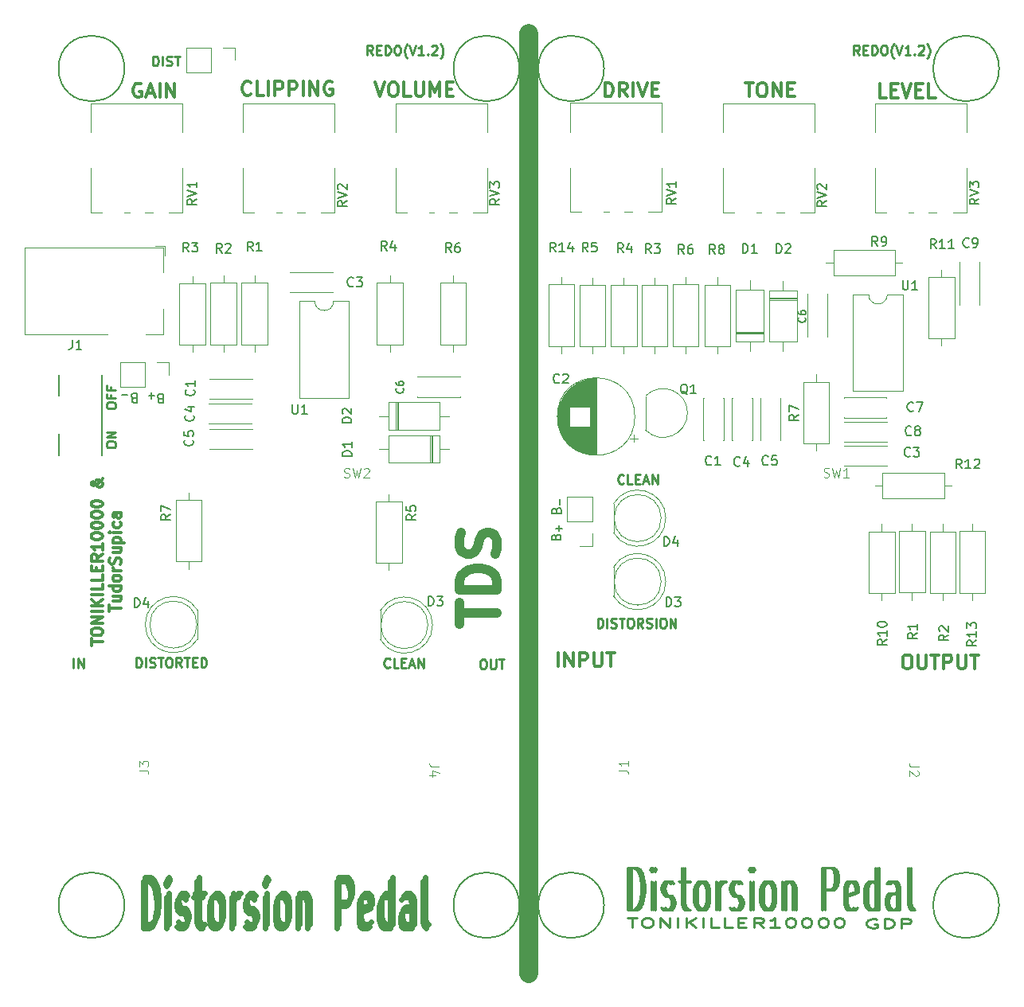
<source format=gbr>
%TF.GenerationSoftware,KiCad,Pcbnew,8.0.6*%
%TF.CreationDate,2024-12-07T22:30:06+02:00*%
%TF.ProjectId,DistorsionPedals,44697374-6f72-4736-996f-6e506564616c,rev?*%
%TF.SameCoordinates,Original*%
%TF.FileFunction,Legend,Top*%
%TF.FilePolarity,Positive*%
%FSLAX46Y46*%
G04 Gerber Fmt 4.6, Leading zero omitted, Abs format (unit mm)*
G04 Created by KiCad (PCBNEW 8.0.6) date 2024-12-07 22:30:06*
%MOMM*%
%LPD*%
G01*
G04 APERTURE LIST*
%ADD10C,0.200000*%
%ADD11C,0.250000*%
%ADD12C,0.150000*%
%ADD13C,0.300000*%
%ADD14C,0.375000*%
%ADD15C,1.000000*%
%ADD16C,0.625000*%
%ADD17C,2.000000*%
%ADD18C,0.100000*%
%ADD19C,0.120000*%
G04 APERTURE END LIST*
D10*
X207275050Y-53325303D02*
G75*
G02*
X200275050Y-53325303I-3500000J0D01*
G01*
X200275050Y-53325303D02*
G75*
G02*
X207275050Y-53325303I3500000J0D01*
G01*
X165275048Y-53325303D02*
G75*
G02*
X158275048Y-53325303I-3500000J0D01*
G01*
X158275048Y-53325303D02*
G75*
G02*
X165275048Y-53325303I3500000J0D01*
G01*
X207275050Y-142325305D02*
G75*
G02*
X200275050Y-142325305I-3500000J0D01*
G01*
X200275050Y-142325305D02*
G75*
G02*
X207275050Y-142325305I3500000J0D01*
G01*
X165275048Y-142325305D02*
G75*
G02*
X158275048Y-142325305I-3500000J0D01*
G01*
X158275048Y-142325305D02*
G75*
G02*
X165275048Y-142325305I3500000J0D01*
G01*
D11*
X167934572Y-142844089D02*
X167934572Y-138344089D01*
X167934572Y-138344089D02*
X168529810Y-138344089D01*
X168529810Y-138344089D02*
X168886953Y-138558375D01*
X168886953Y-138558375D02*
X169125048Y-138986946D01*
X169125048Y-138986946D02*
X169244095Y-139415518D01*
X169244095Y-139415518D02*
X169363143Y-140272661D01*
X169363143Y-140272661D02*
X169363143Y-140915518D01*
X169363143Y-140915518D02*
X169244095Y-141772661D01*
X169244095Y-141772661D02*
X169125048Y-142201232D01*
X169125048Y-142201232D02*
X168886953Y-142629804D01*
X168886953Y-142629804D02*
X168529810Y-142844089D01*
X168529810Y-142844089D02*
X167934572Y-142844089D01*
X170434572Y-142844089D02*
X170434572Y-139844089D01*
X170434572Y-138344089D02*
X170315524Y-138558375D01*
X170315524Y-138558375D02*
X170434572Y-138772661D01*
X170434572Y-138772661D02*
X170553619Y-138558375D01*
X170553619Y-138558375D02*
X170434572Y-138344089D01*
X170434572Y-138344089D02*
X170434572Y-138772661D01*
X171506000Y-142629804D02*
X171744095Y-142844089D01*
X171744095Y-142844089D02*
X172220286Y-142844089D01*
X172220286Y-142844089D02*
X172458381Y-142629804D01*
X172458381Y-142629804D02*
X172577429Y-142201232D01*
X172577429Y-142201232D02*
X172577429Y-141986946D01*
X172577429Y-141986946D02*
X172458381Y-141558375D01*
X172458381Y-141558375D02*
X172220286Y-141344089D01*
X172220286Y-141344089D02*
X171863143Y-141344089D01*
X171863143Y-141344089D02*
X171625048Y-141129804D01*
X171625048Y-141129804D02*
X171506000Y-140701232D01*
X171506000Y-140701232D02*
X171506000Y-140486946D01*
X171506000Y-140486946D02*
X171625048Y-140058375D01*
X171625048Y-140058375D02*
X171863143Y-139844089D01*
X171863143Y-139844089D02*
X172220286Y-139844089D01*
X172220286Y-139844089D02*
X172458381Y-140058375D01*
X173291715Y-139844089D02*
X174244096Y-139844089D01*
X173648858Y-138344089D02*
X173648858Y-142201232D01*
X173648858Y-142201232D02*
X173767905Y-142629804D01*
X173767905Y-142629804D02*
X174006000Y-142844089D01*
X174006000Y-142844089D02*
X174244096Y-142844089D01*
X175434571Y-142844089D02*
X175196476Y-142629804D01*
X175196476Y-142629804D02*
X175077429Y-142415518D01*
X175077429Y-142415518D02*
X174958381Y-141986946D01*
X174958381Y-141986946D02*
X174958381Y-140701232D01*
X174958381Y-140701232D02*
X175077429Y-140272661D01*
X175077429Y-140272661D02*
X175196476Y-140058375D01*
X175196476Y-140058375D02*
X175434571Y-139844089D01*
X175434571Y-139844089D02*
X175791714Y-139844089D01*
X175791714Y-139844089D02*
X176029810Y-140058375D01*
X176029810Y-140058375D02*
X176148857Y-140272661D01*
X176148857Y-140272661D02*
X176267905Y-140701232D01*
X176267905Y-140701232D02*
X176267905Y-141986946D01*
X176267905Y-141986946D02*
X176148857Y-142415518D01*
X176148857Y-142415518D02*
X176029810Y-142629804D01*
X176029810Y-142629804D02*
X175791714Y-142844089D01*
X175791714Y-142844089D02*
X175434571Y-142844089D01*
X177339334Y-142844089D02*
X177339334Y-139844089D01*
X177339334Y-140701232D02*
X177458381Y-140272661D01*
X177458381Y-140272661D02*
X177577429Y-140058375D01*
X177577429Y-140058375D02*
X177815524Y-139844089D01*
X177815524Y-139844089D02*
X178053619Y-139844089D01*
X178767905Y-142629804D02*
X179006000Y-142844089D01*
X179006000Y-142844089D02*
X179482191Y-142844089D01*
X179482191Y-142844089D02*
X179720286Y-142629804D01*
X179720286Y-142629804D02*
X179839334Y-142201232D01*
X179839334Y-142201232D02*
X179839334Y-141986946D01*
X179839334Y-141986946D02*
X179720286Y-141558375D01*
X179720286Y-141558375D02*
X179482191Y-141344089D01*
X179482191Y-141344089D02*
X179125048Y-141344089D01*
X179125048Y-141344089D02*
X178886953Y-141129804D01*
X178886953Y-141129804D02*
X178767905Y-140701232D01*
X178767905Y-140701232D02*
X178767905Y-140486946D01*
X178767905Y-140486946D02*
X178886953Y-140058375D01*
X178886953Y-140058375D02*
X179125048Y-139844089D01*
X179125048Y-139844089D02*
X179482191Y-139844089D01*
X179482191Y-139844089D02*
X179720286Y-140058375D01*
X180910763Y-142844089D02*
X180910763Y-139844089D01*
X180910763Y-138344089D02*
X180791715Y-138558375D01*
X180791715Y-138558375D02*
X180910763Y-138772661D01*
X180910763Y-138772661D02*
X181029810Y-138558375D01*
X181029810Y-138558375D02*
X180910763Y-138344089D01*
X180910763Y-138344089D02*
X180910763Y-138772661D01*
X182458381Y-142844089D02*
X182220286Y-142629804D01*
X182220286Y-142629804D02*
X182101239Y-142415518D01*
X182101239Y-142415518D02*
X181982191Y-141986946D01*
X181982191Y-141986946D02*
X181982191Y-140701232D01*
X181982191Y-140701232D02*
X182101239Y-140272661D01*
X182101239Y-140272661D02*
X182220286Y-140058375D01*
X182220286Y-140058375D02*
X182458381Y-139844089D01*
X182458381Y-139844089D02*
X182815524Y-139844089D01*
X182815524Y-139844089D02*
X183053620Y-140058375D01*
X183053620Y-140058375D02*
X183172667Y-140272661D01*
X183172667Y-140272661D02*
X183291715Y-140701232D01*
X183291715Y-140701232D02*
X183291715Y-141986946D01*
X183291715Y-141986946D02*
X183172667Y-142415518D01*
X183172667Y-142415518D02*
X183053620Y-142629804D01*
X183053620Y-142629804D02*
X182815524Y-142844089D01*
X182815524Y-142844089D02*
X182458381Y-142844089D01*
X184363144Y-139844089D02*
X184363144Y-142844089D01*
X184363144Y-140272661D02*
X184482191Y-140058375D01*
X184482191Y-140058375D02*
X184720286Y-139844089D01*
X184720286Y-139844089D02*
X185077429Y-139844089D01*
X185077429Y-139844089D02*
X185315525Y-140058375D01*
X185315525Y-140058375D02*
X185434572Y-140486946D01*
X185434572Y-140486946D02*
X185434572Y-142844089D01*
X188529811Y-142844089D02*
X188529811Y-138344089D01*
X188529811Y-138344089D02*
X189482192Y-138344089D01*
X189482192Y-138344089D02*
X189720287Y-138558375D01*
X189720287Y-138558375D02*
X189839334Y-138772661D01*
X189839334Y-138772661D02*
X189958382Y-139201232D01*
X189958382Y-139201232D02*
X189958382Y-139844089D01*
X189958382Y-139844089D02*
X189839334Y-140272661D01*
X189839334Y-140272661D02*
X189720287Y-140486946D01*
X189720287Y-140486946D02*
X189482192Y-140701232D01*
X189482192Y-140701232D02*
X188529811Y-140701232D01*
X191982192Y-142629804D02*
X191744096Y-142844089D01*
X191744096Y-142844089D02*
X191267906Y-142844089D01*
X191267906Y-142844089D02*
X191029811Y-142629804D01*
X191029811Y-142629804D02*
X190910763Y-142201232D01*
X190910763Y-142201232D02*
X190910763Y-140486946D01*
X190910763Y-140486946D02*
X191029811Y-140058375D01*
X191029811Y-140058375D02*
X191267906Y-139844089D01*
X191267906Y-139844089D02*
X191744096Y-139844089D01*
X191744096Y-139844089D02*
X191982192Y-140058375D01*
X191982192Y-140058375D02*
X192101239Y-140486946D01*
X192101239Y-140486946D02*
X192101239Y-140915518D01*
X192101239Y-140915518D02*
X190910763Y-141344089D01*
X194244096Y-142844089D02*
X194244096Y-138344089D01*
X194244096Y-142629804D02*
X194006001Y-142844089D01*
X194006001Y-142844089D02*
X193529810Y-142844089D01*
X193529810Y-142844089D02*
X193291715Y-142629804D01*
X193291715Y-142629804D02*
X193172668Y-142415518D01*
X193172668Y-142415518D02*
X193053620Y-141986946D01*
X193053620Y-141986946D02*
X193053620Y-140701232D01*
X193053620Y-140701232D02*
X193172668Y-140272661D01*
X193172668Y-140272661D02*
X193291715Y-140058375D01*
X193291715Y-140058375D02*
X193529810Y-139844089D01*
X193529810Y-139844089D02*
X194006001Y-139844089D01*
X194006001Y-139844089D02*
X194244096Y-140058375D01*
X196506001Y-142844089D02*
X196506001Y-140486946D01*
X196506001Y-140486946D02*
X196386954Y-140058375D01*
X196386954Y-140058375D02*
X196148858Y-139844089D01*
X196148858Y-139844089D02*
X195672668Y-139844089D01*
X195672668Y-139844089D02*
X195434573Y-140058375D01*
X196506001Y-142629804D02*
X196267906Y-142844089D01*
X196267906Y-142844089D02*
X195672668Y-142844089D01*
X195672668Y-142844089D02*
X195434573Y-142629804D01*
X195434573Y-142629804D02*
X195315525Y-142201232D01*
X195315525Y-142201232D02*
X195315525Y-141772661D01*
X195315525Y-141772661D02*
X195434573Y-141344089D01*
X195434573Y-141344089D02*
X195672668Y-141129804D01*
X195672668Y-141129804D02*
X196267906Y-141129804D01*
X196267906Y-141129804D02*
X196506001Y-140915518D01*
X198053620Y-142844089D02*
X197815525Y-142629804D01*
X197815525Y-142629804D02*
X197696478Y-142201232D01*
X197696478Y-142201232D02*
X197696478Y-138344089D01*
X168134572Y-142844089D02*
X168134572Y-138344089D01*
X168134572Y-138344089D02*
X168729810Y-138344089D01*
X168729810Y-138344089D02*
X169086953Y-138558375D01*
X169086953Y-138558375D02*
X169325048Y-138986946D01*
X169325048Y-138986946D02*
X169444095Y-139415518D01*
X169444095Y-139415518D02*
X169563143Y-140272661D01*
X169563143Y-140272661D02*
X169563143Y-140915518D01*
X169563143Y-140915518D02*
X169444095Y-141772661D01*
X169444095Y-141772661D02*
X169325048Y-142201232D01*
X169325048Y-142201232D02*
X169086953Y-142629804D01*
X169086953Y-142629804D02*
X168729810Y-142844089D01*
X168729810Y-142844089D02*
X168134572Y-142844089D01*
X170634572Y-142844089D02*
X170634572Y-139844089D01*
X170634572Y-138344089D02*
X170515524Y-138558375D01*
X170515524Y-138558375D02*
X170634572Y-138772661D01*
X170634572Y-138772661D02*
X170753619Y-138558375D01*
X170753619Y-138558375D02*
X170634572Y-138344089D01*
X170634572Y-138344089D02*
X170634572Y-138772661D01*
X171706000Y-142629804D02*
X171944095Y-142844089D01*
X171944095Y-142844089D02*
X172420286Y-142844089D01*
X172420286Y-142844089D02*
X172658381Y-142629804D01*
X172658381Y-142629804D02*
X172777429Y-142201232D01*
X172777429Y-142201232D02*
X172777429Y-141986946D01*
X172777429Y-141986946D02*
X172658381Y-141558375D01*
X172658381Y-141558375D02*
X172420286Y-141344089D01*
X172420286Y-141344089D02*
X172063143Y-141344089D01*
X172063143Y-141344089D02*
X171825048Y-141129804D01*
X171825048Y-141129804D02*
X171706000Y-140701232D01*
X171706000Y-140701232D02*
X171706000Y-140486946D01*
X171706000Y-140486946D02*
X171825048Y-140058375D01*
X171825048Y-140058375D02*
X172063143Y-139844089D01*
X172063143Y-139844089D02*
X172420286Y-139844089D01*
X172420286Y-139844089D02*
X172658381Y-140058375D01*
X173491715Y-139844089D02*
X174444096Y-139844089D01*
X173848858Y-138344089D02*
X173848858Y-142201232D01*
X173848858Y-142201232D02*
X173967905Y-142629804D01*
X173967905Y-142629804D02*
X174206000Y-142844089D01*
X174206000Y-142844089D02*
X174444096Y-142844089D01*
X175634571Y-142844089D02*
X175396476Y-142629804D01*
X175396476Y-142629804D02*
X175277429Y-142415518D01*
X175277429Y-142415518D02*
X175158381Y-141986946D01*
X175158381Y-141986946D02*
X175158381Y-140701232D01*
X175158381Y-140701232D02*
X175277429Y-140272661D01*
X175277429Y-140272661D02*
X175396476Y-140058375D01*
X175396476Y-140058375D02*
X175634571Y-139844089D01*
X175634571Y-139844089D02*
X175991714Y-139844089D01*
X175991714Y-139844089D02*
X176229810Y-140058375D01*
X176229810Y-140058375D02*
X176348857Y-140272661D01*
X176348857Y-140272661D02*
X176467905Y-140701232D01*
X176467905Y-140701232D02*
X176467905Y-141986946D01*
X176467905Y-141986946D02*
X176348857Y-142415518D01*
X176348857Y-142415518D02*
X176229810Y-142629804D01*
X176229810Y-142629804D02*
X175991714Y-142844089D01*
X175991714Y-142844089D02*
X175634571Y-142844089D01*
X177539334Y-142844089D02*
X177539334Y-139844089D01*
X177539334Y-140701232D02*
X177658381Y-140272661D01*
X177658381Y-140272661D02*
X177777429Y-140058375D01*
X177777429Y-140058375D02*
X178015524Y-139844089D01*
X178015524Y-139844089D02*
X178253619Y-139844089D01*
X178967905Y-142629804D02*
X179206000Y-142844089D01*
X179206000Y-142844089D02*
X179682191Y-142844089D01*
X179682191Y-142844089D02*
X179920286Y-142629804D01*
X179920286Y-142629804D02*
X180039334Y-142201232D01*
X180039334Y-142201232D02*
X180039334Y-141986946D01*
X180039334Y-141986946D02*
X179920286Y-141558375D01*
X179920286Y-141558375D02*
X179682191Y-141344089D01*
X179682191Y-141344089D02*
X179325048Y-141344089D01*
X179325048Y-141344089D02*
X179086953Y-141129804D01*
X179086953Y-141129804D02*
X178967905Y-140701232D01*
X178967905Y-140701232D02*
X178967905Y-140486946D01*
X178967905Y-140486946D02*
X179086953Y-140058375D01*
X179086953Y-140058375D02*
X179325048Y-139844089D01*
X179325048Y-139844089D02*
X179682191Y-139844089D01*
X179682191Y-139844089D02*
X179920286Y-140058375D01*
X181110763Y-142844089D02*
X181110763Y-139844089D01*
X181110763Y-138344089D02*
X180991715Y-138558375D01*
X180991715Y-138558375D02*
X181110763Y-138772661D01*
X181110763Y-138772661D02*
X181229810Y-138558375D01*
X181229810Y-138558375D02*
X181110763Y-138344089D01*
X181110763Y-138344089D02*
X181110763Y-138772661D01*
X182658381Y-142844089D02*
X182420286Y-142629804D01*
X182420286Y-142629804D02*
X182301239Y-142415518D01*
X182301239Y-142415518D02*
X182182191Y-141986946D01*
X182182191Y-141986946D02*
X182182191Y-140701232D01*
X182182191Y-140701232D02*
X182301239Y-140272661D01*
X182301239Y-140272661D02*
X182420286Y-140058375D01*
X182420286Y-140058375D02*
X182658381Y-139844089D01*
X182658381Y-139844089D02*
X183015524Y-139844089D01*
X183015524Y-139844089D02*
X183253620Y-140058375D01*
X183253620Y-140058375D02*
X183372667Y-140272661D01*
X183372667Y-140272661D02*
X183491715Y-140701232D01*
X183491715Y-140701232D02*
X183491715Y-141986946D01*
X183491715Y-141986946D02*
X183372667Y-142415518D01*
X183372667Y-142415518D02*
X183253620Y-142629804D01*
X183253620Y-142629804D02*
X183015524Y-142844089D01*
X183015524Y-142844089D02*
X182658381Y-142844089D01*
X184563144Y-139844089D02*
X184563144Y-142844089D01*
X184563144Y-140272661D02*
X184682191Y-140058375D01*
X184682191Y-140058375D02*
X184920286Y-139844089D01*
X184920286Y-139844089D02*
X185277429Y-139844089D01*
X185277429Y-139844089D02*
X185515525Y-140058375D01*
X185515525Y-140058375D02*
X185634572Y-140486946D01*
X185634572Y-140486946D02*
X185634572Y-142844089D01*
X188729811Y-142844089D02*
X188729811Y-138344089D01*
X188729811Y-138344089D02*
X189682192Y-138344089D01*
X189682192Y-138344089D02*
X189920287Y-138558375D01*
X189920287Y-138558375D02*
X190039334Y-138772661D01*
X190039334Y-138772661D02*
X190158382Y-139201232D01*
X190158382Y-139201232D02*
X190158382Y-139844089D01*
X190158382Y-139844089D02*
X190039334Y-140272661D01*
X190039334Y-140272661D02*
X189920287Y-140486946D01*
X189920287Y-140486946D02*
X189682192Y-140701232D01*
X189682192Y-140701232D02*
X188729811Y-140701232D01*
X192182192Y-142629804D02*
X191944096Y-142844089D01*
X191944096Y-142844089D02*
X191467906Y-142844089D01*
X191467906Y-142844089D02*
X191229811Y-142629804D01*
X191229811Y-142629804D02*
X191110763Y-142201232D01*
X191110763Y-142201232D02*
X191110763Y-140486946D01*
X191110763Y-140486946D02*
X191229811Y-140058375D01*
X191229811Y-140058375D02*
X191467906Y-139844089D01*
X191467906Y-139844089D02*
X191944096Y-139844089D01*
X191944096Y-139844089D02*
X192182192Y-140058375D01*
X192182192Y-140058375D02*
X192301239Y-140486946D01*
X192301239Y-140486946D02*
X192301239Y-140915518D01*
X192301239Y-140915518D02*
X191110763Y-141344089D01*
X194444096Y-142844089D02*
X194444096Y-138344089D01*
X194444096Y-142629804D02*
X194206001Y-142844089D01*
X194206001Y-142844089D02*
X193729810Y-142844089D01*
X193729810Y-142844089D02*
X193491715Y-142629804D01*
X193491715Y-142629804D02*
X193372668Y-142415518D01*
X193372668Y-142415518D02*
X193253620Y-141986946D01*
X193253620Y-141986946D02*
X193253620Y-140701232D01*
X193253620Y-140701232D02*
X193372668Y-140272661D01*
X193372668Y-140272661D02*
X193491715Y-140058375D01*
X193491715Y-140058375D02*
X193729810Y-139844089D01*
X193729810Y-139844089D02*
X194206001Y-139844089D01*
X194206001Y-139844089D02*
X194444096Y-140058375D01*
X196706001Y-142844089D02*
X196706001Y-140486946D01*
X196706001Y-140486946D02*
X196586954Y-140058375D01*
X196586954Y-140058375D02*
X196348858Y-139844089D01*
X196348858Y-139844089D02*
X195872668Y-139844089D01*
X195872668Y-139844089D02*
X195634573Y-140058375D01*
X196706001Y-142629804D02*
X196467906Y-142844089D01*
X196467906Y-142844089D02*
X195872668Y-142844089D01*
X195872668Y-142844089D02*
X195634573Y-142629804D01*
X195634573Y-142629804D02*
X195515525Y-142201232D01*
X195515525Y-142201232D02*
X195515525Y-141772661D01*
X195515525Y-141772661D02*
X195634573Y-141344089D01*
X195634573Y-141344089D02*
X195872668Y-141129804D01*
X195872668Y-141129804D02*
X196467906Y-141129804D01*
X196467906Y-141129804D02*
X196706001Y-140915518D01*
X198253620Y-142844089D02*
X198015525Y-142629804D01*
X198015525Y-142629804D02*
X197896478Y-142201232D01*
X197896478Y-142201232D02*
X197896478Y-138344089D01*
X168184572Y-142794089D02*
X168184572Y-138294089D01*
X168184572Y-138294089D02*
X168779810Y-138294089D01*
X168779810Y-138294089D02*
X169136953Y-138508375D01*
X169136953Y-138508375D02*
X169375048Y-138936946D01*
X169375048Y-138936946D02*
X169494095Y-139365518D01*
X169494095Y-139365518D02*
X169613143Y-140222661D01*
X169613143Y-140222661D02*
X169613143Y-140865518D01*
X169613143Y-140865518D02*
X169494095Y-141722661D01*
X169494095Y-141722661D02*
X169375048Y-142151232D01*
X169375048Y-142151232D02*
X169136953Y-142579804D01*
X169136953Y-142579804D02*
X168779810Y-142794089D01*
X168779810Y-142794089D02*
X168184572Y-142794089D01*
X170684572Y-142794089D02*
X170684572Y-139794089D01*
X170684572Y-138294089D02*
X170565524Y-138508375D01*
X170565524Y-138508375D02*
X170684572Y-138722661D01*
X170684572Y-138722661D02*
X170803619Y-138508375D01*
X170803619Y-138508375D02*
X170684572Y-138294089D01*
X170684572Y-138294089D02*
X170684572Y-138722661D01*
X171756000Y-142579804D02*
X171994095Y-142794089D01*
X171994095Y-142794089D02*
X172470286Y-142794089D01*
X172470286Y-142794089D02*
X172708381Y-142579804D01*
X172708381Y-142579804D02*
X172827429Y-142151232D01*
X172827429Y-142151232D02*
X172827429Y-141936946D01*
X172827429Y-141936946D02*
X172708381Y-141508375D01*
X172708381Y-141508375D02*
X172470286Y-141294089D01*
X172470286Y-141294089D02*
X172113143Y-141294089D01*
X172113143Y-141294089D02*
X171875048Y-141079804D01*
X171875048Y-141079804D02*
X171756000Y-140651232D01*
X171756000Y-140651232D02*
X171756000Y-140436946D01*
X171756000Y-140436946D02*
X171875048Y-140008375D01*
X171875048Y-140008375D02*
X172113143Y-139794089D01*
X172113143Y-139794089D02*
X172470286Y-139794089D01*
X172470286Y-139794089D02*
X172708381Y-140008375D01*
X173541715Y-139794089D02*
X174494096Y-139794089D01*
X173898858Y-138294089D02*
X173898858Y-142151232D01*
X173898858Y-142151232D02*
X174017905Y-142579804D01*
X174017905Y-142579804D02*
X174256000Y-142794089D01*
X174256000Y-142794089D02*
X174494096Y-142794089D01*
X175684571Y-142794089D02*
X175446476Y-142579804D01*
X175446476Y-142579804D02*
X175327429Y-142365518D01*
X175327429Y-142365518D02*
X175208381Y-141936946D01*
X175208381Y-141936946D02*
X175208381Y-140651232D01*
X175208381Y-140651232D02*
X175327429Y-140222661D01*
X175327429Y-140222661D02*
X175446476Y-140008375D01*
X175446476Y-140008375D02*
X175684571Y-139794089D01*
X175684571Y-139794089D02*
X176041714Y-139794089D01*
X176041714Y-139794089D02*
X176279810Y-140008375D01*
X176279810Y-140008375D02*
X176398857Y-140222661D01*
X176398857Y-140222661D02*
X176517905Y-140651232D01*
X176517905Y-140651232D02*
X176517905Y-141936946D01*
X176517905Y-141936946D02*
X176398857Y-142365518D01*
X176398857Y-142365518D02*
X176279810Y-142579804D01*
X176279810Y-142579804D02*
X176041714Y-142794089D01*
X176041714Y-142794089D02*
X175684571Y-142794089D01*
X177589334Y-142794089D02*
X177589334Y-139794089D01*
X177589334Y-140651232D02*
X177708381Y-140222661D01*
X177708381Y-140222661D02*
X177827429Y-140008375D01*
X177827429Y-140008375D02*
X178065524Y-139794089D01*
X178065524Y-139794089D02*
X178303619Y-139794089D01*
X179017905Y-142579804D02*
X179256000Y-142794089D01*
X179256000Y-142794089D02*
X179732191Y-142794089D01*
X179732191Y-142794089D02*
X179970286Y-142579804D01*
X179970286Y-142579804D02*
X180089334Y-142151232D01*
X180089334Y-142151232D02*
X180089334Y-141936946D01*
X180089334Y-141936946D02*
X179970286Y-141508375D01*
X179970286Y-141508375D02*
X179732191Y-141294089D01*
X179732191Y-141294089D02*
X179375048Y-141294089D01*
X179375048Y-141294089D02*
X179136953Y-141079804D01*
X179136953Y-141079804D02*
X179017905Y-140651232D01*
X179017905Y-140651232D02*
X179017905Y-140436946D01*
X179017905Y-140436946D02*
X179136953Y-140008375D01*
X179136953Y-140008375D02*
X179375048Y-139794089D01*
X179375048Y-139794089D02*
X179732191Y-139794089D01*
X179732191Y-139794089D02*
X179970286Y-140008375D01*
X181160763Y-142794089D02*
X181160763Y-139794089D01*
X181160763Y-138294089D02*
X181041715Y-138508375D01*
X181041715Y-138508375D02*
X181160763Y-138722661D01*
X181160763Y-138722661D02*
X181279810Y-138508375D01*
X181279810Y-138508375D02*
X181160763Y-138294089D01*
X181160763Y-138294089D02*
X181160763Y-138722661D01*
X182708381Y-142794089D02*
X182470286Y-142579804D01*
X182470286Y-142579804D02*
X182351239Y-142365518D01*
X182351239Y-142365518D02*
X182232191Y-141936946D01*
X182232191Y-141936946D02*
X182232191Y-140651232D01*
X182232191Y-140651232D02*
X182351239Y-140222661D01*
X182351239Y-140222661D02*
X182470286Y-140008375D01*
X182470286Y-140008375D02*
X182708381Y-139794089D01*
X182708381Y-139794089D02*
X183065524Y-139794089D01*
X183065524Y-139794089D02*
X183303620Y-140008375D01*
X183303620Y-140008375D02*
X183422667Y-140222661D01*
X183422667Y-140222661D02*
X183541715Y-140651232D01*
X183541715Y-140651232D02*
X183541715Y-141936946D01*
X183541715Y-141936946D02*
X183422667Y-142365518D01*
X183422667Y-142365518D02*
X183303620Y-142579804D01*
X183303620Y-142579804D02*
X183065524Y-142794089D01*
X183065524Y-142794089D02*
X182708381Y-142794089D01*
X184613144Y-139794089D02*
X184613144Y-142794089D01*
X184613144Y-140222661D02*
X184732191Y-140008375D01*
X184732191Y-140008375D02*
X184970286Y-139794089D01*
X184970286Y-139794089D02*
X185327429Y-139794089D01*
X185327429Y-139794089D02*
X185565525Y-140008375D01*
X185565525Y-140008375D02*
X185684572Y-140436946D01*
X185684572Y-140436946D02*
X185684572Y-142794089D01*
X188779811Y-142794089D02*
X188779811Y-138294089D01*
X188779811Y-138294089D02*
X189732192Y-138294089D01*
X189732192Y-138294089D02*
X189970287Y-138508375D01*
X189970287Y-138508375D02*
X190089334Y-138722661D01*
X190089334Y-138722661D02*
X190208382Y-139151232D01*
X190208382Y-139151232D02*
X190208382Y-139794089D01*
X190208382Y-139794089D02*
X190089334Y-140222661D01*
X190089334Y-140222661D02*
X189970287Y-140436946D01*
X189970287Y-140436946D02*
X189732192Y-140651232D01*
X189732192Y-140651232D02*
X188779811Y-140651232D01*
X192232192Y-142579804D02*
X191994096Y-142794089D01*
X191994096Y-142794089D02*
X191517906Y-142794089D01*
X191517906Y-142794089D02*
X191279811Y-142579804D01*
X191279811Y-142579804D02*
X191160763Y-142151232D01*
X191160763Y-142151232D02*
X191160763Y-140436946D01*
X191160763Y-140436946D02*
X191279811Y-140008375D01*
X191279811Y-140008375D02*
X191517906Y-139794089D01*
X191517906Y-139794089D02*
X191994096Y-139794089D01*
X191994096Y-139794089D02*
X192232192Y-140008375D01*
X192232192Y-140008375D02*
X192351239Y-140436946D01*
X192351239Y-140436946D02*
X192351239Y-140865518D01*
X192351239Y-140865518D02*
X191160763Y-141294089D01*
X194494096Y-142794089D02*
X194494096Y-138294089D01*
X194494096Y-142579804D02*
X194256001Y-142794089D01*
X194256001Y-142794089D02*
X193779810Y-142794089D01*
X193779810Y-142794089D02*
X193541715Y-142579804D01*
X193541715Y-142579804D02*
X193422668Y-142365518D01*
X193422668Y-142365518D02*
X193303620Y-141936946D01*
X193303620Y-141936946D02*
X193303620Y-140651232D01*
X193303620Y-140651232D02*
X193422668Y-140222661D01*
X193422668Y-140222661D02*
X193541715Y-140008375D01*
X193541715Y-140008375D02*
X193779810Y-139794089D01*
X193779810Y-139794089D02*
X194256001Y-139794089D01*
X194256001Y-139794089D02*
X194494096Y-140008375D01*
X196756001Y-142794089D02*
X196756001Y-140436946D01*
X196756001Y-140436946D02*
X196636954Y-140008375D01*
X196636954Y-140008375D02*
X196398858Y-139794089D01*
X196398858Y-139794089D02*
X195922668Y-139794089D01*
X195922668Y-139794089D02*
X195684573Y-140008375D01*
X196756001Y-142579804D02*
X196517906Y-142794089D01*
X196517906Y-142794089D02*
X195922668Y-142794089D01*
X195922668Y-142794089D02*
X195684573Y-142579804D01*
X195684573Y-142579804D02*
X195565525Y-142151232D01*
X195565525Y-142151232D02*
X195565525Y-141722661D01*
X195565525Y-141722661D02*
X195684573Y-141294089D01*
X195684573Y-141294089D02*
X195922668Y-141079804D01*
X195922668Y-141079804D02*
X196517906Y-141079804D01*
X196517906Y-141079804D02*
X196756001Y-140865518D01*
X198303620Y-142794089D02*
X198065525Y-142579804D01*
X198065525Y-142579804D02*
X197946478Y-142151232D01*
X197946478Y-142151232D02*
X197946478Y-138294089D01*
X167730950Y-143659923D02*
X168759522Y-143659923D01*
X168245236Y-144659923D02*
X168245236Y-143659923D01*
X169702379Y-143659923D02*
X170045236Y-143659923D01*
X170045236Y-143659923D02*
X170216665Y-143707542D01*
X170216665Y-143707542D02*
X170388093Y-143802780D01*
X170388093Y-143802780D02*
X170473808Y-143993256D01*
X170473808Y-143993256D02*
X170473808Y-144326589D01*
X170473808Y-144326589D02*
X170388093Y-144517065D01*
X170388093Y-144517065D02*
X170216665Y-144612304D01*
X170216665Y-144612304D02*
X170045236Y-144659923D01*
X170045236Y-144659923D02*
X169702379Y-144659923D01*
X169702379Y-144659923D02*
X169530951Y-144612304D01*
X169530951Y-144612304D02*
X169359522Y-144517065D01*
X169359522Y-144517065D02*
X169273808Y-144326589D01*
X169273808Y-144326589D02*
X169273808Y-143993256D01*
X169273808Y-143993256D02*
X169359522Y-143802780D01*
X169359522Y-143802780D02*
X169530951Y-143707542D01*
X169530951Y-143707542D02*
X169702379Y-143659923D01*
X171245236Y-144659923D02*
X171245236Y-143659923D01*
X171245236Y-143659923D02*
X172273807Y-144659923D01*
X172273807Y-144659923D02*
X172273807Y-143659923D01*
X173130950Y-144659923D02*
X173130950Y-143659923D01*
X173988093Y-144659923D02*
X173988093Y-143659923D01*
X175016664Y-144659923D02*
X174245236Y-144088494D01*
X175016664Y-143659923D02*
X173988093Y-144231351D01*
X175788093Y-144659923D02*
X175788093Y-143659923D01*
X177502379Y-144659923D02*
X176645236Y-144659923D01*
X176645236Y-144659923D02*
X176645236Y-143659923D01*
X178959522Y-144659923D02*
X178102379Y-144659923D01*
X178102379Y-144659923D02*
X178102379Y-143659923D01*
X179559522Y-144136113D02*
X180159522Y-144136113D01*
X180416665Y-144659923D02*
X179559522Y-144659923D01*
X179559522Y-144659923D02*
X179559522Y-143659923D01*
X179559522Y-143659923D02*
X180416665Y-143659923D01*
X182216664Y-144659923D02*
X181616664Y-144183732D01*
X181188093Y-144659923D02*
X181188093Y-143659923D01*
X181188093Y-143659923D02*
X181873807Y-143659923D01*
X181873807Y-143659923D02*
X182045236Y-143707542D01*
X182045236Y-143707542D02*
X182130950Y-143755161D01*
X182130950Y-143755161D02*
X182216664Y-143850399D01*
X182216664Y-143850399D02*
X182216664Y-143993256D01*
X182216664Y-143993256D02*
X182130950Y-144088494D01*
X182130950Y-144088494D02*
X182045236Y-144136113D01*
X182045236Y-144136113D02*
X181873807Y-144183732D01*
X181873807Y-144183732D02*
X181188093Y-144183732D01*
X183930950Y-144659923D02*
X182902379Y-144659923D01*
X183416664Y-144659923D02*
X183416664Y-143659923D01*
X183416664Y-143659923D02*
X183245236Y-143802780D01*
X183245236Y-143802780D02*
X183073807Y-143898018D01*
X183073807Y-143898018D02*
X182902379Y-143945637D01*
X185045236Y-143659923D02*
X185216665Y-143659923D01*
X185216665Y-143659923D02*
X185388093Y-143707542D01*
X185388093Y-143707542D02*
X185473808Y-143755161D01*
X185473808Y-143755161D02*
X185559522Y-143850399D01*
X185559522Y-143850399D02*
X185645236Y-144040875D01*
X185645236Y-144040875D02*
X185645236Y-144278970D01*
X185645236Y-144278970D02*
X185559522Y-144469446D01*
X185559522Y-144469446D02*
X185473808Y-144564684D01*
X185473808Y-144564684D02*
X185388093Y-144612304D01*
X185388093Y-144612304D02*
X185216665Y-144659923D01*
X185216665Y-144659923D02*
X185045236Y-144659923D01*
X185045236Y-144659923D02*
X184873808Y-144612304D01*
X184873808Y-144612304D02*
X184788093Y-144564684D01*
X184788093Y-144564684D02*
X184702379Y-144469446D01*
X184702379Y-144469446D02*
X184616665Y-144278970D01*
X184616665Y-144278970D02*
X184616665Y-144040875D01*
X184616665Y-144040875D02*
X184702379Y-143850399D01*
X184702379Y-143850399D02*
X184788093Y-143755161D01*
X184788093Y-143755161D02*
X184873808Y-143707542D01*
X184873808Y-143707542D02*
X185045236Y-143659923D01*
X186759522Y-143659923D02*
X186930951Y-143659923D01*
X186930951Y-143659923D02*
X187102379Y-143707542D01*
X187102379Y-143707542D02*
X187188094Y-143755161D01*
X187188094Y-143755161D02*
X187273808Y-143850399D01*
X187273808Y-143850399D02*
X187359522Y-144040875D01*
X187359522Y-144040875D02*
X187359522Y-144278970D01*
X187359522Y-144278970D02*
X187273808Y-144469446D01*
X187273808Y-144469446D02*
X187188094Y-144564684D01*
X187188094Y-144564684D02*
X187102379Y-144612304D01*
X187102379Y-144612304D02*
X186930951Y-144659923D01*
X186930951Y-144659923D02*
X186759522Y-144659923D01*
X186759522Y-144659923D02*
X186588094Y-144612304D01*
X186588094Y-144612304D02*
X186502379Y-144564684D01*
X186502379Y-144564684D02*
X186416665Y-144469446D01*
X186416665Y-144469446D02*
X186330951Y-144278970D01*
X186330951Y-144278970D02*
X186330951Y-144040875D01*
X186330951Y-144040875D02*
X186416665Y-143850399D01*
X186416665Y-143850399D02*
X186502379Y-143755161D01*
X186502379Y-143755161D02*
X186588094Y-143707542D01*
X186588094Y-143707542D02*
X186759522Y-143659923D01*
X188473808Y-143659923D02*
X188645237Y-143659923D01*
X188645237Y-143659923D02*
X188816665Y-143707542D01*
X188816665Y-143707542D02*
X188902380Y-143755161D01*
X188902380Y-143755161D02*
X188988094Y-143850399D01*
X188988094Y-143850399D02*
X189073808Y-144040875D01*
X189073808Y-144040875D02*
X189073808Y-144278970D01*
X189073808Y-144278970D02*
X188988094Y-144469446D01*
X188988094Y-144469446D02*
X188902380Y-144564684D01*
X188902380Y-144564684D02*
X188816665Y-144612304D01*
X188816665Y-144612304D02*
X188645237Y-144659923D01*
X188645237Y-144659923D02*
X188473808Y-144659923D01*
X188473808Y-144659923D02*
X188302380Y-144612304D01*
X188302380Y-144612304D02*
X188216665Y-144564684D01*
X188216665Y-144564684D02*
X188130951Y-144469446D01*
X188130951Y-144469446D02*
X188045237Y-144278970D01*
X188045237Y-144278970D02*
X188045237Y-144040875D01*
X188045237Y-144040875D02*
X188130951Y-143850399D01*
X188130951Y-143850399D02*
X188216665Y-143755161D01*
X188216665Y-143755161D02*
X188302380Y-143707542D01*
X188302380Y-143707542D02*
X188473808Y-143659923D01*
X190188094Y-143659923D02*
X190359523Y-143659923D01*
X190359523Y-143659923D02*
X190530951Y-143707542D01*
X190530951Y-143707542D02*
X190616666Y-143755161D01*
X190616666Y-143755161D02*
X190702380Y-143850399D01*
X190702380Y-143850399D02*
X190788094Y-144040875D01*
X190788094Y-144040875D02*
X190788094Y-144278970D01*
X190788094Y-144278970D02*
X190702380Y-144469446D01*
X190702380Y-144469446D02*
X190616666Y-144564684D01*
X190616666Y-144564684D02*
X190530951Y-144612304D01*
X190530951Y-144612304D02*
X190359523Y-144659923D01*
X190359523Y-144659923D02*
X190188094Y-144659923D01*
X190188094Y-144659923D02*
X190016666Y-144612304D01*
X190016666Y-144612304D02*
X189930951Y-144564684D01*
X189930951Y-144564684D02*
X189845237Y-144469446D01*
X189845237Y-144469446D02*
X189759523Y-144278970D01*
X189759523Y-144278970D02*
X189759523Y-144040875D01*
X189759523Y-144040875D02*
X189845237Y-143850399D01*
X189845237Y-143850399D02*
X189930951Y-143755161D01*
X189930951Y-143755161D02*
X190016666Y-143707542D01*
X190016666Y-143707542D02*
X190188094Y-143659923D01*
X192419045Y-51859923D02*
X192085712Y-51383732D01*
X191847617Y-51859923D02*
X191847617Y-50859923D01*
X191847617Y-50859923D02*
X192228569Y-50859923D01*
X192228569Y-50859923D02*
X192323807Y-50907542D01*
X192323807Y-50907542D02*
X192371426Y-50955161D01*
X192371426Y-50955161D02*
X192419045Y-51050399D01*
X192419045Y-51050399D02*
X192419045Y-51193256D01*
X192419045Y-51193256D02*
X192371426Y-51288494D01*
X192371426Y-51288494D02*
X192323807Y-51336113D01*
X192323807Y-51336113D02*
X192228569Y-51383732D01*
X192228569Y-51383732D02*
X191847617Y-51383732D01*
X192847617Y-51336113D02*
X193180950Y-51336113D01*
X193323807Y-51859923D02*
X192847617Y-51859923D01*
X192847617Y-51859923D02*
X192847617Y-50859923D01*
X192847617Y-50859923D02*
X193323807Y-50859923D01*
X193752379Y-51859923D02*
X193752379Y-50859923D01*
X193752379Y-50859923D02*
X193990474Y-50859923D01*
X193990474Y-50859923D02*
X194133331Y-50907542D01*
X194133331Y-50907542D02*
X194228569Y-51002780D01*
X194228569Y-51002780D02*
X194276188Y-51098018D01*
X194276188Y-51098018D02*
X194323807Y-51288494D01*
X194323807Y-51288494D02*
X194323807Y-51431351D01*
X194323807Y-51431351D02*
X194276188Y-51621827D01*
X194276188Y-51621827D02*
X194228569Y-51717065D01*
X194228569Y-51717065D02*
X194133331Y-51812304D01*
X194133331Y-51812304D02*
X193990474Y-51859923D01*
X193990474Y-51859923D02*
X193752379Y-51859923D01*
X194942855Y-50859923D02*
X195133331Y-50859923D01*
X195133331Y-50859923D02*
X195228569Y-50907542D01*
X195228569Y-50907542D02*
X195323807Y-51002780D01*
X195323807Y-51002780D02*
X195371426Y-51193256D01*
X195371426Y-51193256D02*
X195371426Y-51526589D01*
X195371426Y-51526589D02*
X195323807Y-51717065D01*
X195323807Y-51717065D02*
X195228569Y-51812304D01*
X195228569Y-51812304D02*
X195133331Y-51859923D01*
X195133331Y-51859923D02*
X194942855Y-51859923D01*
X194942855Y-51859923D02*
X194847617Y-51812304D01*
X194847617Y-51812304D02*
X194752379Y-51717065D01*
X194752379Y-51717065D02*
X194704760Y-51526589D01*
X194704760Y-51526589D02*
X194704760Y-51193256D01*
X194704760Y-51193256D02*
X194752379Y-51002780D01*
X194752379Y-51002780D02*
X194847617Y-50907542D01*
X194847617Y-50907542D02*
X194942855Y-50859923D01*
X196085712Y-52240875D02*
X196038093Y-52193256D01*
X196038093Y-52193256D02*
X195942855Y-52050399D01*
X195942855Y-52050399D02*
X195895236Y-51955161D01*
X195895236Y-51955161D02*
X195847617Y-51812304D01*
X195847617Y-51812304D02*
X195799998Y-51574208D01*
X195799998Y-51574208D02*
X195799998Y-51383732D01*
X195799998Y-51383732D02*
X195847617Y-51145637D01*
X195847617Y-51145637D02*
X195895236Y-51002780D01*
X195895236Y-51002780D02*
X195942855Y-50907542D01*
X195942855Y-50907542D02*
X196038093Y-50764684D01*
X196038093Y-50764684D02*
X196085712Y-50717065D01*
X196323808Y-50859923D02*
X196657141Y-51859923D01*
X196657141Y-51859923D02*
X196990474Y-50859923D01*
X197847617Y-51859923D02*
X197276189Y-51859923D01*
X197561903Y-51859923D02*
X197561903Y-50859923D01*
X197561903Y-50859923D02*
X197466665Y-51002780D01*
X197466665Y-51002780D02*
X197371427Y-51098018D01*
X197371427Y-51098018D02*
X197276189Y-51145637D01*
X198276189Y-51764684D02*
X198323808Y-51812304D01*
X198323808Y-51812304D02*
X198276189Y-51859923D01*
X198276189Y-51859923D02*
X198228570Y-51812304D01*
X198228570Y-51812304D02*
X198276189Y-51764684D01*
X198276189Y-51764684D02*
X198276189Y-51859923D01*
X198704760Y-50955161D02*
X198752379Y-50907542D01*
X198752379Y-50907542D02*
X198847617Y-50859923D01*
X198847617Y-50859923D02*
X199085712Y-50859923D01*
X199085712Y-50859923D02*
X199180950Y-50907542D01*
X199180950Y-50907542D02*
X199228569Y-50955161D01*
X199228569Y-50955161D02*
X199276188Y-51050399D01*
X199276188Y-51050399D02*
X199276188Y-51145637D01*
X199276188Y-51145637D02*
X199228569Y-51288494D01*
X199228569Y-51288494D02*
X198657141Y-51859923D01*
X198657141Y-51859923D02*
X199276188Y-51859923D01*
X199609522Y-52240875D02*
X199657141Y-52193256D01*
X199657141Y-52193256D02*
X199752379Y-52050399D01*
X199752379Y-52050399D02*
X199799998Y-51955161D01*
X199799998Y-51955161D02*
X199847617Y-51812304D01*
X199847617Y-51812304D02*
X199895236Y-51574208D01*
X199895236Y-51574208D02*
X199895236Y-51383732D01*
X199895236Y-51383732D02*
X199847617Y-51145637D01*
X199847617Y-51145637D02*
X199799998Y-51002780D01*
X199799998Y-51002780D02*
X199752379Y-50907542D01*
X199752379Y-50907542D02*
X199657141Y-50764684D01*
X199657141Y-50764684D02*
X199609522Y-50717065D01*
X194230950Y-143807542D02*
X194059522Y-143759923D01*
X194059522Y-143759923D02*
X193802379Y-143759923D01*
X193802379Y-143759923D02*
X193545236Y-143807542D01*
X193545236Y-143807542D02*
X193373807Y-143902780D01*
X193373807Y-143902780D02*
X193288093Y-143998018D01*
X193288093Y-143998018D02*
X193202379Y-144188494D01*
X193202379Y-144188494D02*
X193202379Y-144331351D01*
X193202379Y-144331351D02*
X193288093Y-144521827D01*
X193288093Y-144521827D02*
X193373807Y-144617065D01*
X193373807Y-144617065D02*
X193545236Y-144712304D01*
X193545236Y-144712304D02*
X193802379Y-144759923D01*
X193802379Y-144759923D02*
X193973807Y-144759923D01*
X193973807Y-144759923D02*
X194230950Y-144712304D01*
X194230950Y-144712304D02*
X194316664Y-144664684D01*
X194316664Y-144664684D02*
X194316664Y-144331351D01*
X194316664Y-144331351D02*
X193973807Y-144331351D01*
X195088093Y-144759923D02*
X195088093Y-143759923D01*
X195088093Y-143759923D02*
X195516664Y-143759923D01*
X195516664Y-143759923D02*
X195773807Y-143807542D01*
X195773807Y-143807542D02*
X195945236Y-143902780D01*
X195945236Y-143902780D02*
X196030950Y-143998018D01*
X196030950Y-143998018D02*
X196116664Y-144188494D01*
X196116664Y-144188494D02*
X196116664Y-144331351D01*
X196116664Y-144331351D02*
X196030950Y-144521827D01*
X196030950Y-144521827D02*
X195945236Y-144617065D01*
X195945236Y-144617065D02*
X195773807Y-144712304D01*
X195773807Y-144712304D02*
X195516664Y-144759923D01*
X195516664Y-144759923D02*
X195088093Y-144759923D01*
X196888093Y-144759923D02*
X196888093Y-143759923D01*
X196888093Y-143759923D02*
X197573807Y-143759923D01*
X197573807Y-143759923D02*
X197745236Y-143807542D01*
X197745236Y-143807542D02*
X197830950Y-143855161D01*
X197830950Y-143855161D02*
X197916664Y-143950399D01*
X197916664Y-143950399D02*
X197916664Y-144093256D01*
X197916664Y-144093256D02*
X197830950Y-144188494D01*
X197830950Y-144188494D02*
X197745236Y-144236113D01*
X197745236Y-144236113D02*
X197573807Y-144283732D01*
X197573807Y-144283732D02*
X196888093Y-144283732D01*
X167784572Y-142794089D02*
X167784572Y-138294089D01*
X167784572Y-138294089D02*
X168379810Y-138294089D01*
X168379810Y-138294089D02*
X168736953Y-138508375D01*
X168736953Y-138508375D02*
X168975048Y-138936946D01*
X168975048Y-138936946D02*
X169094095Y-139365518D01*
X169094095Y-139365518D02*
X169213143Y-140222661D01*
X169213143Y-140222661D02*
X169213143Y-140865518D01*
X169213143Y-140865518D02*
X169094095Y-141722661D01*
X169094095Y-141722661D02*
X168975048Y-142151232D01*
X168975048Y-142151232D02*
X168736953Y-142579804D01*
X168736953Y-142579804D02*
X168379810Y-142794089D01*
X168379810Y-142794089D02*
X167784572Y-142794089D01*
X170284572Y-142794089D02*
X170284572Y-139794089D01*
X170284572Y-138294089D02*
X170165524Y-138508375D01*
X170165524Y-138508375D02*
X170284572Y-138722661D01*
X170284572Y-138722661D02*
X170403619Y-138508375D01*
X170403619Y-138508375D02*
X170284572Y-138294089D01*
X170284572Y-138294089D02*
X170284572Y-138722661D01*
X171356000Y-142579804D02*
X171594095Y-142794089D01*
X171594095Y-142794089D02*
X172070286Y-142794089D01*
X172070286Y-142794089D02*
X172308381Y-142579804D01*
X172308381Y-142579804D02*
X172427429Y-142151232D01*
X172427429Y-142151232D02*
X172427429Y-141936946D01*
X172427429Y-141936946D02*
X172308381Y-141508375D01*
X172308381Y-141508375D02*
X172070286Y-141294089D01*
X172070286Y-141294089D02*
X171713143Y-141294089D01*
X171713143Y-141294089D02*
X171475048Y-141079804D01*
X171475048Y-141079804D02*
X171356000Y-140651232D01*
X171356000Y-140651232D02*
X171356000Y-140436946D01*
X171356000Y-140436946D02*
X171475048Y-140008375D01*
X171475048Y-140008375D02*
X171713143Y-139794089D01*
X171713143Y-139794089D02*
X172070286Y-139794089D01*
X172070286Y-139794089D02*
X172308381Y-140008375D01*
X173141715Y-139794089D02*
X174094096Y-139794089D01*
X173498858Y-138294089D02*
X173498858Y-142151232D01*
X173498858Y-142151232D02*
X173617905Y-142579804D01*
X173617905Y-142579804D02*
X173856000Y-142794089D01*
X173856000Y-142794089D02*
X174094096Y-142794089D01*
X175284571Y-142794089D02*
X175046476Y-142579804D01*
X175046476Y-142579804D02*
X174927429Y-142365518D01*
X174927429Y-142365518D02*
X174808381Y-141936946D01*
X174808381Y-141936946D02*
X174808381Y-140651232D01*
X174808381Y-140651232D02*
X174927429Y-140222661D01*
X174927429Y-140222661D02*
X175046476Y-140008375D01*
X175046476Y-140008375D02*
X175284571Y-139794089D01*
X175284571Y-139794089D02*
X175641714Y-139794089D01*
X175641714Y-139794089D02*
X175879810Y-140008375D01*
X175879810Y-140008375D02*
X175998857Y-140222661D01*
X175998857Y-140222661D02*
X176117905Y-140651232D01*
X176117905Y-140651232D02*
X176117905Y-141936946D01*
X176117905Y-141936946D02*
X175998857Y-142365518D01*
X175998857Y-142365518D02*
X175879810Y-142579804D01*
X175879810Y-142579804D02*
X175641714Y-142794089D01*
X175641714Y-142794089D02*
X175284571Y-142794089D01*
X177189334Y-142794089D02*
X177189334Y-139794089D01*
X177189334Y-140651232D02*
X177308381Y-140222661D01*
X177308381Y-140222661D02*
X177427429Y-140008375D01*
X177427429Y-140008375D02*
X177665524Y-139794089D01*
X177665524Y-139794089D02*
X177903619Y-139794089D01*
X178617905Y-142579804D02*
X178856000Y-142794089D01*
X178856000Y-142794089D02*
X179332191Y-142794089D01*
X179332191Y-142794089D02*
X179570286Y-142579804D01*
X179570286Y-142579804D02*
X179689334Y-142151232D01*
X179689334Y-142151232D02*
X179689334Y-141936946D01*
X179689334Y-141936946D02*
X179570286Y-141508375D01*
X179570286Y-141508375D02*
X179332191Y-141294089D01*
X179332191Y-141294089D02*
X178975048Y-141294089D01*
X178975048Y-141294089D02*
X178736953Y-141079804D01*
X178736953Y-141079804D02*
X178617905Y-140651232D01*
X178617905Y-140651232D02*
X178617905Y-140436946D01*
X178617905Y-140436946D02*
X178736953Y-140008375D01*
X178736953Y-140008375D02*
X178975048Y-139794089D01*
X178975048Y-139794089D02*
X179332191Y-139794089D01*
X179332191Y-139794089D02*
X179570286Y-140008375D01*
X180760763Y-142794089D02*
X180760763Y-139794089D01*
X180760763Y-138294089D02*
X180641715Y-138508375D01*
X180641715Y-138508375D02*
X180760763Y-138722661D01*
X180760763Y-138722661D02*
X180879810Y-138508375D01*
X180879810Y-138508375D02*
X180760763Y-138294089D01*
X180760763Y-138294089D02*
X180760763Y-138722661D01*
X182308381Y-142794089D02*
X182070286Y-142579804D01*
X182070286Y-142579804D02*
X181951239Y-142365518D01*
X181951239Y-142365518D02*
X181832191Y-141936946D01*
X181832191Y-141936946D02*
X181832191Y-140651232D01*
X181832191Y-140651232D02*
X181951239Y-140222661D01*
X181951239Y-140222661D02*
X182070286Y-140008375D01*
X182070286Y-140008375D02*
X182308381Y-139794089D01*
X182308381Y-139794089D02*
X182665524Y-139794089D01*
X182665524Y-139794089D02*
X182903620Y-140008375D01*
X182903620Y-140008375D02*
X183022667Y-140222661D01*
X183022667Y-140222661D02*
X183141715Y-140651232D01*
X183141715Y-140651232D02*
X183141715Y-141936946D01*
X183141715Y-141936946D02*
X183022667Y-142365518D01*
X183022667Y-142365518D02*
X182903620Y-142579804D01*
X182903620Y-142579804D02*
X182665524Y-142794089D01*
X182665524Y-142794089D02*
X182308381Y-142794089D01*
X184213144Y-139794089D02*
X184213144Y-142794089D01*
X184213144Y-140222661D02*
X184332191Y-140008375D01*
X184332191Y-140008375D02*
X184570286Y-139794089D01*
X184570286Y-139794089D02*
X184927429Y-139794089D01*
X184927429Y-139794089D02*
X185165525Y-140008375D01*
X185165525Y-140008375D02*
X185284572Y-140436946D01*
X185284572Y-140436946D02*
X185284572Y-142794089D01*
X188379811Y-142794089D02*
X188379811Y-138294089D01*
X188379811Y-138294089D02*
X189332192Y-138294089D01*
X189332192Y-138294089D02*
X189570287Y-138508375D01*
X189570287Y-138508375D02*
X189689334Y-138722661D01*
X189689334Y-138722661D02*
X189808382Y-139151232D01*
X189808382Y-139151232D02*
X189808382Y-139794089D01*
X189808382Y-139794089D02*
X189689334Y-140222661D01*
X189689334Y-140222661D02*
X189570287Y-140436946D01*
X189570287Y-140436946D02*
X189332192Y-140651232D01*
X189332192Y-140651232D02*
X188379811Y-140651232D01*
X191832192Y-142579804D02*
X191594096Y-142794089D01*
X191594096Y-142794089D02*
X191117906Y-142794089D01*
X191117906Y-142794089D02*
X190879811Y-142579804D01*
X190879811Y-142579804D02*
X190760763Y-142151232D01*
X190760763Y-142151232D02*
X190760763Y-140436946D01*
X190760763Y-140436946D02*
X190879811Y-140008375D01*
X190879811Y-140008375D02*
X191117906Y-139794089D01*
X191117906Y-139794089D02*
X191594096Y-139794089D01*
X191594096Y-139794089D02*
X191832192Y-140008375D01*
X191832192Y-140008375D02*
X191951239Y-140436946D01*
X191951239Y-140436946D02*
X191951239Y-140865518D01*
X191951239Y-140865518D02*
X190760763Y-141294089D01*
X194094096Y-142794089D02*
X194094096Y-138294089D01*
X194094096Y-142579804D02*
X193856001Y-142794089D01*
X193856001Y-142794089D02*
X193379810Y-142794089D01*
X193379810Y-142794089D02*
X193141715Y-142579804D01*
X193141715Y-142579804D02*
X193022668Y-142365518D01*
X193022668Y-142365518D02*
X192903620Y-141936946D01*
X192903620Y-141936946D02*
X192903620Y-140651232D01*
X192903620Y-140651232D02*
X193022668Y-140222661D01*
X193022668Y-140222661D02*
X193141715Y-140008375D01*
X193141715Y-140008375D02*
X193379810Y-139794089D01*
X193379810Y-139794089D02*
X193856001Y-139794089D01*
X193856001Y-139794089D02*
X194094096Y-140008375D01*
X196356001Y-142794089D02*
X196356001Y-140436946D01*
X196356001Y-140436946D02*
X196236954Y-140008375D01*
X196236954Y-140008375D02*
X195998858Y-139794089D01*
X195998858Y-139794089D02*
X195522668Y-139794089D01*
X195522668Y-139794089D02*
X195284573Y-140008375D01*
X196356001Y-142579804D02*
X196117906Y-142794089D01*
X196117906Y-142794089D02*
X195522668Y-142794089D01*
X195522668Y-142794089D02*
X195284573Y-142579804D01*
X195284573Y-142579804D02*
X195165525Y-142151232D01*
X195165525Y-142151232D02*
X195165525Y-141722661D01*
X195165525Y-141722661D02*
X195284573Y-141294089D01*
X195284573Y-141294089D02*
X195522668Y-141079804D01*
X195522668Y-141079804D02*
X196117906Y-141079804D01*
X196117906Y-141079804D02*
X196356001Y-140865518D01*
X197903620Y-142794089D02*
X197665525Y-142579804D01*
X197665525Y-142579804D02*
X197546478Y-142151232D01*
X197546478Y-142151232D02*
X197546478Y-138294089D01*
D12*
X160156058Y-103149113D02*
X160203677Y-103006256D01*
X160203677Y-103006256D02*
X160251296Y-102958637D01*
X160251296Y-102958637D02*
X160346534Y-102911018D01*
X160346534Y-102911018D02*
X160489391Y-102911018D01*
X160489391Y-102911018D02*
X160584629Y-102958637D01*
X160584629Y-102958637D02*
X160632249Y-103006256D01*
X160632249Y-103006256D02*
X160679868Y-103101494D01*
X160679868Y-103101494D02*
X160679868Y-103482446D01*
X160679868Y-103482446D02*
X159679868Y-103482446D01*
X159679868Y-103482446D02*
X159679868Y-103149113D01*
X159679868Y-103149113D02*
X159727487Y-103053875D01*
X159727487Y-103053875D02*
X159775106Y-103006256D01*
X159775106Y-103006256D02*
X159870344Y-102958637D01*
X159870344Y-102958637D02*
X159965582Y-102958637D01*
X159965582Y-102958637D02*
X160060820Y-103006256D01*
X160060820Y-103006256D02*
X160108439Y-103053875D01*
X160108439Y-103053875D02*
X160156058Y-103149113D01*
X160156058Y-103149113D02*
X160156058Y-103482446D01*
X160485582Y-102530065D02*
X160485582Y-101920542D01*
X160790344Y-102225303D02*
X160180820Y-102225303D01*
X160206058Y-100324113D02*
X160253677Y-100181256D01*
X160253677Y-100181256D02*
X160301296Y-100133637D01*
X160301296Y-100133637D02*
X160396534Y-100086018D01*
X160396534Y-100086018D02*
X160539391Y-100086018D01*
X160539391Y-100086018D02*
X160634629Y-100133637D01*
X160634629Y-100133637D02*
X160682249Y-100181256D01*
X160682249Y-100181256D02*
X160729868Y-100276494D01*
X160729868Y-100276494D02*
X160729868Y-100657446D01*
X160729868Y-100657446D02*
X159729868Y-100657446D01*
X159729868Y-100657446D02*
X159729868Y-100324113D01*
X159729868Y-100324113D02*
X159777487Y-100228875D01*
X159777487Y-100228875D02*
X159825106Y-100181256D01*
X159825106Y-100181256D02*
X159920344Y-100133637D01*
X159920344Y-100133637D02*
X160015582Y-100133637D01*
X160015582Y-100133637D02*
X160110820Y-100181256D01*
X160110820Y-100181256D02*
X160158439Y-100228875D01*
X160158439Y-100228875D02*
X160206058Y-100324113D01*
X160206058Y-100324113D02*
X160206058Y-100657446D01*
X160535582Y-99705065D02*
X160535582Y-99095542D01*
D13*
X165379559Y-56326132D02*
X165379559Y-54826132D01*
X165379559Y-54826132D02*
X165736702Y-54826132D01*
X165736702Y-54826132D02*
X165950988Y-54897561D01*
X165950988Y-54897561D02*
X166093845Y-55040418D01*
X166093845Y-55040418D02*
X166165274Y-55183275D01*
X166165274Y-55183275D02*
X166236702Y-55468989D01*
X166236702Y-55468989D02*
X166236702Y-55683275D01*
X166236702Y-55683275D02*
X166165274Y-55968989D01*
X166165274Y-55968989D02*
X166093845Y-56111846D01*
X166093845Y-56111846D02*
X165950988Y-56254704D01*
X165950988Y-56254704D02*
X165736702Y-56326132D01*
X165736702Y-56326132D02*
X165379559Y-56326132D01*
X167736702Y-56326132D02*
X167236702Y-55611846D01*
X166879559Y-56326132D02*
X166879559Y-54826132D01*
X166879559Y-54826132D02*
X167450988Y-54826132D01*
X167450988Y-54826132D02*
X167593845Y-54897561D01*
X167593845Y-54897561D02*
X167665274Y-54968989D01*
X167665274Y-54968989D02*
X167736702Y-55111846D01*
X167736702Y-55111846D02*
X167736702Y-55326132D01*
X167736702Y-55326132D02*
X167665274Y-55468989D01*
X167665274Y-55468989D02*
X167593845Y-55540418D01*
X167593845Y-55540418D02*
X167450988Y-55611846D01*
X167450988Y-55611846D02*
X166879559Y-55611846D01*
X168379559Y-56326132D02*
X168379559Y-54826132D01*
X168879560Y-54826132D02*
X169379560Y-56326132D01*
X169379560Y-56326132D02*
X169879560Y-54826132D01*
X170379559Y-55540418D02*
X170879559Y-55540418D01*
X171093845Y-56326132D02*
X170379559Y-56326132D01*
X170379559Y-56326132D02*
X170379559Y-54826132D01*
X170379559Y-54826132D02*
X171093845Y-54826132D01*
X195293845Y-56426132D02*
X194579559Y-56426132D01*
X194579559Y-56426132D02*
X194579559Y-54926132D01*
X195793845Y-55640418D02*
X196293845Y-55640418D01*
X196508131Y-56426132D02*
X195793845Y-56426132D01*
X195793845Y-56426132D02*
X195793845Y-54926132D01*
X195793845Y-54926132D02*
X196508131Y-54926132D01*
X196936703Y-54926132D02*
X197436703Y-56426132D01*
X197436703Y-56426132D02*
X197936703Y-54926132D01*
X198436702Y-55640418D02*
X198936702Y-55640418D01*
X199150988Y-56426132D02*
X198436702Y-56426132D01*
X198436702Y-56426132D02*
X198436702Y-54926132D01*
X198436702Y-54926132D02*
X199150988Y-54926132D01*
X200508131Y-56426132D02*
X199793845Y-56426132D01*
X199793845Y-56426132D02*
X199793845Y-54926132D01*
D11*
X164597617Y-112809923D02*
X164597617Y-111809923D01*
X164597617Y-111809923D02*
X164835712Y-111809923D01*
X164835712Y-111809923D02*
X164978569Y-111857542D01*
X164978569Y-111857542D02*
X165073807Y-111952780D01*
X165073807Y-111952780D02*
X165121426Y-112048018D01*
X165121426Y-112048018D02*
X165169045Y-112238494D01*
X165169045Y-112238494D02*
X165169045Y-112381351D01*
X165169045Y-112381351D02*
X165121426Y-112571827D01*
X165121426Y-112571827D02*
X165073807Y-112667065D01*
X165073807Y-112667065D02*
X164978569Y-112762304D01*
X164978569Y-112762304D02*
X164835712Y-112809923D01*
X164835712Y-112809923D02*
X164597617Y-112809923D01*
X165597617Y-112809923D02*
X165597617Y-111809923D01*
X166026188Y-112762304D02*
X166169045Y-112809923D01*
X166169045Y-112809923D02*
X166407140Y-112809923D01*
X166407140Y-112809923D02*
X166502378Y-112762304D01*
X166502378Y-112762304D02*
X166549997Y-112714684D01*
X166549997Y-112714684D02*
X166597616Y-112619446D01*
X166597616Y-112619446D02*
X166597616Y-112524208D01*
X166597616Y-112524208D02*
X166549997Y-112428970D01*
X166549997Y-112428970D02*
X166502378Y-112381351D01*
X166502378Y-112381351D02*
X166407140Y-112333732D01*
X166407140Y-112333732D02*
X166216664Y-112286113D01*
X166216664Y-112286113D02*
X166121426Y-112238494D01*
X166121426Y-112238494D02*
X166073807Y-112190875D01*
X166073807Y-112190875D02*
X166026188Y-112095637D01*
X166026188Y-112095637D02*
X166026188Y-112000399D01*
X166026188Y-112000399D02*
X166073807Y-111905161D01*
X166073807Y-111905161D02*
X166121426Y-111857542D01*
X166121426Y-111857542D02*
X166216664Y-111809923D01*
X166216664Y-111809923D02*
X166454759Y-111809923D01*
X166454759Y-111809923D02*
X166597616Y-111857542D01*
X166883331Y-111809923D02*
X167454759Y-111809923D01*
X167169045Y-112809923D02*
X167169045Y-111809923D01*
X167978569Y-111809923D02*
X168169045Y-111809923D01*
X168169045Y-111809923D02*
X168264283Y-111857542D01*
X168264283Y-111857542D02*
X168359521Y-111952780D01*
X168359521Y-111952780D02*
X168407140Y-112143256D01*
X168407140Y-112143256D02*
X168407140Y-112476589D01*
X168407140Y-112476589D02*
X168359521Y-112667065D01*
X168359521Y-112667065D02*
X168264283Y-112762304D01*
X168264283Y-112762304D02*
X168169045Y-112809923D01*
X168169045Y-112809923D02*
X167978569Y-112809923D01*
X167978569Y-112809923D02*
X167883331Y-112762304D01*
X167883331Y-112762304D02*
X167788093Y-112667065D01*
X167788093Y-112667065D02*
X167740474Y-112476589D01*
X167740474Y-112476589D02*
X167740474Y-112143256D01*
X167740474Y-112143256D02*
X167788093Y-111952780D01*
X167788093Y-111952780D02*
X167883331Y-111857542D01*
X167883331Y-111857542D02*
X167978569Y-111809923D01*
X169407140Y-112809923D02*
X169073807Y-112333732D01*
X168835712Y-112809923D02*
X168835712Y-111809923D01*
X168835712Y-111809923D02*
X169216664Y-111809923D01*
X169216664Y-111809923D02*
X169311902Y-111857542D01*
X169311902Y-111857542D02*
X169359521Y-111905161D01*
X169359521Y-111905161D02*
X169407140Y-112000399D01*
X169407140Y-112000399D02*
X169407140Y-112143256D01*
X169407140Y-112143256D02*
X169359521Y-112238494D01*
X169359521Y-112238494D02*
X169311902Y-112286113D01*
X169311902Y-112286113D02*
X169216664Y-112333732D01*
X169216664Y-112333732D02*
X168835712Y-112333732D01*
X169788093Y-112762304D02*
X169930950Y-112809923D01*
X169930950Y-112809923D02*
X170169045Y-112809923D01*
X170169045Y-112809923D02*
X170264283Y-112762304D01*
X170264283Y-112762304D02*
X170311902Y-112714684D01*
X170311902Y-112714684D02*
X170359521Y-112619446D01*
X170359521Y-112619446D02*
X170359521Y-112524208D01*
X170359521Y-112524208D02*
X170311902Y-112428970D01*
X170311902Y-112428970D02*
X170264283Y-112381351D01*
X170264283Y-112381351D02*
X170169045Y-112333732D01*
X170169045Y-112333732D02*
X169978569Y-112286113D01*
X169978569Y-112286113D02*
X169883331Y-112238494D01*
X169883331Y-112238494D02*
X169835712Y-112190875D01*
X169835712Y-112190875D02*
X169788093Y-112095637D01*
X169788093Y-112095637D02*
X169788093Y-112000399D01*
X169788093Y-112000399D02*
X169835712Y-111905161D01*
X169835712Y-111905161D02*
X169883331Y-111857542D01*
X169883331Y-111857542D02*
X169978569Y-111809923D01*
X169978569Y-111809923D02*
X170216664Y-111809923D01*
X170216664Y-111809923D02*
X170359521Y-111857542D01*
X170788093Y-112809923D02*
X170788093Y-111809923D01*
X171454759Y-111809923D02*
X171645235Y-111809923D01*
X171645235Y-111809923D02*
X171740473Y-111857542D01*
X171740473Y-111857542D02*
X171835711Y-111952780D01*
X171835711Y-111952780D02*
X171883330Y-112143256D01*
X171883330Y-112143256D02*
X171883330Y-112476589D01*
X171883330Y-112476589D02*
X171835711Y-112667065D01*
X171835711Y-112667065D02*
X171740473Y-112762304D01*
X171740473Y-112762304D02*
X171645235Y-112809923D01*
X171645235Y-112809923D02*
X171454759Y-112809923D01*
X171454759Y-112809923D02*
X171359521Y-112762304D01*
X171359521Y-112762304D02*
X171264283Y-112667065D01*
X171264283Y-112667065D02*
X171216664Y-112476589D01*
X171216664Y-112476589D02*
X171216664Y-112143256D01*
X171216664Y-112143256D02*
X171264283Y-111952780D01*
X171264283Y-111952780D02*
X171359521Y-111857542D01*
X171359521Y-111857542D02*
X171454759Y-111809923D01*
X172311902Y-112809923D02*
X172311902Y-111809923D01*
X172311902Y-111809923D02*
X172883330Y-112809923D01*
X172883330Y-112809923D02*
X172883330Y-111809923D01*
X167369045Y-97414684D02*
X167321426Y-97462304D01*
X167321426Y-97462304D02*
X167178569Y-97509923D01*
X167178569Y-97509923D02*
X167083331Y-97509923D01*
X167083331Y-97509923D02*
X166940474Y-97462304D01*
X166940474Y-97462304D02*
X166845236Y-97367065D01*
X166845236Y-97367065D02*
X166797617Y-97271827D01*
X166797617Y-97271827D02*
X166749998Y-97081351D01*
X166749998Y-97081351D02*
X166749998Y-96938494D01*
X166749998Y-96938494D02*
X166797617Y-96748018D01*
X166797617Y-96748018D02*
X166845236Y-96652780D01*
X166845236Y-96652780D02*
X166940474Y-96557542D01*
X166940474Y-96557542D02*
X167083331Y-96509923D01*
X167083331Y-96509923D02*
X167178569Y-96509923D01*
X167178569Y-96509923D02*
X167321426Y-96557542D01*
X167321426Y-96557542D02*
X167369045Y-96605161D01*
X168273807Y-97509923D02*
X167797617Y-97509923D01*
X167797617Y-97509923D02*
X167797617Y-96509923D01*
X168607141Y-96986113D02*
X168940474Y-96986113D01*
X169083331Y-97509923D02*
X168607141Y-97509923D01*
X168607141Y-97509923D02*
X168607141Y-96509923D01*
X168607141Y-96509923D02*
X169083331Y-96509923D01*
X169464284Y-97224208D02*
X169940474Y-97224208D01*
X169369046Y-97509923D02*
X169702379Y-96509923D01*
X169702379Y-96509923D02*
X170035712Y-97509923D01*
X170369046Y-97509923D02*
X170369046Y-96509923D01*
X170369046Y-96509923D02*
X170940474Y-97509923D01*
X170940474Y-97509923D02*
X170940474Y-96509923D01*
D14*
X197384616Y-115692232D02*
X197670330Y-115692232D01*
X197670330Y-115692232D02*
X197813187Y-115763661D01*
X197813187Y-115763661D02*
X197956044Y-115906518D01*
X197956044Y-115906518D02*
X198027473Y-116192232D01*
X198027473Y-116192232D02*
X198027473Y-116692232D01*
X198027473Y-116692232D02*
X197956044Y-116977946D01*
X197956044Y-116977946D02*
X197813187Y-117120804D01*
X197813187Y-117120804D02*
X197670330Y-117192232D01*
X197670330Y-117192232D02*
X197384616Y-117192232D01*
X197384616Y-117192232D02*
X197241759Y-117120804D01*
X197241759Y-117120804D02*
X197098901Y-116977946D01*
X197098901Y-116977946D02*
X197027473Y-116692232D01*
X197027473Y-116692232D02*
X197027473Y-116192232D01*
X197027473Y-116192232D02*
X197098901Y-115906518D01*
X197098901Y-115906518D02*
X197241759Y-115763661D01*
X197241759Y-115763661D02*
X197384616Y-115692232D01*
X198670330Y-115692232D02*
X198670330Y-116906518D01*
X198670330Y-116906518D02*
X198741759Y-117049375D01*
X198741759Y-117049375D02*
X198813188Y-117120804D01*
X198813188Y-117120804D02*
X198956045Y-117192232D01*
X198956045Y-117192232D02*
X199241759Y-117192232D01*
X199241759Y-117192232D02*
X199384616Y-117120804D01*
X199384616Y-117120804D02*
X199456045Y-117049375D01*
X199456045Y-117049375D02*
X199527473Y-116906518D01*
X199527473Y-116906518D02*
X199527473Y-115692232D01*
X200027474Y-115692232D02*
X200884617Y-115692232D01*
X200456045Y-117192232D02*
X200456045Y-115692232D01*
X201384616Y-117192232D02*
X201384616Y-115692232D01*
X201384616Y-115692232D02*
X201956045Y-115692232D01*
X201956045Y-115692232D02*
X202098902Y-115763661D01*
X202098902Y-115763661D02*
X202170331Y-115835089D01*
X202170331Y-115835089D02*
X202241759Y-115977946D01*
X202241759Y-115977946D02*
X202241759Y-116192232D01*
X202241759Y-116192232D02*
X202170331Y-116335089D01*
X202170331Y-116335089D02*
X202098902Y-116406518D01*
X202098902Y-116406518D02*
X201956045Y-116477946D01*
X201956045Y-116477946D02*
X201384616Y-116477946D01*
X202884616Y-115692232D02*
X202884616Y-116906518D01*
X202884616Y-116906518D02*
X202956045Y-117049375D01*
X202956045Y-117049375D02*
X203027474Y-117120804D01*
X203027474Y-117120804D02*
X203170331Y-117192232D01*
X203170331Y-117192232D02*
X203456045Y-117192232D01*
X203456045Y-117192232D02*
X203598902Y-117120804D01*
X203598902Y-117120804D02*
X203670331Y-117049375D01*
X203670331Y-117049375D02*
X203741759Y-116906518D01*
X203741759Y-116906518D02*
X203741759Y-115692232D01*
X204241760Y-115692232D02*
X205098903Y-115692232D01*
X204670331Y-117192232D02*
X204670331Y-115692232D01*
X160398901Y-116942232D02*
X160398901Y-115442232D01*
X161113187Y-116942232D02*
X161113187Y-115442232D01*
X161113187Y-115442232D02*
X161970330Y-116942232D01*
X161970330Y-116942232D02*
X161970330Y-115442232D01*
X162684616Y-116942232D02*
X162684616Y-115442232D01*
X162684616Y-115442232D02*
X163256045Y-115442232D01*
X163256045Y-115442232D02*
X163398902Y-115513661D01*
X163398902Y-115513661D02*
X163470331Y-115585089D01*
X163470331Y-115585089D02*
X163541759Y-115727946D01*
X163541759Y-115727946D02*
X163541759Y-115942232D01*
X163541759Y-115942232D02*
X163470331Y-116085089D01*
X163470331Y-116085089D02*
X163398902Y-116156518D01*
X163398902Y-116156518D02*
X163256045Y-116227946D01*
X163256045Y-116227946D02*
X162684616Y-116227946D01*
X164184616Y-115442232D02*
X164184616Y-116656518D01*
X164184616Y-116656518D02*
X164256045Y-116799375D01*
X164256045Y-116799375D02*
X164327474Y-116870804D01*
X164327474Y-116870804D02*
X164470331Y-116942232D01*
X164470331Y-116942232D02*
X164756045Y-116942232D01*
X164756045Y-116942232D02*
X164898902Y-116870804D01*
X164898902Y-116870804D02*
X164970331Y-116799375D01*
X164970331Y-116799375D02*
X165041759Y-116656518D01*
X165041759Y-116656518D02*
X165041759Y-115442232D01*
X165541760Y-115442232D02*
X166398903Y-115442232D01*
X165970331Y-116942232D02*
X165970331Y-115442232D01*
D13*
X180315274Y-54826132D02*
X181172417Y-54826132D01*
X180743845Y-56326132D02*
X180743845Y-54826132D01*
X181958131Y-54826132D02*
X182243845Y-54826132D01*
X182243845Y-54826132D02*
X182386702Y-54897561D01*
X182386702Y-54897561D02*
X182529559Y-55040418D01*
X182529559Y-55040418D02*
X182600988Y-55326132D01*
X182600988Y-55326132D02*
X182600988Y-55826132D01*
X182600988Y-55826132D02*
X182529559Y-56111846D01*
X182529559Y-56111846D02*
X182386702Y-56254704D01*
X182386702Y-56254704D02*
X182243845Y-56326132D01*
X182243845Y-56326132D02*
X181958131Y-56326132D01*
X181958131Y-56326132D02*
X181815274Y-56254704D01*
X181815274Y-56254704D02*
X181672416Y-56111846D01*
X181672416Y-56111846D02*
X181600988Y-55826132D01*
X181600988Y-55826132D02*
X181600988Y-55326132D01*
X181600988Y-55326132D02*
X181672416Y-55040418D01*
X181672416Y-55040418D02*
X181815274Y-54897561D01*
X181815274Y-54897561D02*
X181958131Y-54826132D01*
X183243845Y-56326132D02*
X183243845Y-54826132D01*
X183243845Y-54826132D02*
X184100988Y-56326132D01*
X184100988Y-56326132D02*
X184100988Y-54826132D01*
X184815274Y-55540418D02*
X185315274Y-55540418D01*
X185529560Y-56326132D02*
X184815274Y-56326132D01*
X184815274Y-56326132D02*
X184815274Y-54826132D01*
X184815274Y-54826132D02*
X185529560Y-54826132D01*
D10*
X114274921Y-142325178D02*
G75*
G02*
X107274921Y-142325178I-3500000J0D01*
G01*
X107274921Y-142325178D02*
G75*
G02*
X114274921Y-142325178I3500000J0D01*
G01*
X114274921Y-53325176D02*
G75*
G02*
X107274921Y-53325176I-3500000J0D01*
G01*
X107274921Y-53325176D02*
G75*
G02*
X114274921Y-53325176I3500000J0D01*
G01*
X156274923Y-53325176D02*
G75*
G02*
X149274923Y-53325176I-3500000J0D01*
G01*
X149274923Y-53325176D02*
G75*
G02*
X156274923Y-53325176I3500000J0D01*
G01*
X156274923Y-142325178D02*
G75*
G02*
X149274923Y-142325178I-3500000J0D01*
G01*
X149274923Y-142325178D02*
G75*
G02*
X156274923Y-142325178I3500000J0D01*
G01*
D11*
X108851141Y-117074769D02*
X108851141Y-116074769D01*
X109327331Y-117074769D02*
X109327331Y-116074769D01*
X109327331Y-116074769D02*
X109898759Y-117074769D01*
X109898759Y-117074769D02*
X109898759Y-116074769D01*
X112349669Y-93419097D02*
X112349669Y-93228621D01*
X112349669Y-93228621D02*
X112397288Y-93133383D01*
X112397288Y-93133383D02*
X112492526Y-93038145D01*
X112492526Y-93038145D02*
X112683002Y-92990526D01*
X112683002Y-92990526D02*
X113016335Y-92990526D01*
X113016335Y-92990526D02*
X113206811Y-93038145D01*
X113206811Y-93038145D02*
X113302050Y-93133383D01*
X113302050Y-93133383D02*
X113349669Y-93228621D01*
X113349669Y-93228621D02*
X113349669Y-93419097D01*
X113349669Y-93419097D02*
X113302050Y-93514335D01*
X113302050Y-93514335D02*
X113206811Y-93609573D01*
X113206811Y-93609573D02*
X113016335Y-93657192D01*
X113016335Y-93657192D02*
X112683002Y-93657192D01*
X112683002Y-93657192D02*
X112492526Y-93609573D01*
X112492526Y-93609573D02*
X112397288Y-93514335D01*
X112397288Y-93514335D02*
X112349669Y-93419097D01*
X113349669Y-92561954D02*
X112349669Y-92561954D01*
X112349669Y-92561954D02*
X113349669Y-91990526D01*
X113349669Y-91990526D02*
X112349669Y-91990526D01*
X142500049Y-116954430D02*
X142452430Y-117002050D01*
X142452430Y-117002050D02*
X142309573Y-117049669D01*
X142309573Y-117049669D02*
X142214335Y-117049669D01*
X142214335Y-117049669D02*
X142071478Y-117002050D01*
X142071478Y-117002050D02*
X141976240Y-116906811D01*
X141976240Y-116906811D02*
X141928621Y-116811573D01*
X141928621Y-116811573D02*
X141881002Y-116621097D01*
X141881002Y-116621097D02*
X141881002Y-116478240D01*
X141881002Y-116478240D02*
X141928621Y-116287764D01*
X141928621Y-116287764D02*
X141976240Y-116192526D01*
X141976240Y-116192526D02*
X142071478Y-116097288D01*
X142071478Y-116097288D02*
X142214335Y-116049669D01*
X142214335Y-116049669D02*
X142309573Y-116049669D01*
X142309573Y-116049669D02*
X142452430Y-116097288D01*
X142452430Y-116097288D02*
X142500049Y-116144907D01*
X143404811Y-117049669D02*
X142928621Y-117049669D01*
X142928621Y-117049669D02*
X142928621Y-116049669D01*
X143738145Y-116525859D02*
X144071478Y-116525859D01*
X144214335Y-117049669D02*
X143738145Y-117049669D01*
X143738145Y-117049669D02*
X143738145Y-116049669D01*
X143738145Y-116049669D02*
X144214335Y-116049669D01*
X144595288Y-116763954D02*
X145071478Y-116763954D01*
X144500050Y-117049669D02*
X144833383Y-116049669D01*
X144833383Y-116049669D02*
X145166716Y-117049669D01*
X145500050Y-117049669D02*
X145500050Y-116049669D01*
X145500050Y-116049669D02*
X146071478Y-117049669D01*
X146071478Y-117049669D02*
X146071478Y-116049669D01*
D13*
X140940275Y-54800878D02*
X141440275Y-56300878D01*
X141440275Y-56300878D02*
X141940275Y-54800878D01*
X142725989Y-54800878D02*
X143011703Y-54800878D01*
X143011703Y-54800878D02*
X143154560Y-54872307D01*
X143154560Y-54872307D02*
X143297417Y-55015164D01*
X143297417Y-55015164D02*
X143368846Y-55300878D01*
X143368846Y-55300878D02*
X143368846Y-55800878D01*
X143368846Y-55800878D02*
X143297417Y-56086592D01*
X143297417Y-56086592D02*
X143154560Y-56229450D01*
X143154560Y-56229450D02*
X143011703Y-56300878D01*
X143011703Y-56300878D02*
X142725989Y-56300878D01*
X142725989Y-56300878D02*
X142583132Y-56229450D01*
X142583132Y-56229450D02*
X142440274Y-56086592D01*
X142440274Y-56086592D02*
X142368846Y-55800878D01*
X142368846Y-55800878D02*
X142368846Y-55300878D01*
X142368846Y-55300878D02*
X142440274Y-55015164D01*
X142440274Y-55015164D02*
X142583132Y-54872307D01*
X142583132Y-54872307D02*
X142725989Y-54800878D01*
X144725989Y-56300878D02*
X144011703Y-56300878D01*
X144011703Y-56300878D02*
X144011703Y-54800878D01*
X145225989Y-54800878D02*
X145225989Y-56015164D01*
X145225989Y-56015164D02*
X145297418Y-56158021D01*
X145297418Y-56158021D02*
X145368847Y-56229450D01*
X145368847Y-56229450D02*
X145511704Y-56300878D01*
X145511704Y-56300878D02*
X145797418Y-56300878D01*
X145797418Y-56300878D02*
X145940275Y-56229450D01*
X145940275Y-56229450D02*
X146011704Y-56158021D01*
X146011704Y-56158021D02*
X146083132Y-56015164D01*
X146083132Y-56015164D02*
X146083132Y-54800878D01*
X146797418Y-56300878D02*
X146797418Y-54800878D01*
X146797418Y-54800878D02*
X147297418Y-55872307D01*
X147297418Y-55872307D02*
X147797418Y-54800878D01*
X147797418Y-54800878D02*
X147797418Y-56300878D01*
X148511704Y-55515164D02*
X149011704Y-55515164D01*
X149225990Y-56300878D02*
X148511704Y-56300878D01*
X148511704Y-56300878D02*
X148511704Y-54800878D01*
X148511704Y-54800878D02*
X149225990Y-54800878D01*
D11*
X112349669Y-89252430D02*
X112349669Y-89061954D01*
X112349669Y-89061954D02*
X112397288Y-88966716D01*
X112397288Y-88966716D02*
X112492526Y-88871478D01*
X112492526Y-88871478D02*
X112683002Y-88823859D01*
X112683002Y-88823859D02*
X113016335Y-88823859D01*
X113016335Y-88823859D02*
X113206811Y-88871478D01*
X113206811Y-88871478D02*
X113302050Y-88966716D01*
X113302050Y-88966716D02*
X113349669Y-89061954D01*
X113349669Y-89061954D02*
X113349669Y-89252430D01*
X113349669Y-89252430D02*
X113302050Y-89347668D01*
X113302050Y-89347668D02*
X113206811Y-89442906D01*
X113206811Y-89442906D02*
X113016335Y-89490525D01*
X113016335Y-89490525D02*
X112683002Y-89490525D01*
X112683002Y-89490525D02*
X112492526Y-89442906D01*
X112492526Y-89442906D02*
X112397288Y-89347668D01*
X112397288Y-89347668D02*
X112349669Y-89252430D01*
X112825859Y-88061954D02*
X112825859Y-88395287D01*
X113349669Y-88395287D02*
X112349669Y-88395287D01*
X112349669Y-88395287D02*
X112349669Y-87919097D01*
X112825859Y-87204811D02*
X112825859Y-87538144D01*
X113349669Y-87538144D02*
X112349669Y-87538144D01*
X112349669Y-87538144D02*
X112349669Y-87061954D01*
D13*
X127711703Y-56058021D02*
X127640275Y-56129450D01*
X127640275Y-56129450D02*
X127425989Y-56200878D01*
X127425989Y-56200878D02*
X127283132Y-56200878D01*
X127283132Y-56200878D02*
X127068846Y-56129450D01*
X127068846Y-56129450D02*
X126925989Y-55986592D01*
X126925989Y-55986592D02*
X126854560Y-55843735D01*
X126854560Y-55843735D02*
X126783132Y-55558021D01*
X126783132Y-55558021D02*
X126783132Y-55343735D01*
X126783132Y-55343735D02*
X126854560Y-55058021D01*
X126854560Y-55058021D02*
X126925989Y-54915164D01*
X126925989Y-54915164D02*
X127068846Y-54772307D01*
X127068846Y-54772307D02*
X127283132Y-54700878D01*
X127283132Y-54700878D02*
X127425989Y-54700878D01*
X127425989Y-54700878D02*
X127640275Y-54772307D01*
X127640275Y-54772307D02*
X127711703Y-54843735D01*
X129068846Y-56200878D02*
X128354560Y-56200878D01*
X128354560Y-56200878D02*
X128354560Y-54700878D01*
X129568846Y-56200878D02*
X129568846Y-54700878D01*
X130283132Y-56200878D02*
X130283132Y-54700878D01*
X130283132Y-54700878D02*
X130854561Y-54700878D01*
X130854561Y-54700878D02*
X130997418Y-54772307D01*
X130997418Y-54772307D02*
X131068847Y-54843735D01*
X131068847Y-54843735D02*
X131140275Y-54986592D01*
X131140275Y-54986592D02*
X131140275Y-55200878D01*
X131140275Y-55200878D02*
X131068847Y-55343735D01*
X131068847Y-55343735D02*
X130997418Y-55415164D01*
X130997418Y-55415164D02*
X130854561Y-55486592D01*
X130854561Y-55486592D02*
X130283132Y-55486592D01*
X131783132Y-56200878D02*
X131783132Y-54700878D01*
X131783132Y-54700878D02*
X132354561Y-54700878D01*
X132354561Y-54700878D02*
X132497418Y-54772307D01*
X132497418Y-54772307D02*
X132568847Y-54843735D01*
X132568847Y-54843735D02*
X132640275Y-54986592D01*
X132640275Y-54986592D02*
X132640275Y-55200878D01*
X132640275Y-55200878D02*
X132568847Y-55343735D01*
X132568847Y-55343735D02*
X132497418Y-55415164D01*
X132497418Y-55415164D02*
X132354561Y-55486592D01*
X132354561Y-55486592D02*
X131783132Y-55486592D01*
X133283132Y-56200878D02*
X133283132Y-54700878D01*
X133997418Y-56200878D02*
X133997418Y-54700878D01*
X133997418Y-54700878D02*
X134854561Y-56200878D01*
X134854561Y-56200878D02*
X134854561Y-54700878D01*
X136354562Y-54772307D02*
X136211705Y-54700878D01*
X136211705Y-54700878D02*
X135997419Y-54700878D01*
X135997419Y-54700878D02*
X135783133Y-54772307D01*
X135783133Y-54772307D02*
X135640276Y-54915164D01*
X135640276Y-54915164D02*
X135568847Y-55058021D01*
X135568847Y-55058021D02*
X135497419Y-55343735D01*
X135497419Y-55343735D02*
X135497419Y-55558021D01*
X135497419Y-55558021D02*
X135568847Y-55843735D01*
X135568847Y-55843735D02*
X135640276Y-55986592D01*
X135640276Y-55986592D02*
X135783133Y-56129450D01*
X135783133Y-56129450D02*
X135997419Y-56200878D01*
X135997419Y-56200878D02*
X136140276Y-56200878D01*
X136140276Y-56200878D02*
X136354562Y-56129450D01*
X136354562Y-56129450D02*
X136425990Y-56058021D01*
X136425990Y-56058021D02*
X136425990Y-55558021D01*
X136425990Y-55558021D02*
X136140276Y-55558021D01*
D11*
X115535764Y-116999669D02*
X115535764Y-115999669D01*
X115535764Y-115999669D02*
X115773859Y-115999669D01*
X115773859Y-115999669D02*
X115916716Y-116047288D01*
X115916716Y-116047288D02*
X116011954Y-116142526D01*
X116011954Y-116142526D02*
X116059573Y-116237764D01*
X116059573Y-116237764D02*
X116107192Y-116428240D01*
X116107192Y-116428240D02*
X116107192Y-116571097D01*
X116107192Y-116571097D02*
X116059573Y-116761573D01*
X116059573Y-116761573D02*
X116011954Y-116856811D01*
X116011954Y-116856811D02*
X115916716Y-116952050D01*
X115916716Y-116952050D02*
X115773859Y-116999669D01*
X115773859Y-116999669D02*
X115535764Y-116999669D01*
X116535764Y-116999669D02*
X116535764Y-115999669D01*
X116964335Y-116952050D02*
X117107192Y-116999669D01*
X117107192Y-116999669D02*
X117345287Y-116999669D01*
X117345287Y-116999669D02*
X117440525Y-116952050D01*
X117440525Y-116952050D02*
X117488144Y-116904430D01*
X117488144Y-116904430D02*
X117535763Y-116809192D01*
X117535763Y-116809192D02*
X117535763Y-116713954D01*
X117535763Y-116713954D02*
X117488144Y-116618716D01*
X117488144Y-116618716D02*
X117440525Y-116571097D01*
X117440525Y-116571097D02*
X117345287Y-116523478D01*
X117345287Y-116523478D02*
X117154811Y-116475859D01*
X117154811Y-116475859D02*
X117059573Y-116428240D01*
X117059573Y-116428240D02*
X117011954Y-116380621D01*
X117011954Y-116380621D02*
X116964335Y-116285383D01*
X116964335Y-116285383D02*
X116964335Y-116190145D01*
X116964335Y-116190145D02*
X117011954Y-116094907D01*
X117011954Y-116094907D02*
X117059573Y-116047288D01*
X117059573Y-116047288D02*
X117154811Y-115999669D01*
X117154811Y-115999669D02*
X117392906Y-115999669D01*
X117392906Y-115999669D02*
X117535763Y-116047288D01*
X117821478Y-115999669D02*
X118392906Y-115999669D01*
X118107192Y-116999669D02*
X118107192Y-115999669D01*
X118916716Y-115999669D02*
X119107192Y-115999669D01*
X119107192Y-115999669D02*
X119202430Y-116047288D01*
X119202430Y-116047288D02*
X119297668Y-116142526D01*
X119297668Y-116142526D02*
X119345287Y-116333002D01*
X119345287Y-116333002D02*
X119345287Y-116666335D01*
X119345287Y-116666335D02*
X119297668Y-116856811D01*
X119297668Y-116856811D02*
X119202430Y-116952050D01*
X119202430Y-116952050D02*
X119107192Y-116999669D01*
X119107192Y-116999669D02*
X118916716Y-116999669D01*
X118916716Y-116999669D02*
X118821478Y-116952050D01*
X118821478Y-116952050D02*
X118726240Y-116856811D01*
X118726240Y-116856811D02*
X118678621Y-116666335D01*
X118678621Y-116666335D02*
X118678621Y-116333002D01*
X118678621Y-116333002D02*
X118726240Y-116142526D01*
X118726240Y-116142526D02*
X118821478Y-116047288D01*
X118821478Y-116047288D02*
X118916716Y-115999669D01*
X120345287Y-116999669D02*
X120011954Y-116523478D01*
X119773859Y-116999669D02*
X119773859Y-115999669D01*
X119773859Y-115999669D02*
X120154811Y-115999669D01*
X120154811Y-115999669D02*
X120250049Y-116047288D01*
X120250049Y-116047288D02*
X120297668Y-116094907D01*
X120297668Y-116094907D02*
X120345287Y-116190145D01*
X120345287Y-116190145D02*
X120345287Y-116333002D01*
X120345287Y-116333002D02*
X120297668Y-116428240D01*
X120297668Y-116428240D02*
X120250049Y-116475859D01*
X120250049Y-116475859D02*
X120154811Y-116523478D01*
X120154811Y-116523478D02*
X119773859Y-116523478D01*
X120631002Y-115999669D02*
X121202430Y-115999669D01*
X120916716Y-116999669D02*
X120916716Y-115999669D01*
X121535764Y-116475859D02*
X121869097Y-116475859D01*
X122011954Y-116999669D02*
X121535764Y-116999669D01*
X121535764Y-116999669D02*
X121535764Y-115999669D01*
X121535764Y-115999669D02*
X122011954Y-115999669D01*
X122440526Y-116999669D02*
X122440526Y-115999669D01*
X122440526Y-115999669D02*
X122678621Y-115999669D01*
X122678621Y-115999669D02*
X122821478Y-116047288D01*
X122821478Y-116047288D02*
X122916716Y-116142526D01*
X122916716Y-116142526D02*
X122964335Y-116237764D01*
X122964335Y-116237764D02*
X123011954Y-116428240D01*
X123011954Y-116428240D02*
X123011954Y-116571097D01*
X123011954Y-116571097D02*
X122964335Y-116761573D01*
X122964335Y-116761573D02*
X122916716Y-116856811D01*
X122916716Y-116856811D02*
X122821478Y-116952050D01*
X122821478Y-116952050D02*
X122678621Y-116999669D01*
X122678621Y-116999669D02*
X122440526Y-116999669D01*
D12*
X115248859Y-88394040D02*
X115106002Y-88346421D01*
X115106002Y-88346421D02*
X115058383Y-88298802D01*
X115058383Y-88298802D02*
X115010764Y-88203564D01*
X115010764Y-88203564D02*
X115010764Y-88060707D01*
X115010764Y-88060707D02*
X115058383Y-87965469D01*
X115058383Y-87965469D02*
X115106002Y-87917850D01*
X115106002Y-87917850D02*
X115201240Y-87870230D01*
X115201240Y-87870230D02*
X115582192Y-87870230D01*
X115582192Y-87870230D02*
X115582192Y-88870230D01*
X115582192Y-88870230D02*
X115248859Y-88870230D01*
X115248859Y-88870230D02*
X115153621Y-88822611D01*
X115153621Y-88822611D02*
X115106002Y-88774992D01*
X115106002Y-88774992D02*
X115058383Y-88679754D01*
X115058383Y-88679754D02*
X115058383Y-88584516D01*
X115058383Y-88584516D02*
X115106002Y-88489278D01*
X115106002Y-88489278D02*
X115153621Y-88441659D01*
X115153621Y-88441659D02*
X115248859Y-88394040D01*
X115248859Y-88394040D02*
X115582192Y-88394040D01*
X114629811Y-88064516D02*
X114020288Y-88064516D01*
D15*
X149908526Y-112411203D02*
X149908526Y-110125489D01*
X153908526Y-111268346D02*
X149908526Y-111268346D01*
X153908526Y-108792156D02*
X149908526Y-108792156D01*
X149908526Y-108792156D02*
X149908526Y-107839775D01*
X149908526Y-107839775D02*
X150099002Y-107268346D01*
X150099002Y-107268346D02*
X150479954Y-106887394D01*
X150479954Y-106887394D02*
X150860907Y-106696917D01*
X150860907Y-106696917D02*
X151622811Y-106506441D01*
X151622811Y-106506441D02*
X152194240Y-106506441D01*
X152194240Y-106506441D02*
X152956145Y-106696917D01*
X152956145Y-106696917D02*
X153337097Y-106887394D01*
X153337097Y-106887394D02*
X153718050Y-107268346D01*
X153718050Y-107268346D02*
X153908526Y-107839775D01*
X153908526Y-107839775D02*
X153908526Y-108792156D01*
X153718050Y-104982632D02*
X153908526Y-104411203D01*
X153908526Y-104411203D02*
X153908526Y-103458822D01*
X153908526Y-103458822D02*
X153718050Y-103077870D01*
X153718050Y-103077870D02*
X153527573Y-102887394D01*
X153527573Y-102887394D02*
X153146621Y-102696917D01*
X153146621Y-102696917D02*
X152765669Y-102696917D01*
X152765669Y-102696917D02*
X152384716Y-102887394D01*
X152384716Y-102887394D02*
X152194240Y-103077870D01*
X152194240Y-103077870D02*
X152003764Y-103458822D01*
X152003764Y-103458822D02*
X151813288Y-104220727D01*
X151813288Y-104220727D02*
X151622811Y-104601679D01*
X151622811Y-104601679D02*
X151432335Y-104792156D01*
X151432335Y-104792156D02*
X151051383Y-104982632D01*
X151051383Y-104982632D02*
X150670430Y-104982632D01*
X150670430Y-104982632D02*
X150289478Y-104792156D01*
X150289478Y-104792156D02*
X150099002Y-104601679D01*
X150099002Y-104601679D02*
X149908526Y-104220727D01*
X149908526Y-104220727D02*
X149908526Y-103268346D01*
X149908526Y-103268346D02*
X150099002Y-102696917D01*
D11*
X152324950Y-116174769D02*
X152515426Y-116174769D01*
X152515426Y-116174769D02*
X152610664Y-116222388D01*
X152610664Y-116222388D02*
X152705902Y-116317626D01*
X152705902Y-116317626D02*
X152753521Y-116508102D01*
X152753521Y-116508102D02*
X152753521Y-116841435D01*
X152753521Y-116841435D02*
X152705902Y-117031911D01*
X152705902Y-117031911D02*
X152610664Y-117127150D01*
X152610664Y-117127150D02*
X152515426Y-117174769D01*
X152515426Y-117174769D02*
X152324950Y-117174769D01*
X152324950Y-117174769D02*
X152229712Y-117127150D01*
X152229712Y-117127150D02*
X152134474Y-117031911D01*
X152134474Y-117031911D02*
X152086855Y-116841435D01*
X152086855Y-116841435D02*
X152086855Y-116508102D01*
X152086855Y-116508102D02*
X152134474Y-116317626D01*
X152134474Y-116317626D02*
X152229712Y-116222388D01*
X152229712Y-116222388D02*
X152324950Y-116174769D01*
X153182093Y-116174769D02*
X153182093Y-116984292D01*
X153182093Y-116984292D02*
X153229712Y-117079530D01*
X153229712Y-117079530D02*
X153277331Y-117127150D01*
X153277331Y-117127150D02*
X153372569Y-117174769D01*
X153372569Y-117174769D02*
X153563045Y-117174769D01*
X153563045Y-117174769D02*
X153658283Y-117127150D01*
X153658283Y-117127150D02*
X153705902Y-117079530D01*
X153705902Y-117079530D02*
X153753521Y-116984292D01*
X153753521Y-116984292D02*
X153753521Y-116174769D01*
X154086855Y-116174769D02*
X154658283Y-116174769D01*
X154372569Y-117174769D02*
X154372569Y-116174769D01*
D12*
X118073859Y-88444040D02*
X117931002Y-88396421D01*
X117931002Y-88396421D02*
X117883383Y-88348802D01*
X117883383Y-88348802D02*
X117835764Y-88253564D01*
X117835764Y-88253564D02*
X117835764Y-88110707D01*
X117835764Y-88110707D02*
X117883383Y-88015469D01*
X117883383Y-88015469D02*
X117931002Y-87967850D01*
X117931002Y-87967850D02*
X118026240Y-87920230D01*
X118026240Y-87920230D02*
X118407192Y-87920230D01*
X118407192Y-87920230D02*
X118407192Y-88920230D01*
X118407192Y-88920230D02*
X118073859Y-88920230D01*
X118073859Y-88920230D02*
X117978621Y-88872611D01*
X117978621Y-88872611D02*
X117931002Y-88824992D01*
X117931002Y-88824992D02*
X117883383Y-88729754D01*
X117883383Y-88729754D02*
X117883383Y-88634516D01*
X117883383Y-88634516D02*
X117931002Y-88539278D01*
X117931002Y-88539278D02*
X117978621Y-88491659D01*
X117978621Y-88491659D02*
X118073859Y-88444040D01*
X118073859Y-88444040D02*
X118407192Y-88444040D01*
X117454811Y-88114516D02*
X116845288Y-88114516D01*
X117150049Y-87809754D02*
X117150049Y-88419278D01*
D11*
X140674046Y-51864669D02*
X140340713Y-51388478D01*
X140102618Y-51864669D02*
X140102618Y-50864669D01*
X140102618Y-50864669D02*
X140483570Y-50864669D01*
X140483570Y-50864669D02*
X140578808Y-50912288D01*
X140578808Y-50912288D02*
X140626427Y-50959907D01*
X140626427Y-50959907D02*
X140674046Y-51055145D01*
X140674046Y-51055145D02*
X140674046Y-51198002D01*
X140674046Y-51198002D02*
X140626427Y-51293240D01*
X140626427Y-51293240D02*
X140578808Y-51340859D01*
X140578808Y-51340859D02*
X140483570Y-51388478D01*
X140483570Y-51388478D02*
X140102618Y-51388478D01*
X141102618Y-51340859D02*
X141435951Y-51340859D01*
X141578808Y-51864669D02*
X141102618Y-51864669D01*
X141102618Y-51864669D02*
X141102618Y-50864669D01*
X141102618Y-50864669D02*
X141578808Y-50864669D01*
X142007380Y-51864669D02*
X142007380Y-50864669D01*
X142007380Y-50864669D02*
X142245475Y-50864669D01*
X142245475Y-50864669D02*
X142388332Y-50912288D01*
X142388332Y-50912288D02*
X142483570Y-51007526D01*
X142483570Y-51007526D02*
X142531189Y-51102764D01*
X142531189Y-51102764D02*
X142578808Y-51293240D01*
X142578808Y-51293240D02*
X142578808Y-51436097D01*
X142578808Y-51436097D02*
X142531189Y-51626573D01*
X142531189Y-51626573D02*
X142483570Y-51721811D01*
X142483570Y-51721811D02*
X142388332Y-51817050D01*
X142388332Y-51817050D02*
X142245475Y-51864669D01*
X142245475Y-51864669D02*
X142007380Y-51864669D01*
X143197856Y-50864669D02*
X143388332Y-50864669D01*
X143388332Y-50864669D02*
X143483570Y-50912288D01*
X143483570Y-50912288D02*
X143578808Y-51007526D01*
X143578808Y-51007526D02*
X143626427Y-51198002D01*
X143626427Y-51198002D02*
X143626427Y-51531335D01*
X143626427Y-51531335D02*
X143578808Y-51721811D01*
X143578808Y-51721811D02*
X143483570Y-51817050D01*
X143483570Y-51817050D02*
X143388332Y-51864669D01*
X143388332Y-51864669D02*
X143197856Y-51864669D01*
X143197856Y-51864669D02*
X143102618Y-51817050D01*
X143102618Y-51817050D02*
X143007380Y-51721811D01*
X143007380Y-51721811D02*
X142959761Y-51531335D01*
X142959761Y-51531335D02*
X142959761Y-51198002D01*
X142959761Y-51198002D02*
X143007380Y-51007526D01*
X143007380Y-51007526D02*
X143102618Y-50912288D01*
X143102618Y-50912288D02*
X143197856Y-50864669D01*
X144340713Y-52245621D02*
X144293094Y-52198002D01*
X144293094Y-52198002D02*
X144197856Y-52055145D01*
X144197856Y-52055145D02*
X144150237Y-51959907D01*
X144150237Y-51959907D02*
X144102618Y-51817050D01*
X144102618Y-51817050D02*
X144054999Y-51578954D01*
X144054999Y-51578954D02*
X144054999Y-51388478D01*
X144054999Y-51388478D02*
X144102618Y-51150383D01*
X144102618Y-51150383D02*
X144150237Y-51007526D01*
X144150237Y-51007526D02*
X144197856Y-50912288D01*
X144197856Y-50912288D02*
X144293094Y-50769430D01*
X144293094Y-50769430D02*
X144340713Y-50721811D01*
X144578809Y-50864669D02*
X144912142Y-51864669D01*
X144912142Y-51864669D02*
X145245475Y-50864669D01*
X146102618Y-51864669D02*
X145531190Y-51864669D01*
X145816904Y-51864669D02*
X145816904Y-50864669D01*
X145816904Y-50864669D02*
X145721666Y-51007526D01*
X145721666Y-51007526D02*
X145626428Y-51102764D01*
X145626428Y-51102764D02*
X145531190Y-51150383D01*
X146531190Y-51769430D02*
X146578809Y-51817050D01*
X146578809Y-51817050D02*
X146531190Y-51864669D01*
X146531190Y-51864669D02*
X146483571Y-51817050D01*
X146483571Y-51817050D02*
X146531190Y-51769430D01*
X146531190Y-51769430D02*
X146531190Y-51864669D01*
X146959761Y-50959907D02*
X147007380Y-50912288D01*
X147007380Y-50912288D02*
X147102618Y-50864669D01*
X147102618Y-50864669D02*
X147340713Y-50864669D01*
X147340713Y-50864669D02*
X147435951Y-50912288D01*
X147435951Y-50912288D02*
X147483570Y-50959907D01*
X147483570Y-50959907D02*
X147531189Y-51055145D01*
X147531189Y-51055145D02*
X147531189Y-51150383D01*
X147531189Y-51150383D02*
X147483570Y-51293240D01*
X147483570Y-51293240D02*
X146912142Y-51864669D01*
X146912142Y-51864669D02*
X147531189Y-51864669D01*
X147864523Y-52245621D02*
X147912142Y-52198002D01*
X147912142Y-52198002D02*
X148007380Y-52055145D01*
X148007380Y-52055145D02*
X148054999Y-51959907D01*
X148054999Y-51959907D02*
X148102618Y-51817050D01*
X148102618Y-51817050D02*
X148150237Y-51578954D01*
X148150237Y-51578954D02*
X148150237Y-51388478D01*
X148150237Y-51388478D02*
X148102618Y-51150383D01*
X148102618Y-51150383D02*
X148054999Y-51007526D01*
X148054999Y-51007526D02*
X148007380Y-50912288D01*
X148007380Y-50912288D02*
X147912142Y-50769430D01*
X147912142Y-50769430D02*
X147864523Y-50721811D01*
D13*
X110748526Y-114668007D02*
X110748526Y-113982293D01*
X111948526Y-114325150D02*
X110748526Y-114325150D01*
X110748526Y-113353721D02*
X110748526Y-113125149D01*
X110748526Y-113125149D02*
X110805669Y-113010864D01*
X110805669Y-113010864D02*
X110919955Y-112896578D01*
X110919955Y-112896578D02*
X111148526Y-112839435D01*
X111148526Y-112839435D02*
X111548526Y-112839435D01*
X111548526Y-112839435D02*
X111777098Y-112896578D01*
X111777098Y-112896578D02*
X111891384Y-113010864D01*
X111891384Y-113010864D02*
X111948526Y-113125149D01*
X111948526Y-113125149D02*
X111948526Y-113353721D01*
X111948526Y-113353721D02*
X111891384Y-113468007D01*
X111891384Y-113468007D02*
X111777098Y-113582292D01*
X111777098Y-113582292D02*
X111548526Y-113639435D01*
X111548526Y-113639435D02*
X111148526Y-113639435D01*
X111148526Y-113639435D02*
X110919955Y-113582292D01*
X110919955Y-113582292D02*
X110805669Y-113468007D01*
X110805669Y-113468007D02*
X110748526Y-113353721D01*
X111948526Y-112325149D02*
X110748526Y-112325149D01*
X110748526Y-112325149D02*
X111948526Y-111639435D01*
X111948526Y-111639435D02*
X110748526Y-111639435D01*
X111948526Y-111068006D02*
X110748526Y-111068006D01*
X111948526Y-110496577D02*
X110748526Y-110496577D01*
X111948526Y-109810863D02*
X111262812Y-110325149D01*
X110748526Y-109810863D02*
X111434241Y-110496577D01*
X111948526Y-109296577D02*
X110748526Y-109296577D01*
X111948526Y-108153720D02*
X111948526Y-108725148D01*
X111948526Y-108725148D02*
X110748526Y-108725148D01*
X111948526Y-107182291D02*
X111948526Y-107753719D01*
X111948526Y-107753719D02*
X110748526Y-107753719D01*
X111319955Y-106782290D02*
X111319955Y-106382290D01*
X111948526Y-106210862D02*
X111948526Y-106782290D01*
X111948526Y-106782290D02*
X110748526Y-106782290D01*
X110748526Y-106782290D02*
X110748526Y-106210862D01*
X111948526Y-105010862D02*
X111377098Y-105410862D01*
X111948526Y-105696576D02*
X110748526Y-105696576D01*
X110748526Y-105696576D02*
X110748526Y-105239433D01*
X110748526Y-105239433D02*
X110805669Y-105125148D01*
X110805669Y-105125148D02*
X110862812Y-105068005D01*
X110862812Y-105068005D02*
X110977098Y-105010862D01*
X110977098Y-105010862D02*
X111148526Y-105010862D01*
X111148526Y-105010862D02*
X111262812Y-105068005D01*
X111262812Y-105068005D02*
X111319955Y-105125148D01*
X111319955Y-105125148D02*
X111377098Y-105239433D01*
X111377098Y-105239433D02*
X111377098Y-105696576D01*
X111948526Y-103868005D02*
X111948526Y-104553719D01*
X111948526Y-104210862D02*
X110748526Y-104210862D01*
X110748526Y-104210862D02*
X110919955Y-104325148D01*
X110919955Y-104325148D02*
X111034241Y-104439433D01*
X111034241Y-104439433D02*
X111091384Y-104553719D01*
X110748526Y-103125148D02*
X110748526Y-103010862D01*
X110748526Y-103010862D02*
X110805669Y-102896576D01*
X110805669Y-102896576D02*
X110862812Y-102839434D01*
X110862812Y-102839434D02*
X110977098Y-102782291D01*
X110977098Y-102782291D02*
X111205669Y-102725148D01*
X111205669Y-102725148D02*
X111491384Y-102725148D01*
X111491384Y-102725148D02*
X111719955Y-102782291D01*
X111719955Y-102782291D02*
X111834241Y-102839434D01*
X111834241Y-102839434D02*
X111891384Y-102896576D01*
X111891384Y-102896576D02*
X111948526Y-103010862D01*
X111948526Y-103010862D02*
X111948526Y-103125148D01*
X111948526Y-103125148D02*
X111891384Y-103239434D01*
X111891384Y-103239434D02*
X111834241Y-103296576D01*
X111834241Y-103296576D02*
X111719955Y-103353719D01*
X111719955Y-103353719D02*
X111491384Y-103410862D01*
X111491384Y-103410862D02*
X111205669Y-103410862D01*
X111205669Y-103410862D02*
X110977098Y-103353719D01*
X110977098Y-103353719D02*
X110862812Y-103296576D01*
X110862812Y-103296576D02*
X110805669Y-103239434D01*
X110805669Y-103239434D02*
X110748526Y-103125148D01*
X110748526Y-101982291D02*
X110748526Y-101868005D01*
X110748526Y-101868005D02*
X110805669Y-101753719D01*
X110805669Y-101753719D02*
X110862812Y-101696577D01*
X110862812Y-101696577D02*
X110977098Y-101639434D01*
X110977098Y-101639434D02*
X111205669Y-101582291D01*
X111205669Y-101582291D02*
X111491384Y-101582291D01*
X111491384Y-101582291D02*
X111719955Y-101639434D01*
X111719955Y-101639434D02*
X111834241Y-101696577D01*
X111834241Y-101696577D02*
X111891384Y-101753719D01*
X111891384Y-101753719D02*
X111948526Y-101868005D01*
X111948526Y-101868005D02*
X111948526Y-101982291D01*
X111948526Y-101982291D02*
X111891384Y-102096577D01*
X111891384Y-102096577D02*
X111834241Y-102153719D01*
X111834241Y-102153719D02*
X111719955Y-102210862D01*
X111719955Y-102210862D02*
X111491384Y-102268005D01*
X111491384Y-102268005D02*
X111205669Y-102268005D01*
X111205669Y-102268005D02*
X110977098Y-102210862D01*
X110977098Y-102210862D02*
X110862812Y-102153719D01*
X110862812Y-102153719D02*
X110805669Y-102096577D01*
X110805669Y-102096577D02*
X110748526Y-101982291D01*
X110748526Y-100839434D02*
X110748526Y-100725148D01*
X110748526Y-100725148D02*
X110805669Y-100610862D01*
X110805669Y-100610862D02*
X110862812Y-100553720D01*
X110862812Y-100553720D02*
X110977098Y-100496577D01*
X110977098Y-100496577D02*
X111205669Y-100439434D01*
X111205669Y-100439434D02*
X111491384Y-100439434D01*
X111491384Y-100439434D02*
X111719955Y-100496577D01*
X111719955Y-100496577D02*
X111834241Y-100553720D01*
X111834241Y-100553720D02*
X111891384Y-100610862D01*
X111891384Y-100610862D02*
X111948526Y-100725148D01*
X111948526Y-100725148D02*
X111948526Y-100839434D01*
X111948526Y-100839434D02*
X111891384Y-100953720D01*
X111891384Y-100953720D02*
X111834241Y-101010862D01*
X111834241Y-101010862D02*
X111719955Y-101068005D01*
X111719955Y-101068005D02*
X111491384Y-101125148D01*
X111491384Y-101125148D02*
X111205669Y-101125148D01*
X111205669Y-101125148D02*
X110977098Y-101068005D01*
X110977098Y-101068005D02*
X110862812Y-101010862D01*
X110862812Y-101010862D02*
X110805669Y-100953720D01*
X110805669Y-100953720D02*
X110748526Y-100839434D01*
X110748526Y-99696577D02*
X110748526Y-99582291D01*
X110748526Y-99582291D02*
X110805669Y-99468005D01*
X110805669Y-99468005D02*
X110862812Y-99410863D01*
X110862812Y-99410863D02*
X110977098Y-99353720D01*
X110977098Y-99353720D02*
X111205669Y-99296577D01*
X111205669Y-99296577D02*
X111491384Y-99296577D01*
X111491384Y-99296577D02*
X111719955Y-99353720D01*
X111719955Y-99353720D02*
X111834241Y-99410863D01*
X111834241Y-99410863D02*
X111891384Y-99468005D01*
X111891384Y-99468005D02*
X111948526Y-99582291D01*
X111948526Y-99582291D02*
X111948526Y-99696577D01*
X111948526Y-99696577D02*
X111891384Y-99810863D01*
X111891384Y-99810863D02*
X111834241Y-99868005D01*
X111834241Y-99868005D02*
X111719955Y-99925148D01*
X111719955Y-99925148D02*
X111491384Y-99982291D01*
X111491384Y-99982291D02*
X111205669Y-99982291D01*
X111205669Y-99982291D02*
X110977098Y-99925148D01*
X110977098Y-99925148D02*
X110862812Y-99868005D01*
X110862812Y-99868005D02*
X110805669Y-99810863D01*
X110805669Y-99810863D02*
X110748526Y-99696577D01*
X111948526Y-96896577D02*
X111948526Y-96953720D01*
X111948526Y-96953720D02*
X111891384Y-97068005D01*
X111891384Y-97068005D02*
X111719955Y-97239434D01*
X111719955Y-97239434D02*
X111377098Y-97525148D01*
X111377098Y-97525148D02*
X111205669Y-97639434D01*
X111205669Y-97639434D02*
X111034241Y-97696577D01*
X111034241Y-97696577D02*
X110919955Y-97696577D01*
X110919955Y-97696577D02*
X110805669Y-97639434D01*
X110805669Y-97639434D02*
X110748526Y-97525148D01*
X110748526Y-97525148D02*
X110748526Y-97468005D01*
X110748526Y-97468005D02*
X110805669Y-97353720D01*
X110805669Y-97353720D02*
X110919955Y-97296577D01*
X110919955Y-97296577D02*
X110977098Y-97296577D01*
X110977098Y-97296577D02*
X111091384Y-97353720D01*
X111091384Y-97353720D02*
X111148526Y-97410862D01*
X111148526Y-97410862D02*
X111377098Y-97753720D01*
X111377098Y-97753720D02*
X111434241Y-97810862D01*
X111434241Y-97810862D02*
X111548526Y-97868005D01*
X111548526Y-97868005D02*
X111719955Y-97868005D01*
X111719955Y-97868005D02*
X111834241Y-97810862D01*
X111834241Y-97810862D02*
X111891384Y-97753720D01*
X111891384Y-97753720D02*
X111948526Y-97639434D01*
X111948526Y-97639434D02*
X111948526Y-97468005D01*
X111948526Y-97468005D02*
X111891384Y-97353720D01*
X111891384Y-97353720D02*
X111834241Y-97296577D01*
X111834241Y-97296577D02*
X111605669Y-97125148D01*
X111605669Y-97125148D02*
X111434241Y-97068005D01*
X111434241Y-97068005D02*
X111319955Y-97068005D01*
X112680459Y-111068006D02*
X112680459Y-110382292D01*
X113880459Y-110725149D02*
X112680459Y-110725149D01*
X113080459Y-109468006D02*
X113880459Y-109468006D01*
X113080459Y-109982291D02*
X113709031Y-109982291D01*
X113709031Y-109982291D02*
X113823317Y-109925148D01*
X113823317Y-109925148D02*
X113880459Y-109810863D01*
X113880459Y-109810863D02*
X113880459Y-109639434D01*
X113880459Y-109639434D02*
X113823317Y-109525148D01*
X113823317Y-109525148D02*
X113766174Y-109468006D01*
X113880459Y-108382292D02*
X112680459Y-108382292D01*
X113823317Y-108382292D02*
X113880459Y-108496577D01*
X113880459Y-108496577D02*
X113880459Y-108725149D01*
X113880459Y-108725149D02*
X113823317Y-108839434D01*
X113823317Y-108839434D02*
X113766174Y-108896577D01*
X113766174Y-108896577D02*
X113651888Y-108953720D01*
X113651888Y-108953720D02*
X113309031Y-108953720D01*
X113309031Y-108953720D02*
X113194745Y-108896577D01*
X113194745Y-108896577D02*
X113137602Y-108839434D01*
X113137602Y-108839434D02*
X113080459Y-108725149D01*
X113080459Y-108725149D02*
X113080459Y-108496577D01*
X113080459Y-108496577D02*
X113137602Y-108382292D01*
X113880459Y-107639435D02*
X113823317Y-107753720D01*
X113823317Y-107753720D02*
X113766174Y-107810863D01*
X113766174Y-107810863D02*
X113651888Y-107868006D01*
X113651888Y-107868006D02*
X113309031Y-107868006D01*
X113309031Y-107868006D02*
X113194745Y-107810863D01*
X113194745Y-107810863D02*
X113137602Y-107753720D01*
X113137602Y-107753720D02*
X113080459Y-107639435D01*
X113080459Y-107639435D02*
X113080459Y-107468006D01*
X113080459Y-107468006D02*
X113137602Y-107353720D01*
X113137602Y-107353720D02*
X113194745Y-107296578D01*
X113194745Y-107296578D02*
X113309031Y-107239435D01*
X113309031Y-107239435D02*
X113651888Y-107239435D01*
X113651888Y-107239435D02*
X113766174Y-107296578D01*
X113766174Y-107296578D02*
X113823317Y-107353720D01*
X113823317Y-107353720D02*
X113880459Y-107468006D01*
X113880459Y-107468006D02*
X113880459Y-107639435D01*
X113880459Y-106725149D02*
X113080459Y-106725149D01*
X113309031Y-106725149D02*
X113194745Y-106668006D01*
X113194745Y-106668006D02*
X113137602Y-106610864D01*
X113137602Y-106610864D02*
X113080459Y-106496578D01*
X113080459Y-106496578D02*
X113080459Y-106382292D01*
X113823317Y-106039435D02*
X113880459Y-105868007D01*
X113880459Y-105868007D02*
X113880459Y-105582292D01*
X113880459Y-105582292D02*
X113823317Y-105468007D01*
X113823317Y-105468007D02*
X113766174Y-105410864D01*
X113766174Y-105410864D02*
X113651888Y-105353721D01*
X113651888Y-105353721D02*
X113537602Y-105353721D01*
X113537602Y-105353721D02*
X113423317Y-105410864D01*
X113423317Y-105410864D02*
X113366174Y-105468007D01*
X113366174Y-105468007D02*
X113309031Y-105582292D01*
X113309031Y-105582292D02*
X113251888Y-105810864D01*
X113251888Y-105810864D02*
X113194745Y-105925149D01*
X113194745Y-105925149D02*
X113137602Y-105982292D01*
X113137602Y-105982292D02*
X113023317Y-106039435D01*
X113023317Y-106039435D02*
X112909031Y-106039435D01*
X112909031Y-106039435D02*
X112794745Y-105982292D01*
X112794745Y-105982292D02*
X112737602Y-105925149D01*
X112737602Y-105925149D02*
X112680459Y-105810864D01*
X112680459Y-105810864D02*
X112680459Y-105525149D01*
X112680459Y-105525149D02*
X112737602Y-105353721D01*
X113080459Y-104325150D02*
X113880459Y-104325150D01*
X113080459Y-104839435D02*
X113709031Y-104839435D01*
X113709031Y-104839435D02*
X113823317Y-104782292D01*
X113823317Y-104782292D02*
X113880459Y-104668007D01*
X113880459Y-104668007D02*
X113880459Y-104496578D01*
X113880459Y-104496578D02*
X113823317Y-104382292D01*
X113823317Y-104382292D02*
X113766174Y-104325150D01*
X113080459Y-103753721D02*
X114280459Y-103753721D01*
X113137602Y-103753721D02*
X113080459Y-103639436D01*
X113080459Y-103639436D02*
X113080459Y-103410864D01*
X113080459Y-103410864D02*
X113137602Y-103296578D01*
X113137602Y-103296578D02*
X113194745Y-103239436D01*
X113194745Y-103239436D02*
X113309031Y-103182293D01*
X113309031Y-103182293D02*
X113651888Y-103182293D01*
X113651888Y-103182293D02*
X113766174Y-103239436D01*
X113766174Y-103239436D02*
X113823317Y-103296578D01*
X113823317Y-103296578D02*
X113880459Y-103410864D01*
X113880459Y-103410864D02*
X113880459Y-103639436D01*
X113880459Y-103639436D02*
X113823317Y-103753721D01*
X113880459Y-102668007D02*
X113080459Y-102668007D01*
X112680459Y-102668007D02*
X112737602Y-102725150D01*
X112737602Y-102725150D02*
X112794745Y-102668007D01*
X112794745Y-102668007D02*
X112737602Y-102610864D01*
X112737602Y-102610864D02*
X112680459Y-102668007D01*
X112680459Y-102668007D02*
X112794745Y-102668007D01*
X113823317Y-101582293D02*
X113880459Y-101696578D01*
X113880459Y-101696578D02*
X113880459Y-101925150D01*
X113880459Y-101925150D02*
X113823317Y-102039435D01*
X113823317Y-102039435D02*
X113766174Y-102096578D01*
X113766174Y-102096578D02*
X113651888Y-102153721D01*
X113651888Y-102153721D02*
X113309031Y-102153721D01*
X113309031Y-102153721D02*
X113194745Y-102096578D01*
X113194745Y-102096578D02*
X113137602Y-102039435D01*
X113137602Y-102039435D02*
X113080459Y-101925150D01*
X113080459Y-101925150D02*
X113080459Y-101696578D01*
X113080459Y-101696578D02*
X113137602Y-101582293D01*
X113880459Y-100553722D02*
X113251888Y-100553722D01*
X113251888Y-100553722D02*
X113137602Y-100610864D01*
X113137602Y-100610864D02*
X113080459Y-100725150D01*
X113080459Y-100725150D02*
X113080459Y-100953722D01*
X113080459Y-100953722D02*
X113137602Y-101068007D01*
X113823317Y-100553722D02*
X113880459Y-100668007D01*
X113880459Y-100668007D02*
X113880459Y-100953722D01*
X113880459Y-100953722D02*
X113823317Y-101068007D01*
X113823317Y-101068007D02*
X113709031Y-101125150D01*
X113709031Y-101125150D02*
X113594745Y-101125150D01*
X113594745Y-101125150D02*
X113480459Y-101068007D01*
X113480459Y-101068007D02*
X113423317Y-100953722D01*
X113423317Y-100953722D02*
X113423317Y-100668007D01*
X113423317Y-100668007D02*
X113366174Y-100553722D01*
D16*
X116459573Y-144355505D02*
X116459573Y-139355505D01*
X116459573Y-139355505D02*
X117054811Y-139355505D01*
X117054811Y-139355505D02*
X117411954Y-139593600D01*
X117411954Y-139593600D02*
X117650049Y-140069790D01*
X117650049Y-140069790D02*
X117769096Y-140545981D01*
X117769096Y-140545981D02*
X117888144Y-141498362D01*
X117888144Y-141498362D02*
X117888144Y-142212648D01*
X117888144Y-142212648D02*
X117769096Y-143165029D01*
X117769096Y-143165029D02*
X117650049Y-143641219D01*
X117650049Y-143641219D02*
X117411954Y-144117410D01*
X117411954Y-144117410D02*
X117054811Y-144355505D01*
X117054811Y-144355505D02*
X116459573Y-144355505D01*
X118959573Y-144355505D02*
X118959573Y-141022171D01*
X118959573Y-139355505D02*
X118840525Y-139593600D01*
X118840525Y-139593600D02*
X118959573Y-139831695D01*
X118959573Y-139831695D02*
X119078620Y-139593600D01*
X119078620Y-139593600D02*
X118959573Y-139355505D01*
X118959573Y-139355505D02*
X118959573Y-139831695D01*
X120031001Y-144117410D02*
X120269096Y-144355505D01*
X120269096Y-144355505D02*
X120745287Y-144355505D01*
X120745287Y-144355505D02*
X120983382Y-144117410D01*
X120983382Y-144117410D02*
X121102430Y-143641219D01*
X121102430Y-143641219D02*
X121102430Y-143403124D01*
X121102430Y-143403124D02*
X120983382Y-142926933D01*
X120983382Y-142926933D02*
X120745287Y-142688838D01*
X120745287Y-142688838D02*
X120388144Y-142688838D01*
X120388144Y-142688838D02*
X120150049Y-142450743D01*
X120150049Y-142450743D02*
X120031001Y-141974552D01*
X120031001Y-141974552D02*
X120031001Y-141736457D01*
X120031001Y-141736457D02*
X120150049Y-141260267D01*
X120150049Y-141260267D02*
X120388144Y-141022171D01*
X120388144Y-141022171D02*
X120745287Y-141022171D01*
X120745287Y-141022171D02*
X120983382Y-141260267D01*
X121816716Y-141022171D02*
X122769097Y-141022171D01*
X122173859Y-139355505D02*
X122173859Y-143641219D01*
X122173859Y-143641219D02*
X122292906Y-144117410D01*
X122292906Y-144117410D02*
X122531001Y-144355505D01*
X122531001Y-144355505D02*
X122769097Y-144355505D01*
X123959572Y-144355505D02*
X123721477Y-144117410D01*
X123721477Y-144117410D02*
X123602430Y-143879314D01*
X123602430Y-143879314D02*
X123483382Y-143403124D01*
X123483382Y-143403124D02*
X123483382Y-141974552D01*
X123483382Y-141974552D02*
X123602430Y-141498362D01*
X123602430Y-141498362D02*
X123721477Y-141260267D01*
X123721477Y-141260267D02*
X123959572Y-141022171D01*
X123959572Y-141022171D02*
X124316715Y-141022171D01*
X124316715Y-141022171D02*
X124554811Y-141260267D01*
X124554811Y-141260267D02*
X124673858Y-141498362D01*
X124673858Y-141498362D02*
X124792906Y-141974552D01*
X124792906Y-141974552D02*
X124792906Y-143403124D01*
X124792906Y-143403124D02*
X124673858Y-143879314D01*
X124673858Y-143879314D02*
X124554811Y-144117410D01*
X124554811Y-144117410D02*
X124316715Y-144355505D01*
X124316715Y-144355505D02*
X123959572Y-144355505D01*
X125864335Y-144355505D02*
X125864335Y-141022171D01*
X125864335Y-141974552D02*
X125983382Y-141498362D01*
X125983382Y-141498362D02*
X126102430Y-141260267D01*
X126102430Y-141260267D02*
X126340525Y-141022171D01*
X126340525Y-141022171D02*
X126578620Y-141022171D01*
X127292906Y-144117410D02*
X127531001Y-144355505D01*
X127531001Y-144355505D02*
X128007192Y-144355505D01*
X128007192Y-144355505D02*
X128245287Y-144117410D01*
X128245287Y-144117410D02*
X128364335Y-143641219D01*
X128364335Y-143641219D02*
X128364335Y-143403124D01*
X128364335Y-143403124D02*
X128245287Y-142926933D01*
X128245287Y-142926933D02*
X128007192Y-142688838D01*
X128007192Y-142688838D02*
X127650049Y-142688838D01*
X127650049Y-142688838D02*
X127411954Y-142450743D01*
X127411954Y-142450743D02*
X127292906Y-141974552D01*
X127292906Y-141974552D02*
X127292906Y-141736457D01*
X127292906Y-141736457D02*
X127411954Y-141260267D01*
X127411954Y-141260267D02*
X127650049Y-141022171D01*
X127650049Y-141022171D02*
X128007192Y-141022171D01*
X128007192Y-141022171D02*
X128245287Y-141260267D01*
X129435764Y-144355505D02*
X129435764Y-141022171D01*
X129435764Y-139355505D02*
X129316716Y-139593600D01*
X129316716Y-139593600D02*
X129435764Y-139831695D01*
X129435764Y-139831695D02*
X129554811Y-139593600D01*
X129554811Y-139593600D02*
X129435764Y-139355505D01*
X129435764Y-139355505D02*
X129435764Y-139831695D01*
X130983382Y-144355505D02*
X130745287Y-144117410D01*
X130745287Y-144117410D02*
X130626240Y-143879314D01*
X130626240Y-143879314D02*
X130507192Y-143403124D01*
X130507192Y-143403124D02*
X130507192Y-141974552D01*
X130507192Y-141974552D02*
X130626240Y-141498362D01*
X130626240Y-141498362D02*
X130745287Y-141260267D01*
X130745287Y-141260267D02*
X130983382Y-141022171D01*
X130983382Y-141022171D02*
X131340525Y-141022171D01*
X131340525Y-141022171D02*
X131578621Y-141260267D01*
X131578621Y-141260267D02*
X131697668Y-141498362D01*
X131697668Y-141498362D02*
X131816716Y-141974552D01*
X131816716Y-141974552D02*
X131816716Y-143403124D01*
X131816716Y-143403124D02*
X131697668Y-143879314D01*
X131697668Y-143879314D02*
X131578621Y-144117410D01*
X131578621Y-144117410D02*
X131340525Y-144355505D01*
X131340525Y-144355505D02*
X130983382Y-144355505D01*
X132888145Y-141022171D02*
X132888145Y-144355505D01*
X132888145Y-141498362D02*
X133007192Y-141260267D01*
X133007192Y-141260267D02*
X133245287Y-141022171D01*
X133245287Y-141022171D02*
X133602430Y-141022171D01*
X133602430Y-141022171D02*
X133840526Y-141260267D01*
X133840526Y-141260267D02*
X133959573Y-141736457D01*
X133959573Y-141736457D02*
X133959573Y-144355505D01*
X137054812Y-144355505D02*
X137054812Y-139355505D01*
X137054812Y-139355505D02*
X138007193Y-139355505D01*
X138007193Y-139355505D02*
X138245288Y-139593600D01*
X138245288Y-139593600D02*
X138364335Y-139831695D01*
X138364335Y-139831695D02*
X138483383Y-140307886D01*
X138483383Y-140307886D02*
X138483383Y-141022171D01*
X138483383Y-141022171D02*
X138364335Y-141498362D01*
X138364335Y-141498362D02*
X138245288Y-141736457D01*
X138245288Y-141736457D02*
X138007193Y-141974552D01*
X138007193Y-141974552D02*
X137054812Y-141974552D01*
X140507193Y-144117410D02*
X140269097Y-144355505D01*
X140269097Y-144355505D02*
X139792907Y-144355505D01*
X139792907Y-144355505D02*
X139554812Y-144117410D01*
X139554812Y-144117410D02*
X139435764Y-143641219D01*
X139435764Y-143641219D02*
X139435764Y-141736457D01*
X139435764Y-141736457D02*
X139554812Y-141260267D01*
X139554812Y-141260267D02*
X139792907Y-141022171D01*
X139792907Y-141022171D02*
X140269097Y-141022171D01*
X140269097Y-141022171D02*
X140507193Y-141260267D01*
X140507193Y-141260267D02*
X140626240Y-141736457D01*
X140626240Y-141736457D02*
X140626240Y-142212648D01*
X140626240Y-142212648D02*
X139435764Y-142688838D01*
X142769097Y-144355505D02*
X142769097Y-139355505D01*
X142769097Y-144117410D02*
X142531002Y-144355505D01*
X142531002Y-144355505D02*
X142054811Y-144355505D01*
X142054811Y-144355505D02*
X141816716Y-144117410D01*
X141816716Y-144117410D02*
X141697669Y-143879314D01*
X141697669Y-143879314D02*
X141578621Y-143403124D01*
X141578621Y-143403124D02*
X141578621Y-141974552D01*
X141578621Y-141974552D02*
X141697669Y-141498362D01*
X141697669Y-141498362D02*
X141816716Y-141260267D01*
X141816716Y-141260267D02*
X142054811Y-141022171D01*
X142054811Y-141022171D02*
X142531002Y-141022171D01*
X142531002Y-141022171D02*
X142769097Y-141260267D01*
X145031002Y-144355505D02*
X145031002Y-141736457D01*
X145031002Y-141736457D02*
X144911955Y-141260267D01*
X144911955Y-141260267D02*
X144673859Y-141022171D01*
X144673859Y-141022171D02*
X144197669Y-141022171D01*
X144197669Y-141022171D02*
X143959574Y-141260267D01*
X145031002Y-144117410D02*
X144792907Y-144355505D01*
X144792907Y-144355505D02*
X144197669Y-144355505D01*
X144197669Y-144355505D02*
X143959574Y-144117410D01*
X143959574Y-144117410D02*
X143840526Y-143641219D01*
X143840526Y-143641219D02*
X143840526Y-143165029D01*
X143840526Y-143165029D02*
X143959574Y-142688838D01*
X143959574Y-142688838D02*
X144197669Y-142450743D01*
X144197669Y-142450743D02*
X144792907Y-142450743D01*
X144792907Y-142450743D02*
X145031002Y-142212648D01*
X146578621Y-144355505D02*
X146340526Y-144117410D01*
X146340526Y-144117410D02*
X146221479Y-143641219D01*
X146221479Y-143641219D02*
X146221479Y-139355505D01*
D11*
X117317807Y-53024769D02*
X117317807Y-52024769D01*
X117317807Y-52024769D02*
X117555902Y-52024769D01*
X117555902Y-52024769D02*
X117698759Y-52072388D01*
X117698759Y-52072388D02*
X117793997Y-52167626D01*
X117793997Y-52167626D02*
X117841616Y-52262864D01*
X117841616Y-52262864D02*
X117889235Y-52453340D01*
X117889235Y-52453340D02*
X117889235Y-52596197D01*
X117889235Y-52596197D02*
X117841616Y-52786673D01*
X117841616Y-52786673D02*
X117793997Y-52881911D01*
X117793997Y-52881911D02*
X117698759Y-52977150D01*
X117698759Y-52977150D02*
X117555902Y-53024769D01*
X117555902Y-53024769D02*
X117317807Y-53024769D01*
X118317807Y-53024769D02*
X118317807Y-52024769D01*
X118746378Y-52977150D02*
X118889235Y-53024769D01*
X118889235Y-53024769D02*
X119127330Y-53024769D01*
X119127330Y-53024769D02*
X119222568Y-52977150D01*
X119222568Y-52977150D02*
X119270187Y-52929530D01*
X119270187Y-52929530D02*
X119317806Y-52834292D01*
X119317806Y-52834292D02*
X119317806Y-52739054D01*
X119317806Y-52739054D02*
X119270187Y-52643816D01*
X119270187Y-52643816D02*
X119222568Y-52596197D01*
X119222568Y-52596197D02*
X119127330Y-52548578D01*
X119127330Y-52548578D02*
X118936854Y-52500959D01*
X118936854Y-52500959D02*
X118841616Y-52453340D01*
X118841616Y-52453340D02*
X118793997Y-52405721D01*
X118793997Y-52405721D02*
X118746378Y-52310483D01*
X118746378Y-52310483D02*
X118746378Y-52215245D01*
X118746378Y-52215245D02*
X118793997Y-52120007D01*
X118793997Y-52120007D02*
X118841616Y-52072388D01*
X118841616Y-52072388D02*
X118936854Y-52024769D01*
X118936854Y-52024769D02*
X119174949Y-52024769D01*
X119174949Y-52024769D02*
X119317806Y-52072388D01*
X119603521Y-52024769D02*
X120174949Y-52024769D01*
X119889235Y-53024769D02*
X119889235Y-52024769D01*
D16*
X116259573Y-144805505D02*
X116259573Y-139805505D01*
X116259573Y-139805505D02*
X116854811Y-139805505D01*
X116854811Y-139805505D02*
X117211954Y-140043600D01*
X117211954Y-140043600D02*
X117450049Y-140519790D01*
X117450049Y-140519790D02*
X117569096Y-140995981D01*
X117569096Y-140995981D02*
X117688144Y-141948362D01*
X117688144Y-141948362D02*
X117688144Y-142662648D01*
X117688144Y-142662648D02*
X117569096Y-143615029D01*
X117569096Y-143615029D02*
X117450049Y-144091219D01*
X117450049Y-144091219D02*
X117211954Y-144567410D01*
X117211954Y-144567410D02*
X116854811Y-144805505D01*
X116854811Y-144805505D02*
X116259573Y-144805505D01*
X118759573Y-144805505D02*
X118759573Y-141472171D01*
X118759573Y-139805505D02*
X118640525Y-140043600D01*
X118640525Y-140043600D02*
X118759573Y-140281695D01*
X118759573Y-140281695D02*
X118878620Y-140043600D01*
X118878620Y-140043600D02*
X118759573Y-139805505D01*
X118759573Y-139805505D02*
X118759573Y-140281695D01*
X119831001Y-144567410D02*
X120069096Y-144805505D01*
X120069096Y-144805505D02*
X120545287Y-144805505D01*
X120545287Y-144805505D02*
X120783382Y-144567410D01*
X120783382Y-144567410D02*
X120902430Y-144091219D01*
X120902430Y-144091219D02*
X120902430Y-143853124D01*
X120902430Y-143853124D02*
X120783382Y-143376933D01*
X120783382Y-143376933D02*
X120545287Y-143138838D01*
X120545287Y-143138838D02*
X120188144Y-143138838D01*
X120188144Y-143138838D02*
X119950049Y-142900743D01*
X119950049Y-142900743D02*
X119831001Y-142424552D01*
X119831001Y-142424552D02*
X119831001Y-142186457D01*
X119831001Y-142186457D02*
X119950049Y-141710267D01*
X119950049Y-141710267D02*
X120188144Y-141472171D01*
X120188144Y-141472171D02*
X120545287Y-141472171D01*
X120545287Y-141472171D02*
X120783382Y-141710267D01*
X121616716Y-141472171D02*
X122569097Y-141472171D01*
X121973859Y-139805505D02*
X121973859Y-144091219D01*
X121973859Y-144091219D02*
X122092906Y-144567410D01*
X122092906Y-144567410D02*
X122331001Y-144805505D01*
X122331001Y-144805505D02*
X122569097Y-144805505D01*
X123759572Y-144805505D02*
X123521477Y-144567410D01*
X123521477Y-144567410D02*
X123402430Y-144329314D01*
X123402430Y-144329314D02*
X123283382Y-143853124D01*
X123283382Y-143853124D02*
X123283382Y-142424552D01*
X123283382Y-142424552D02*
X123402430Y-141948362D01*
X123402430Y-141948362D02*
X123521477Y-141710267D01*
X123521477Y-141710267D02*
X123759572Y-141472171D01*
X123759572Y-141472171D02*
X124116715Y-141472171D01*
X124116715Y-141472171D02*
X124354811Y-141710267D01*
X124354811Y-141710267D02*
X124473858Y-141948362D01*
X124473858Y-141948362D02*
X124592906Y-142424552D01*
X124592906Y-142424552D02*
X124592906Y-143853124D01*
X124592906Y-143853124D02*
X124473858Y-144329314D01*
X124473858Y-144329314D02*
X124354811Y-144567410D01*
X124354811Y-144567410D02*
X124116715Y-144805505D01*
X124116715Y-144805505D02*
X123759572Y-144805505D01*
X125664335Y-144805505D02*
X125664335Y-141472171D01*
X125664335Y-142424552D02*
X125783382Y-141948362D01*
X125783382Y-141948362D02*
X125902430Y-141710267D01*
X125902430Y-141710267D02*
X126140525Y-141472171D01*
X126140525Y-141472171D02*
X126378620Y-141472171D01*
X127092906Y-144567410D02*
X127331001Y-144805505D01*
X127331001Y-144805505D02*
X127807192Y-144805505D01*
X127807192Y-144805505D02*
X128045287Y-144567410D01*
X128045287Y-144567410D02*
X128164335Y-144091219D01*
X128164335Y-144091219D02*
X128164335Y-143853124D01*
X128164335Y-143853124D02*
X128045287Y-143376933D01*
X128045287Y-143376933D02*
X127807192Y-143138838D01*
X127807192Y-143138838D02*
X127450049Y-143138838D01*
X127450049Y-143138838D02*
X127211954Y-142900743D01*
X127211954Y-142900743D02*
X127092906Y-142424552D01*
X127092906Y-142424552D02*
X127092906Y-142186457D01*
X127092906Y-142186457D02*
X127211954Y-141710267D01*
X127211954Y-141710267D02*
X127450049Y-141472171D01*
X127450049Y-141472171D02*
X127807192Y-141472171D01*
X127807192Y-141472171D02*
X128045287Y-141710267D01*
X129235764Y-144805505D02*
X129235764Y-141472171D01*
X129235764Y-139805505D02*
X129116716Y-140043600D01*
X129116716Y-140043600D02*
X129235764Y-140281695D01*
X129235764Y-140281695D02*
X129354811Y-140043600D01*
X129354811Y-140043600D02*
X129235764Y-139805505D01*
X129235764Y-139805505D02*
X129235764Y-140281695D01*
X130783382Y-144805505D02*
X130545287Y-144567410D01*
X130545287Y-144567410D02*
X130426240Y-144329314D01*
X130426240Y-144329314D02*
X130307192Y-143853124D01*
X130307192Y-143853124D02*
X130307192Y-142424552D01*
X130307192Y-142424552D02*
X130426240Y-141948362D01*
X130426240Y-141948362D02*
X130545287Y-141710267D01*
X130545287Y-141710267D02*
X130783382Y-141472171D01*
X130783382Y-141472171D02*
X131140525Y-141472171D01*
X131140525Y-141472171D02*
X131378621Y-141710267D01*
X131378621Y-141710267D02*
X131497668Y-141948362D01*
X131497668Y-141948362D02*
X131616716Y-142424552D01*
X131616716Y-142424552D02*
X131616716Y-143853124D01*
X131616716Y-143853124D02*
X131497668Y-144329314D01*
X131497668Y-144329314D02*
X131378621Y-144567410D01*
X131378621Y-144567410D02*
X131140525Y-144805505D01*
X131140525Y-144805505D02*
X130783382Y-144805505D01*
X132688145Y-141472171D02*
X132688145Y-144805505D01*
X132688145Y-141948362D02*
X132807192Y-141710267D01*
X132807192Y-141710267D02*
X133045287Y-141472171D01*
X133045287Y-141472171D02*
X133402430Y-141472171D01*
X133402430Y-141472171D02*
X133640526Y-141710267D01*
X133640526Y-141710267D02*
X133759573Y-142186457D01*
X133759573Y-142186457D02*
X133759573Y-144805505D01*
X136854812Y-144805505D02*
X136854812Y-139805505D01*
X136854812Y-139805505D02*
X137807193Y-139805505D01*
X137807193Y-139805505D02*
X138045288Y-140043600D01*
X138045288Y-140043600D02*
X138164335Y-140281695D01*
X138164335Y-140281695D02*
X138283383Y-140757886D01*
X138283383Y-140757886D02*
X138283383Y-141472171D01*
X138283383Y-141472171D02*
X138164335Y-141948362D01*
X138164335Y-141948362D02*
X138045288Y-142186457D01*
X138045288Y-142186457D02*
X137807193Y-142424552D01*
X137807193Y-142424552D02*
X136854812Y-142424552D01*
X140307193Y-144567410D02*
X140069097Y-144805505D01*
X140069097Y-144805505D02*
X139592907Y-144805505D01*
X139592907Y-144805505D02*
X139354812Y-144567410D01*
X139354812Y-144567410D02*
X139235764Y-144091219D01*
X139235764Y-144091219D02*
X139235764Y-142186457D01*
X139235764Y-142186457D02*
X139354812Y-141710267D01*
X139354812Y-141710267D02*
X139592907Y-141472171D01*
X139592907Y-141472171D02*
X140069097Y-141472171D01*
X140069097Y-141472171D02*
X140307193Y-141710267D01*
X140307193Y-141710267D02*
X140426240Y-142186457D01*
X140426240Y-142186457D02*
X140426240Y-142662648D01*
X140426240Y-142662648D02*
X139235764Y-143138838D01*
X142569097Y-144805505D02*
X142569097Y-139805505D01*
X142569097Y-144567410D02*
X142331002Y-144805505D01*
X142331002Y-144805505D02*
X141854811Y-144805505D01*
X141854811Y-144805505D02*
X141616716Y-144567410D01*
X141616716Y-144567410D02*
X141497669Y-144329314D01*
X141497669Y-144329314D02*
X141378621Y-143853124D01*
X141378621Y-143853124D02*
X141378621Y-142424552D01*
X141378621Y-142424552D02*
X141497669Y-141948362D01*
X141497669Y-141948362D02*
X141616716Y-141710267D01*
X141616716Y-141710267D02*
X141854811Y-141472171D01*
X141854811Y-141472171D02*
X142331002Y-141472171D01*
X142331002Y-141472171D02*
X142569097Y-141710267D01*
X144831002Y-144805505D02*
X144831002Y-142186457D01*
X144831002Y-142186457D02*
X144711955Y-141710267D01*
X144711955Y-141710267D02*
X144473859Y-141472171D01*
X144473859Y-141472171D02*
X143997669Y-141472171D01*
X143997669Y-141472171D02*
X143759574Y-141710267D01*
X144831002Y-144567410D02*
X144592907Y-144805505D01*
X144592907Y-144805505D02*
X143997669Y-144805505D01*
X143997669Y-144805505D02*
X143759574Y-144567410D01*
X143759574Y-144567410D02*
X143640526Y-144091219D01*
X143640526Y-144091219D02*
X143640526Y-143615029D01*
X143640526Y-143615029D02*
X143759574Y-143138838D01*
X143759574Y-143138838D02*
X143997669Y-142900743D01*
X143997669Y-142900743D02*
X144592907Y-142900743D01*
X144592907Y-142900743D02*
X144831002Y-142662648D01*
X146378621Y-144805505D02*
X146140526Y-144567410D01*
X146140526Y-144567410D02*
X146021479Y-144091219D01*
X146021479Y-144091219D02*
X146021479Y-139805505D01*
D13*
X116040275Y-54972307D02*
X115897418Y-54900878D01*
X115897418Y-54900878D02*
X115683132Y-54900878D01*
X115683132Y-54900878D02*
X115468846Y-54972307D01*
X115468846Y-54972307D02*
X115325989Y-55115164D01*
X115325989Y-55115164D02*
X115254560Y-55258021D01*
X115254560Y-55258021D02*
X115183132Y-55543735D01*
X115183132Y-55543735D02*
X115183132Y-55758021D01*
X115183132Y-55758021D02*
X115254560Y-56043735D01*
X115254560Y-56043735D02*
X115325989Y-56186592D01*
X115325989Y-56186592D02*
X115468846Y-56329450D01*
X115468846Y-56329450D02*
X115683132Y-56400878D01*
X115683132Y-56400878D02*
X115825989Y-56400878D01*
X115825989Y-56400878D02*
X116040275Y-56329450D01*
X116040275Y-56329450D02*
X116111703Y-56258021D01*
X116111703Y-56258021D02*
X116111703Y-55758021D01*
X116111703Y-55758021D02*
X115825989Y-55758021D01*
X116683132Y-55972307D02*
X117397418Y-55972307D01*
X116540275Y-56400878D02*
X117040275Y-54900878D01*
X117040275Y-54900878D02*
X117540275Y-56400878D01*
X118040274Y-56400878D02*
X118040274Y-54900878D01*
X118754560Y-56400878D02*
X118754560Y-54900878D01*
X118754560Y-54900878D02*
X119611703Y-56400878D01*
X119611703Y-56400878D02*
X119611703Y-54900878D01*
D17*
X157279167Y-49596077D02*
X157279167Y-149596077D01*
D12*
X188929868Y-67420542D02*
X188453677Y-67753875D01*
X188929868Y-67991970D02*
X187929868Y-67991970D01*
X187929868Y-67991970D02*
X187929868Y-67611018D01*
X187929868Y-67611018D02*
X187977487Y-67515780D01*
X187977487Y-67515780D02*
X188025106Y-67468161D01*
X188025106Y-67468161D02*
X188120344Y-67420542D01*
X188120344Y-67420542D02*
X188263201Y-67420542D01*
X188263201Y-67420542D02*
X188358439Y-67468161D01*
X188358439Y-67468161D02*
X188406058Y-67515780D01*
X188406058Y-67515780D02*
X188453677Y-67611018D01*
X188453677Y-67611018D02*
X188453677Y-67991970D01*
X187929868Y-67134827D02*
X188929868Y-66801494D01*
X188929868Y-66801494D02*
X187929868Y-66468161D01*
X188025106Y-66182446D02*
X187977487Y-66134827D01*
X187977487Y-66134827D02*
X187929868Y-66039589D01*
X187929868Y-66039589D02*
X187929868Y-65801494D01*
X187929868Y-65801494D02*
X187977487Y-65706256D01*
X187977487Y-65706256D02*
X188025106Y-65658637D01*
X188025106Y-65658637D02*
X188120344Y-65611018D01*
X188120344Y-65611018D02*
X188215582Y-65611018D01*
X188215582Y-65611018D02*
X188358439Y-65658637D01*
X188358439Y-65658637D02*
X188929868Y-66230065D01*
X188929868Y-66230065D02*
X188929868Y-65611018D01*
X198138382Y-89704884D02*
X198090763Y-89752504D01*
X198090763Y-89752504D02*
X197947906Y-89800123D01*
X197947906Y-89800123D02*
X197852668Y-89800123D01*
X197852668Y-89800123D02*
X197709811Y-89752504D01*
X197709811Y-89752504D02*
X197614573Y-89657265D01*
X197614573Y-89657265D02*
X197566954Y-89562027D01*
X197566954Y-89562027D02*
X197519335Y-89371551D01*
X197519335Y-89371551D02*
X197519335Y-89228694D01*
X197519335Y-89228694D02*
X197566954Y-89038218D01*
X197566954Y-89038218D02*
X197614573Y-88942980D01*
X197614573Y-88942980D02*
X197709811Y-88847742D01*
X197709811Y-88847742D02*
X197852668Y-88800123D01*
X197852668Y-88800123D02*
X197947906Y-88800123D01*
X197947906Y-88800123D02*
X198090763Y-88847742D01*
X198090763Y-88847742D02*
X198138382Y-88895361D01*
X198471716Y-88800123D02*
X199138382Y-88800123D01*
X199138382Y-88800123D02*
X198709811Y-89800123D01*
X160112191Y-72830123D02*
X159778858Y-72353932D01*
X159540763Y-72830123D02*
X159540763Y-71830123D01*
X159540763Y-71830123D02*
X159921715Y-71830123D01*
X159921715Y-71830123D02*
X160016953Y-71877742D01*
X160016953Y-71877742D02*
X160064572Y-71925361D01*
X160064572Y-71925361D02*
X160112191Y-72020599D01*
X160112191Y-72020599D02*
X160112191Y-72163456D01*
X160112191Y-72163456D02*
X160064572Y-72258694D01*
X160064572Y-72258694D02*
X160016953Y-72306313D01*
X160016953Y-72306313D02*
X159921715Y-72353932D01*
X159921715Y-72353932D02*
X159540763Y-72353932D01*
X161064572Y-72830123D02*
X160493144Y-72830123D01*
X160778858Y-72830123D02*
X160778858Y-71830123D01*
X160778858Y-71830123D02*
X160683620Y-71972980D01*
X160683620Y-71972980D02*
X160588382Y-72068218D01*
X160588382Y-72068218D02*
X160493144Y-72115837D01*
X161921715Y-72163456D02*
X161921715Y-72830123D01*
X161683620Y-71782504D02*
X161445525Y-72496789D01*
X161445525Y-72496789D02*
X162064572Y-72496789D01*
D18*
X198717629Y-127591970D02*
X198003344Y-127591970D01*
X198003344Y-127591970D02*
X197860487Y-127544351D01*
X197860487Y-127544351D02*
X197765249Y-127449113D01*
X197765249Y-127449113D02*
X197717629Y-127306256D01*
X197717629Y-127306256D02*
X197717629Y-127211018D01*
X198622391Y-128020542D02*
X198670010Y-128068161D01*
X198670010Y-128068161D02*
X198717629Y-128163399D01*
X198717629Y-128163399D02*
X198717629Y-128401494D01*
X198717629Y-128401494D02*
X198670010Y-128496732D01*
X198670010Y-128496732D02*
X198622391Y-128544351D01*
X198622391Y-128544351D02*
X198527153Y-128591970D01*
X198527153Y-128591970D02*
X198431915Y-128591970D01*
X198431915Y-128591970D02*
X198289058Y-128544351D01*
X198289058Y-128544351D02*
X197717629Y-127972923D01*
X197717629Y-127972923D02*
X197717629Y-128591970D01*
D12*
X171636954Y-104105123D02*
X171636954Y-103105123D01*
X171636954Y-103105123D02*
X171875049Y-103105123D01*
X171875049Y-103105123D02*
X172017906Y-103152742D01*
X172017906Y-103152742D02*
X172113144Y-103247980D01*
X172113144Y-103247980D02*
X172160763Y-103343218D01*
X172160763Y-103343218D02*
X172208382Y-103533694D01*
X172208382Y-103533694D02*
X172208382Y-103676551D01*
X172208382Y-103676551D02*
X172160763Y-103867027D01*
X172160763Y-103867027D02*
X172113144Y-103962265D01*
X172113144Y-103962265D02*
X172017906Y-104057504D01*
X172017906Y-104057504D02*
X171875049Y-104105123D01*
X171875049Y-104105123D02*
X171636954Y-104105123D01*
X173065525Y-103438456D02*
X173065525Y-104105123D01*
X172827430Y-103057504D02*
X172589335Y-103771789D01*
X172589335Y-103771789D02*
X173208382Y-103771789D01*
X177088382Y-73050123D02*
X176755049Y-72573932D01*
X176516954Y-73050123D02*
X176516954Y-72050123D01*
X176516954Y-72050123D02*
X176897906Y-72050123D01*
X176897906Y-72050123D02*
X176993144Y-72097742D01*
X176993144Y-72097742D02*
X177040763Y-72145361D01*
X177040763Y-72145361D02*
X177088382Y-72240599D01*
X177088382Y-72240599D02*
X177088382Y-72383456D01*
X177088382Y-72383456D02*
X177040763Y-72478694D01*
X177040763Y-72478694D02*
X176993144Y-72526313D01*
X176993144Y-72526313D02*
X176897906Y-72573932D01*
X176897906Y-72573932D02*
X176516954Y-72573932D01*
X177659811Y-72478694D02*
X177564573Y-72431075D01*
X177564573Y-72431075D02*
X177516954Y-72383456D01*
X177516954Y-72383456D02*
X177469335Y-72288218D01*
X177469335Y-72288218D02*
X177469335Y-72240599D01*
X177469335Y-72240599D02*
X177516954Y-72145361D01*
X177516954Y-72145361D02*
X177564573Y-72097742D01*
X177564573Y-72097742D02*
X177659811Y-72050123D01*
X177659811Y-72050123D02*
X177850287Y-72050123D01*
X177850287Y-72050123D02*
X177945525Y-72097742D01*
X177945525Y-72097742D02*
X177993144Y-72145361D01*
X177993144Y-72145361D02*
X178040763Y-72240599D01*
X178040763Y-72240599D02*
X178040763Y-72288218D01*
X178040763Y-72288218D02*
X177993144Y-72383456D01*
X177993144Y-72383456D02*
X177945525Y-72431075D01*
X177945525Y-72431075D02*
X177850287Y-72478694D01*
X177850287Y-72478694D02*
X177659811Y-72478694D01*
X177659811Y-72478694D02*
X177564573Y-72526313D01*
X177564573Y-72526313D02*
X177516954Y-72573932D01*
X177516954Y-72573932D02*
X177469335Y-72669170D01*
X177469335Y-72669170D02*
X177469335Y-72859646D01*
X177469335Y-72859646D02*
X177516954Y-72954884D01*
X177516954Y-72954884D02*
X177564573Y-73002504D01*
X177564573Y-73002504D02*
X177659811Y-73050123D01*
X177659811Y-73050123D02*
X177850287Y-73050123D01*
X177850287Y-73050123D02*
X177945525Y-73002504D01*
X177945525Y-73002504D02*
X177993144Y-72954884D01*
X177993144Y-72954884D02*
X178040763Y-72859646D01*
X178040763Y-72859646D02*
X178040763Y-72669170D01*
X178040763Y-72669170D02*
X177993144Y-72573932D01*
X177993144Y-72573932D02*
X177945525Y-72526313D01*
X177945525Y-72526313D02*
X177850287Y-72478694D01*
X173788382Y-73050123D02*
X173455049Y-72573932D01*
X173216954Y-73050123D02*
X173216954Y-72050123D01*
X173216954Y-72050123D02*
X173597906Y-72050123D01*
X173597906Y-72050123D02*
X173693144Y-72097742D01*
X173693144Y-72097742D02*
X173740763Y-72145361D01*
X173740763Y-72145361D02*
X173788382Y-72240599D01*
X173788382Y-72240599D02*
X173788382Y-72383456D01*
X173788382Y-72383456D02*
X173740763Y-72478694D01*
X173740763Y-72478694D02*
X173693144Y-72526313D01*
X173693144Y-72526313D02*
X173597906Y-72573932D01*
X173597906Y-72573932D02*
X173216954Y-72573932D01*
X174645525Y-72050123D02*
X174455049Y-72050123D01*
X174455049Y-72050123D02*
X174359811Y-72097742D01*
X174359811Y-72097742D02*
X174312192Y-72145361D01*
X174312192Y-72145361D02*
X174216954Y-72288218D01*
X174216954Y-72288218D02*
X174169335Y-72478694D01*
X174169335Y-72478694D02*
X174169335Y-72859646D01*
X174169335Y-72859646D02*
X174216954Y-72954884D01*
X174216954Y-72954884D02*
X174264573Y-73002504D01*
X174264573Y-73002504D02*
X174359811Y-73050123D01*
X174359811Y-73050123D02*
X174550287Y-73050123D01*
X174550287Y-73050123D02*
X174645525Y-73002504D01*
X174645525Y-73002504D02*
X174693144Y-72954884D01*
X174693144Y-72954884D02*
X174740763Y-72859646D01*
X174740763Y-72859646D02*
X174740763Y-72621551D01*
X174740763Y-72621551D02*
X174693144Y-72526313D01*
X174693144Y-72526313D02*
X174645525Y-72478694D01*
X174645525Y-72478694D02*
X174550287Y-72431075D01*
X174550287Y-72431075D02*
X174359811Y-72431075D01*
X174359811Y-72431075D02*
X174264573Y-72478694D01*
X174264573Y-72478694D02*
X174216954Y-72526313D01*
X174216954Y-72526313D02*
X174169335Y-72621551D01*
X205129868Y-67170542D02*
X204653677Y-67503875D01*
X205129868Y-67741970D02*
X204129868Y-67741970D01*
X204129868Y-67741970D02*
X204129868Y-67361018D01*
X204129868Y-67361018D02*
X204177487Y-67265780D01*
X204177487Y-67265780D02*
X204225106Y-67218161D01*
X204225106Y-67218161D02*
X204320344Y-67170542D01*
X204320344Y-67170542D02*
X204463201Y-67170542D01*
X204463201Y-67170542D02*
X204558439Y-67218161D01*
X204558439Y-67218161D02*
X204606058Y-67265780D01*
X204606058Y-67265780D02*
X204653677Y-67361018D01*
X204653677Y-67361018D02*
X204653677Y-67741970D01*
X204129868Y-66884827D02*
X205129868Y-66551494D01*
X205129868Y-66551494D02*
X204129868Y-66218161D01*
X204129868Y-65980065D02*
X204129868Y-65361018D01*
X204129868Y-65361018D02*
X204510820Y-65694351D01*
X204510820Y-65694351D02*
X204510820Y-65551494D01*
X204510820Y-65551494D02*
X204558439Y-65456256D01*
X204558439Y-65456256D02*
X204606058Y-65408637D01*
X204606058Y-65408637D02*
X204701296Y-65361018D01*
X204701296Y-65361018D02*
X204939391Y-65361018D01*
X204939391Y-65361018D02*
X205034629Y-65408637D01*
X205034629Y-65408637D02*
X205082249Y-65456256D01*
X205082249Y-65456256D02*
X205129868Y-65551494D01*
X205129868Y-65551494D02*
X205129868Y-65837208D01*
X205129868Y-65837208D02*
X205082249Y-65932446D01*
X205082249Y-65932446D02*
X205034629Y-65980065D01*
X163558382Y-72840123D02*
X163225049Y-72363932D01*
X162986954Y-72840123D02*
X162986954Y-71840123D01*
X162986954Y-71840123D02*
X163367906Y-71840123D01*
X163367906Y-71840123D02*
X163463144Y-71887742D01*
X163463144Y-71887742D02*
X163510763Y-71935361D01*
X163510763Y-71935361D02*
X163558382Y-72030599D01*
X163558382Y-72030599D02*
X163558382Y-72173456D01*
X163558382Y-72173456D02*
X163510763Y-72268694D01*
X163510763Y-72268694D02*
X163463144Y-72316313D01*
X163463144Y-72316313D02*
X163367906Y-72363932D01*
X163367906Y-72363932D02*
X162986954Y-72363932D01*
X164463144Y-71840123D02*
X163986954Y-71840123D01*
X163986954Y-71840123D02*
X163939335Y-72316313D01*
X163939335Y-72316313D02*
X163986954Y-72268694D01*
X163986954Y-72268694D02*
X164082192Y-72221075D01*
X164082192Y-72221075D02*
X164320287Y-72221075D01*
X164320287Y-72221075D02*
X164415525Y-72268694D01*
X164415525Y-72268694D02*
X164463144Y-72316313D01*
X164463144Y-72316313D02*
X164510763Y-72411551D01*
X164510763Y-72411551D02*
X164510763Y-72649646D01*
X164510763Y-72649646D02*
X164463144Y-72744884D01*
X164463144Y-72744884D02*
X164415525Y-72792504D01*
X164415525Y-72792504D02*
X164320287Y-72840123D01*
X164320287Y-72840123D02*
X164082192Y-72840123D01*
X164082192Y-72840123D02*
X163986954Y-72792504D01*
X163986954Y-72792504D02*
X163939335Y-72744884D01*
X171886954Y-110555123D02*
X171886954Y-109555123D01*
X171886954Y-109555123D02*
X172125049Y-109555123D01*
X172125049Y-109555123D02*
X172267906Y-109602742D01*
X172267906Y-109602742D02*
X172363144Y-109697980D01*
X172363144Y-109697980D02*
X172410763Y-109793218D01*
X172410763Y-109793218D02*
X172458382Y-109983694D01*
X172458382Y-109983694D02*
X172458382Y-110126551D01*
X172458382Y-110126551D02*
X172410763Y-110317027D01*
X172410763Y-110317027D02*
X172363144Y-110412265D01*
X172363144Y-110412265D02*
X172267906Y-110507504D01*
X172267906Y-110507504D02*
X172125049Y-110555123D01*
X172125049Y-110555123D02*
X171886954Y-110555123D01*
X172791716Y-109555123D02*
X173410763Y-109555123D01*
X173410763Y-109555123D02*
X173077430Y-109936075D01*
X173077430Y-109936075D02*
X173220287Y-109936075D01*
X173220287Y-109936075D02*
X173315525Y-109983694D01*
X173315525Y-109983694D02*
X173363144Y-110031313D01*
X173363144Y-110031313D02*
X173410763Y-110126551D01*
X173410763Y-110126551D02*
X173410763Y-110364646D01*
X173410763Y-110364646D02*
X173363144Y-110459884D01*
X173363144Y-110459884D02*
X173315525Y-110507504D01*
X173315525Y-110507504D02*
X173220287Y-110555123D01*
X173220287Y-110555123D02*
X172934573Y-110555123D01*
X172934573Y-110555123D02*
X172839335Y-110507504D01*
X172839335Y-110507504D02*
X172791716Y-110459884D01*
X167308382Y-72905123D02*
X166975049Y-72428932D01*
X166736954Y-72905123D02*
X166736954Y-71905123D01*
X166736954Y-71905123D02*
X167117906Y-71905123D01*
X167117906Y-71905123D02*
X167213144Y-71952742D01*
X167213144Y-71952742D02*
X167260763Y-72000361D01*
X167260763Y-72000361D02*
X167308382Y-72095599D01*
X167308382Y-72095599D02*
X167308382Y-72238456D01*
X167308382Y-72238456D02*
X167260763Y-72333694D01*
X167260763Y-72333694D02*
X167213144Y-72381313D01*
X167213144Y-72381313D02*
X167117906Y-72428932D01*
X167117906Y-72428932D02*
X166736954Y-72428932D01*
X168165525Y-72238456D02*
X168165525Y-72905123D01*
X167927430Y-71857504D02*
X167689335Y-72571789D01*
X167689335Y-72571789D02*
X168308382Y-72571789D01*
X174149810Y-87995361D02*
X174054572Y-87947742D01*
X174054572Y-87947742D02*
X173959334Y-87852504D01*
X173959334Y-87852504D02*
X173816477Y-87709646D01*
X173816477Y-87709646D02*
X173721239Y-87662027D01*
X173721239Y-87662027D02*
X173626001Y-87662027D01*
X173673620Y-87900123D02*
X173578382Y-87852504D01*
X173578382Y-87852504D02*
X173483144Y-87757265D01*
X173483144Y-87757265D02*
X173435525Y-87566789D01*
X173435525Y-87566789D02*
X173435525Y-87233456D01*
X173435525Y-87233456D02*
X173483144Y-87042980D01*
X173483144Y-87042980D02*
X173578382Y-86947742D01*
X173578382Y-86947742D02*
X173673620Y-86900123D01*
X173673620Y-86900123D02*
X173864096Y-86900123D01*
X173864096Y-86900123D02*
X173959334Y-86947742D01*
X173959334Y-86947742D02*
X174054572Y-87042980D01*
X174054572Y-87042980D02*
X174102191Y-87233456D01*
X174102191Y-87233456D02*
X174102191Y-87566789D01*
X174102191Y-87566789D02*
X174054572Y-87757265D01*
X174054572Y-87757265D02*
X173959334Y-87852504D01*
X173959334Y-87852504D02*
X173864096Y-87900123D01*
X173864096Y-87900123D02*
X173673620Y-87900123D01*
X175054572Y-87900123D02*
X174483144Y-87900123D01*
X174768858Y-87900123D02*
X174768858Y-86900123D01*
X174768858Y-86900123D02*
X174673620Y-87042980D01*
X174673620Y-87042980D02*
X174578382Y-87138218D01*
X174578382Y-87138218D02*
X174483144Y-87185837D01*
X195329868Y-114053161D02*
X194853677Y-114386494D01*
X195329868Y-114624589D02*
X194329868Y-114624589D01*
X194329868Y-114624589D02*
X194329868Y-114243637D01*
X194329868Y-114243637D02*
X194377487Y-114148399D01*
X194377487Y-114148399D02*
X194425106Y-114100780D01*
X194425106Y-114100780D02*
X194520344Y-114053161D01*
X194520344Y-114053161D02*
X194663201Y-114053161D01*
X194663201Y-114053161D02*
X194758439Y-114100780D01*
X194758439Y-114100780D02*
X194806058Y-114148399D01*
X194806058Y-114148399D02*
X194853677Y-114243637D01*
X194853677Y-114243637D02*
X194853677Y-114624589D01*
X195329868Y-113100780D02*
X195329868Y-113672208D01*
X195329868Y-113386494D02*
X194329868Y-113386494D01*
X194329868Y-113386494D02*
X194472725Y-113481732D01*
X194472725Y-113481732D02*
X194567963Y-113576970D01*
X194567963Y-113576970D02*
X194615582Y-113672208D01*
X194329868Y-112481732D02*
X194329868Y-112386494D01*
X194329868Y-112386494D02*
X194377487Y-112291256D01*
X194377487Y-112291256D02*
X194425106Y-112243637D01*
X194425106Y-112243637D02*
X194520344Y-112196018D01*
X194520344Y-112196018D02*
X194710820Y-112148399D01*
X194710820Y-112148399D02*
X194948915Y-112148399D01*
X194948915Y-112148399D02*
X195139391Y-112196018D01*
X195139391Y-112196018D02*
X195234629Y-112243637D01*
X195234629Y-112243637D02*
X195282249Y-112291256D01*
X195282249Y-112291256D02*
X195329868Y-112386494D01*
X195329868Y-112386494D02*
X195329868Y-112481732D01*
X195329868Y-112481732D02*
X195282249Y-112576970D01*
X195282249Y-112576970D02*
X195234629Y-112624589D01*
X195234629Y-112624589D02*
X195139391Y-112672208D01*
X195139391Y-112672208D02*
X194948915Y-112719827D01*
X194948915Y-112719827D02*
X194710820Y-112719827D01*
X194710820Y-112719827D02*
X194520344Y-112672208D01*
X194520344Y-112672208D02*
X194425106Y-112624589D01*
X194425106Y-112624589D02*
X194377487Y-112576970D01*
X194377487Y-112576970D02*
X194329868Y-112481732D01*
X170268382Y-72980123D02*
X169935049Y-72503932D01*
X169696954Y-72980123D02*
X169696954Y-71980123D01*
X169696954Y-71980123D02*
X170077906Y-71980123D01*
X170077906Y-71980123D02*
X170173144Y-72027742D01*
X170173144Y-72027742D02*
X170220763Y-72075361D01*
X170220763Y-72075361D02*
X170268382Y-72170599D01*
X170268382Y-72170599D02*
X170268382Y-72313456D01*
X170268382Y-72313456D02*
X170220763Y-72408694D01*
X170220763Y-72408694D02*
X170173144Y-72456313D01*
X170173144Y-72456313D02*
X170077906Y-72503932D01*
X170077906Y-72503932D02*
X169696954Y-72503932D01*
X170601716Y-71980123D02*
X171220763Y-71980123D01*
X171220763Y-71980123D02*
X170887430Y-72361075D01*
X170887430Y-72361075D02*
X171030287Y-72361075D01*
X171030287Y-72361075D02*
X171125525Y-72408694D01*
X171125525Y-72408694D02*
X171173144Y-72456313D01*
X171173144Y-72456313D02*
X171220763Y-72551551D01*
X171220763Y-72551551D02*
X171220763Y-72789646D01*
X171220763Y-72789646D02*
X171173144Y-72884884D01*
X171173144Y-72884884D02*
X171125525Y-72932504D01*
X171125525Y-72932504D02*
X171030287Y-72980123D01*
X171030287Y-72980123D02*
X170744573Y-72980123D01*
X170744573Y-72980123D02*
X170649335Y-72932504D01*
X170649335Y-72932504D02*
X170601716Y-72884884D01*
X172929868Y-67145542D02*
X172453677Y-67478875D01*
X172929868Y-67716970D02*
X171929868Y-67716970D01*
X171929868Y-67716970D02*
X171929868Y-67336018D01*
X171929868Y-67336018D02*
X171977487Y-67240780D01*
X171977487Y-67240780D02*
X172025106Y-67193161D01*
X172025106Y-67193161D02*
X172120344Y-67145542D01*
X172120344Y-67145542D02*
X172263201Y-67145542D01*
X172263201Y-67145542D02*
X172358439Y-67193161D01*
X172358439Y-67193161D02*
X172406058Y-67240780D01*
X172406058Y-67240780D02*
X172453677Y-67336018D01*
X172453677Y-67336018D02*
X172453677Y-67716970D01*
X171929868Y-66859827D02*
X172929868Y-66526494D01*
X172929868Y-66526494D02*
X171929868Y-66193161D01*
X172929868Y-65336018D02*
X172929868Y-65907446D01*
X172929868Y-65621732D02*
X171929868Y-65621732D01*
X171929868Y-65621732D02*
X172072725Y-65716970D01*
X172072725Y-65716970D02*
X172167963Y-65812208D01*
X172167963Y-65812208D02*
X172215582Y-65907446D01*
X185969868Y-90161970D02*
X185493677Y-90495303D01*
X185969868Y-90733398D02*
X184969868Y-90733398D01*
X184969868Y-90733398D02*
X184969868Y-90352446D01*
X184969868Y-90352446D02*
X185017487Y-90257208D01*
X185017487Y-90257208D02*
X185065106Y-90209589D01*
X185065106Y-90209589D02*
X185160344Y-90161970D01*
X185160344Y-90161970D02*
X185303201Y-90161970D01*
X185303201Y-90161970D02*
X185398439Y-90209589D01*
X185398439Y-90209589D02*
X185446058Y-90257208D01*
X185446058Y-90257208D02*
X185493677Y-90352446D01*
X185493677Y-90352446D02*
X185493677Y-90733398D01*
X184969868Y-89828636D02*
X184969868Y-89161970D01*
X184969868Y-89161970D02*
X185969868Y-89590541D01*
X197838382Y-94524884D02*
X197790763Y-94572504D01*
X197790763Y-94572504D02*
X197647906Y-94620123D01*
X197647906Y-94620123D02*
X197552668Y-94620123D01*
X197552668Y-94620123D02*
X197409811Y-94572504D01*
X197409811Y-94572504D02*
X197314573Y-94477265D01*
X197314573Y-94477265D02*
X197266954Y-94382027D01*
X197266954Y-94382027D02*
X197219335Y-94191551D01*
X197219335Y-94191551D02*
X197219335Y-94048694D01*
X197219335Y-94048694D02*
X197266954Y-93858218D01*
X197266954Y-93858218D02*
X197314573Y-93762980D01*
X197314573Y-93762980D02*
X197409811Y-93667742D01*
X197409811Y-93667742D02*
X197552668Y-93620123D01*
X197552668Y-93620123D02*
X197647906Y-93620123D01*
X197647906Y-93620123D02*
X197790763Y-93667742D01*
X197790763Y-93667742D02*
X197838382Y-93715361D01*
X198171716Y-93620123D02*
X198790763Y-93620123D01*
X198790763Y-93620123D02*
X198457430Y-94001075D01*
X198457430Y-94001075D02*
X198600287Y-94001075D01*
X198600287Y-94001075D02*
X198695525Y-94048694D01*
X198695525Y-94048694D02*
X198743144Y-94096313D01*
X198743144Y-94096313D02*
X198790763Y-94191551D01*
X198790763Y-94191551D02*
X198790763Y-94429646D01*
X198790763Y-94429646D02*
X198743144Y-94524884D01*
X198743144Y-94524884D02*
X198695525Y-94572504D01*
X198695525Y-94572504D02*
X198600287Y-94620123D01*
X198600287Y-94620123D02*
X198314573Y-94620123D01*
X198314573Y-94620123D02*
X198219335Y-94572504D01*
X198219335Y-94572504D02*
X198171716Y-94524884D01*
X183586954Y-72980123D02*
X183586954Y-71980123D01*
X183586954Y-71980123D02*
X183825049Y-71980123D01*
X183825049Y-71980123D02*
X183967906Y-72027742D01*
X183967906Y-72027742D02*
X184063144Y-72122980D01*
X184063144Y-72122980D02*
X184110763Y-72218218D01*
X184110763Y-72218218D02*
X184158382Y-72408694D01*
X184158382Y-72408694D02*
X184158382Y-72551551D01*
X184158382Y-72551551D02*
X184110763Y-72742027D01*
X184110763Y-72742027D02*
X184063144Y-72837265D01*
X184063144Y-72837265D02*
X183967906Y-72932504D01*
X183967906Y-72932504D02*
X183825049Y-72980123D01*
X183825049Y-72980123D02*
X183586954Y-72980123D01*
X184539335Y-72075361D02*
X184586954Y-72027742D01*
X184586954Y-72027742D02*
X184682192Y-71980123D01*
X184682192Y-71980123D02*
X184920287Y-71980123D01*
X184920287Y-71980123D02*
X185015525Y-72027742D01*
X185015525Y-72027742D02*
X185063144Y-72075361D01*
X185063144Y-72075361D02*
X185110763Y-72170599D01*
X185110763Y-72170599D02*
X185110763Y-72265837D01*
X185110763Y-72265837D02*
X185063144Y-72408694D01*
X185063144Y-72408694D02*
X184491716Y-72980123D01*
X184491716Y-72980123D02*
X185110763Y-72980123D01*
D18*
X166832468Y-127958637D02*
X167546753Y-127958637D01*
X167546753Y-127958637D02*
X167689610Y-128006256D01*
X167689610Y-128006256D02*
X167784849Y-128101494D01*
X167784849Y-128101494D02*
X167832468Y-128244351D01*
X167832468Y-128244351D02*
X167832468Y-128339589D01*
X167832468Y-126958637D02*
X167832468Y-127530065D01*
X167832468Y-127244351D02*
X166832468Y-127244351D01*
X166832468Y-127244351D02*
X166975325Y-127339589D01*
X166975325Y-127339589D02*
X167070563Y-127434827D01*
X167070563Y-127434827D02*
X167118182Y-127530065D01*
D12*
X176688382Y-95424884D02*
X176640763Y-95472504D01*
X176640763Y-95472504D02*
X176497906Y-95520123D01*
X176497906Y-95520123D02*
X176402668Y-95520123D01*
X176402668Y-95520123D02*
X176259811Y-95472504D01*
X176259811Y-95472504D02*
X176164573Y-95377265D01*
X176164573Y-95377265D02*
X176116954Y-95282027D01*
X176116954Y-95282027D02*
X176069335Y-95091551D01*
X176069335Y-95091551D02*
X176069335Y-94948694D01*
X176069335Y-94948694D02*
X176116954Y-94758218D01*
X176116954Y-94758218D02*
X176164573Y-94662980D01*
X176164573Y-94662980D02*
X176259811Y-94567742D01*
X176259811Y-94567742D02*
X176402668Y-94520123D01*
X176402668Y-94520123D02*
X176497906Y-94520123D01*
X176497906Y-94520123D02*
X176640763Y-94567742D01*
X176640763Y-94567742D02*
X176688382Y-94615361D01*
X177640763Y-95520123D02*
X177069335Y-95520123D01*
X177355049Y-95520123D02*
X177355049Y-94520123D01*
X177355049Y-94520123D02*
X177259811Y-94662980D01*
X177259811Y-94662980D02*
X177164573Y-94758218D01*
X177164573Y-94758218D02*
X177069335Y-94805837D01*
X204068382Y-72254884D02*
X204020763Y-72302504D01*
X204020763Y-72302504D02*
X203877906Y-72350123D01*
X203877906Y-72350123D02*
X203782668Y-72350123D01*
X203782668Y-72350123D02*
X203639811Y-72302504D01*
X203639811Y-72302504D02*
X203544573Y-72207265D01*
X203544573Y-72207265D02*
X203496954Y-72112027D01*
X203496954Y-72112027D02*
X203449335Y-71921551D01*
X203449335Y-71921551D02*
X203449335Y-71778694D01*
X203449335Y-71778694D02*
X203496954Y-71588218D01*
X203496954Y-71588218D02*
X203544573Y-71492980D01*
X203544573Y-71492980D02*
X203639811Y-71397742D01*
X203639811Y-71397742D02*
X203782668Y-71350123D01*
X203782668Y-71350123D02*
X203877906Y-71350123D01*
X203877906Y-71350123D02*
X204020763Y-71397742D01*
X204020763Y-71397742D02*
X204068382Y-71445361D01*
X204544573Y-72350123D02*
X204735049Y-72350123D01*
X204735049Y-72350123D02*
X204830287Y-72302504D01*
X204830287Y-72302504D02*
X204877906Y-72254884D01*
X204877906Y-72254884D02*
X204973144Y-72112027D01*
X204973144Y-72112027D02*
X205020763Y-71921551D01*
X205020763Y-71921551D02*
X205020763Y-71540599D01*
X205020763Y-71540599D02*
X204973144Y-71445361D01*
X204973144Y-71445361D02*
X204925525Y-71397742D01*
X204925525Y-71397742D02*
X204830287Y-71350123D01*
X204830287Y-71350123D02*
X204639811Y-71350123D01*
X204639811Y-71350123D02*
X204544573Y-71397742D01*
X204544573Y-71397742D02*
X204496954Y-71445361D01*
X204496954Y-71445361D02*
X204449335Y-71540599D01*
X204449335Y-71540599D02*
X204449335Y-71778694D01*
X204449335Y-71778694D02*
X204496954Y-71873932D01*
X204496954Y-71873932D02*
X204544573Y-71921551D01*
X204544573Y-71921551D02*
X204639811Y-71969170D01*
X204639811Y-71969170D02*
X204830287Y-71969170D01*
X204830287Y-71969170D02*
X204925525Y-71921551D01*
X204925525Y-71921551D02*
X204973144Y-71873932D01*
X204973144Y-71873932D02*
X205020763Y-71778694D01*
X198569868Y-113366970D02*
X198093677Y-113700303D01*
X198569868Y-113938398D02*
X197569868Y-113938398D01*
X197569868Y-113938398D02*
X197569868Y-113557446D01*
X197569868Y-113557446D02*
X197617487Y-113462208D01*
X197617487Y-113462208D02*
X197665106Y-113414589D01*
X197665106Y-113414589D02*
X197760344Y-113366970D01*
X197760344Y-113366970D02*
X197903201Y-113366970D01*
X197903201Y-113366970D02*
X197998439Y-113414589D01*
X197998439Y-113414589D02*
X198046058Y-113462208D01*
X198046058Y-113462208D02*
X198093677Y-113557446D01*
X198093677Y-113557446D02*
X198093677Y-113938398D01*
X198569868Y-112414589D02*
X198569868Y-112986017D01*
X198569868Y-112700303D02*
X197569868Y-112700303D01*
X197569868Y-112700303D02*
X197712725Y-112795541D01*
X197712725Y-112795541D02*
X197807963Y-112890779D01*
X197807963Y-112890779D02*
X197855582Y-112986017D01*
X200582191Y-72470123D02*
X200248858Y-71993932D01*
X200010763Y-72470123D02*
X200010763Y-71470123D01*
X200010763Y-71470123D02*
X200391715Y-71470123D01*
X200391715Y-71470123D02*
X200486953Y-71517742D01*
X200486953Y-71517742D02*
X200534572Y-71565361D01*
X200534572Y-71565361D02*
X200582191Y-71660599D01*
X200582191Y-71660599D02*
X200582191Y-71803456D01*
X200582191Y-71803456D02*
X200534572Y-71898694D01*
X200534572Y-71898694D02*
X200486953Y-71946313D01*
X200486953Y-71946313D02*
X200391715Y-71993932D01*
X200391715Y-71993932D02*
X200010763Y-71993932D01*
X201534572Y-72470123D02*
X200963144Y-72470123D01*
X201248858Y-72470123D02*
X201248858Y-71470123D01*
X201248858Y-71470123D02*
X201153620Y-71612980D01*
X201153620Y-71612980D02*
X201058382Y-71708218D01*
X201058382Y-71708218D02*
X200963144Y-71755837D01*
X202486953Y-72470123D02*
X201915525Y-72470123D01*
X202201239Y-72470123D02*
X202201239Y-71470123D01*
X202201239Y-71470123D02*
X202106001Y-71612980D01*
X202106001Y-71612980D02*
X202010763Y-71708218D01*
X202010763Y-71708218D02*
X201915525Y-71755837D01*
X204859868Y-114153161D02*
X204383677Y-114486494D01*
X204859868Y-114724589D02*
X203859868Y-114724589D01*
X203859868Y-114724589D02*
X203859868Y-114343637D01*
X203859868Y-114343637D02*
X203907487Y-114248399D01*
X203907487Y-114248399D02*
X203955106Y-114200780D01*
X203955106Y-114200780D02*
X204050344Y-114153161D01*
X204050344Y-114153161D02*
X204193201Y-114153161D01*
X204193201Y-114153161D02*
X204288439Y-114200780D01*
X204288439Y-114200780D02*
X204336058Y-114248399D01*
X204336058Y-114248399D02*
X204383677Y-114343637D01*
X204383677Y-114343637D02*
X204383677Y-114724589D01*
X204859868Y-113200780D02*
X204859868Y-113772208D01*
X204859868Y-113486494D02*
X203859868Y-113486494D01*
X203859868Y-113486494D02*
X204002725Y-113581732D01*
X204002725Y-113581732D02*
X204097963Y-113676970D01*
X204097963Y-113676970D02*
X204145582Y-113772208D01*
X203859868Y-112867446D02*
X203859868Y-112248399D01*
X203859868Y-112248399D02*
X204240820Y-112581732D01*
X204240820Y-112581732D02*
X204240820Y-112438875D01*
X204240820Y-112438875D02*
X204288439Y-112343637D01*
X204288439Y-112343637D02*
X204336058Y-112296018D01*
X204336058Y-112296018D02*
X204431296Y-112248399D01*
X204431296Y-112248399D02*
X204669391Y-112248399D01*
X204669391Y-112248399D02*
X204764629Y-112296018D01*
X204764629Y-112296018D02*
X204812249Y-112343637D01*
X204812249Y-112343637D02*
X204859868Y-112438875D01*
X204859868Y-112438875D02*
X204859868Y-112724589D01*
X204859868Y-112724589D02*
X204812249Y-112819827D01*
X204812249Y-112819827D02*
X204764629Y-112867446D01*
X179718382Y-95534884D02*
X179670763Y-95582504D01*
X179670763Y-95582504D02*
X179527906Y-95630123D01*
X179527906Y-95630123D02*
X179432668Y-95630123D01*
X179432668Y-95630123D02*
X179289811Y-95582504D01*
X179289811Y-95582504D02*
X179194573Y-95487265D01*
X179194573Y-95487265D02*
X179146954Y-95392027D01*
X179146954Y-95392027D02*
X179099335Y-95201551D01*
X179099335Y-95201551D02*
X179099335Y-95058694D01*
X179099335Y-95058694D02*
X179146954Y-94868218D01*
X179146954Y-94868218D02*
X179194573Y-94772980D01*
X179194573Y-94772980D02*
X179289811Y-94677742D01*
X179289811Y-94677742D02*
X179432668Y-94630123D01*
X179432668Y-94630123D02*
X179527906Y-94630123D01*
X179527906Y-94630123D02*
X179670763Y-94677742D01*
X179670763Y-94677742D02*
X179718382Y-94725361D01*
X180575525Y-94963456D02*
X180575525Y-95630123D01*
X180337430Y-94582504D02*
X180099335Y-95296789D01*
X180099335Y-95296789D02*
X180718382Y-95296789D01*
X186641153Y-79828636D02*
X186679249Y-79866732D01*
X186679249Y-79866732D02*
X186717344Y-79981017D01*
X186717344Y-79981017D02*
X186717344Y-80057208D01*
X186717344Y-80057208D02*
X186679249Y-80171494D01*
X186679249Y-80171494D02*
X186603058Y-80247684D01*
X186603058Y-80247684D02*
X186526868Y-80285779D01*
X186526868Y-80285779D02*
X186374487Y-80323875D01*
X186374487Y-80323875D02*
X186260201Y-80323875D01*
X186260201Y-80323875D02*
X186107820Y-80285779D01*
X186107820Y-80285779D02*
X186031629Y-80247684D01*
X186031629Y-80247684D02*
X185955439Y-80171494D01*
X185955439Y-80171494D02*
X185917344Y-80057208D01*
X185917344Y-80057208D02*
X185917344Y-79981017D01*
X185917344Y-79981017D02*
X185955439Y-79866732D01*
X185955439Y-79866732D02*
X185993534Y-79828636D01*
X185917344Y-79142922D02*
X185917344Y-79295303D01*
X185917344Y-79295303D02*
X185955439Y-79371494D01*
X185955439Y-79371494D02*
X185993534Y-79409589D01*
X185993534Y-79409589D02*
X186107820Y-79485779D01*
X186107820Y-79485779D02*
X186260201Y-79523875D01*
X186260201Y-79523875D02*
X186564963Y-79523875D01*
X186564963Y-79523875D02*
X186641153Y-79485779D01*
X186641153Y-79485779D02*
X186679249Y-79447684D01*
X186679249Y-79447684D02*
X186717344Y-79371494D01*
X186717344Y-79371494D02*
X186717344Y-79219113D01*
X186717344Y-79219113D02*
X186679249Y-79142922D01*
X186679249Y-79142922D02*
X186641153Y-79104827D01*
X186641153Y-79104827D02*
X186564963Y-79066732D01*
X186564963Y-79066732D02*
X186374487Y-79066732D01*
X186374487Y-79066732D02*
X186298296Y-79104827D01*
X186298296Y-79104827D02*
X186260201Y-79142922D01*
X186260201Y-79142922D02*
X186222106Y-79219113D01*
X186222106Y-79219113D02*
X186222106Y-79371494D01*
X186222106Y-79371494D02*
X186260201Y-79447684D01*
X186260201Y-79447684D02*
X186298296Y-79485779D01*
X186298296Y-79485779D02*
X186374487Y-79523875D01*
X203312191Y-95865123D02*
X202978858Y-95388932D01*
X202740763Y-95865123D02*
X202740763Y-94865123D01*
X202740763Y-94865123D02*
X203121715Y-94865123D01*
X203121715Y-94865123D02*
X203216953Y-94912742D01*
X203216953Y-94912742D02*
X203264572Y-94960361D01*
X203264572Y-94960361D02*
X203312191Y-95055599D01*
X203312191Y-95055599D02*
X203312191Y-95198456D01*
X203312191Y-95198456D02*
X203264572Y-95293694D01*
X203264572Y-95293694D02*
X203216953Y-95341313D01*
X203216953Y-95341313D02*
X203121715Y-95388932D01*
X203121715Y-95388932D02*
X202740763Y-95388932D01*
X204264572Y-95865123D02*
X203693144Y-95865123D01*
X203978858Y-95865123D02*
X203978858Y-94865123D01*
X203978858Y-94865123D02*
X203883620Y-95007980D01*
X203883620Y-95007980D02*
X203788382Y-95103218D01*
X203788382Y-95103218D02*
X203693144Y-95150837D01*
X204645525Y-94960361D02*
X204693144Y-94912742D01*
X204693144Y-94912742D02*
X204788382Y-94865123D01*
X204788382Y-94865123D02*
X205026477Y-94865123D01*
X205026477Y-94865123D02*
X205121715Y-94912742D01*
X205121715Y-94912742D02*
X205169334Y-94960361D01*
X205169334Y-94960361D02*
X205216953Y-95055599D01*
X205216953Y-95055599D02*
X205216953Y-95150837D01*
X205216953Y-95150837D02*
X205169334Y-95293694D01*
X205169334Y-95293694D02*
X204597906Y-95865123D01*
X204597906Y-95865123D02*
X205216953Y-95865123D01*
X160508382Y-86709884D02*
X160460763Y-86757504D01*
X160460763Y-86757504D02*
X160317906Y-86805123D01*
X160317906Y-86805123D02*
X160222668Y-86805123D01*
X160222668Y-86805123D02*
X160079811Y-86757504D01*
X160079811Y-86757504D02*
X159984573Y-86662265D01*
X159984573Y-86662265D02*
X159936954Y-86567027D01*
X159936954Y-86567027D02*
X159889335Y-86376551D01*
X159889335Y-86376551D02*
X159889335Y-86233694D01*
X159889335Y-86233694D02*
X159936954Y-86043218D01*
X159936954Y-86043218D02*
X159984573Y-85947980D01*
X159984573Y-85947980D02*
X160079811Y-85852742D01*
X160079811Y-85852742D02*
X160222668Y-85805123D01*
X160222668Y-85805123D02*
X160317906Y-85805123D01*
X160317906Y-85805123D02*
X160460763Y-85852742D01*
X160460763Y-85852742D02*
X160508382Y-85900361D01*
X160889335Y-85900361D02*
X160936954Y-85852742D01*
X160936954Y-85852742D02*
X161032192Y-85805123D01*
X161032192Y-85805123D02*
X161270287Y-85805123D01*
X161270287Y-85805123D02*
X161365525Y-85852742D01*
X161365525Y-85852742D02*
X161413144Y-85900361D01*
X161413144Y-85900361D02*
X161460763Y-85995599D01*
X161460763Y-85995599D02*
X161460763Y-86090837D01*
X161460763Y-86090837D02*
X161413144Y-86233694D01*
X161413144Y-86233694D02*
X160841716Y-86805123D01*
X160841716Y-86805123D02*
X161460763Y-86805123D01*
D18*
X188641716Y-96760104D02*
X188784573Y-96807723D01*
X188784573Y-96807723D02*
X189022668Y-96807723D01*
X189022668Y-96807723D02*
X189117906Y-96760104D01*
X189117906Y-96760104D02*
X189165525Y-96712484D01*
X189165525Y-96712484D02*
X189213144Y-96617246D01*
X189213144Y-96617246D02*
X189213144Y-96522008D01*
X189213144Y-96522008D02*
X189165525Y-96426770D01*
X189165525Y-96426770D02*
X189117906Y-96379151D01*
X189117906Y-96379151D02*
X189022668Y-96331532D01*
X189022668Y-96331532D02*
X188832192Y-96283913D01*
X188832192Y-96283913D02*
X188736954Y-96236294D01*
X188736954Y-96236294D02*
X188689335Y-96188675D01*
X188689335Y-96188675D02*
X188641716Y-96093437D01*
X188641716Y-96093437D02*
X188641716Y-95998199D01*
X188641716Y-95998199D02*
X188689335Y-95902961D01*
X188689335Y-95902961D02*
X188736954Y-95855342D01*
X188736954Y-95855342D02*
X188832192Y-95807723D01*
X188832192Y-95807723D02*
X189070287Y-95807723D01*
X189070287Y-95807723D02*
X189213144Y-95855342D01*
X189546478Y-95807723D02*
X189784573Y-96807723D01*
X189784573Y-96807723D02*
X189975049Y-96093437D01*
X189975049Y-96093437D02*
X190165525Y-96807723D01*
X190165525Y-96807723D02*
X190403621Y-95807723D01*
X191308382Y-96807723D02*
X190736954Y-96807723D01*
X191022668Y-96807723D02*
X191022668Y-95807723D01*
X191022668Y-95807723D02*
X190927430Y-95950580D01*
X190927430Y-95950580D02*
X190832192Y-96045818D01*
X190832192Y-96045818D02*
X190736954Y-96093437D01*
D12*
X180016954Y-72960123D02*
X180016954Y-71960123D01*
X180016954Y-71960123D02*
X180255049Y-71960123D01*
X180255049Y-71960123D02*
X180397906Y-72007742D01*
X180397906Y-72007742D02*
X180493144Y-72102980D01*
X180493144Y-72102980D02*
X180540763Y-72198218D01*
X180540763Y-72198218D02*
X180588382Y-72388694D01*
X180588382Y-72388694D02*
X180588382Y-72531551D01*
X180588382Y-72531551D02*
X180540763Y-72722027D01*
X180540763Y-72722027D02*
X180493144Y-72817265D01*
X180493144Y-72817265D02*
X180397906Y-72912504D01*
X180397906Y-72912504D02*
X180255049Y-72960123D01*
X180255049Y-72960123D02*
X180016954Y-72960123D01*
X181540763Y-72960123D02*
X180969335Y-72960123D01*
X181255049Y-72960123D02*
X181255049Y-71960123D01*
X181255049Y-71960123D02*
X181159811Y-72102980D01*
X181159811Y-72102980D02*
X181064573Y-72198218D01*
X181064573Y-72198218D02*
X180969335Y-72245837D01*
X182708382Y-95414884D02*
X182660763Y-95462504D01*
X182660763Y-95462504D02*
X182517906Y-95510123D01*
X182517906Y-95510123D02*
X182422668Y-95510123D01*
X182422668Y-95510123D02*
X182279811Y-95462504D01*
X182279811Y-95462504D02*
X182184573Y-95367265D01*
X182184573Y-95367265D02*
X182136954Y-95272027D01*
X182136954Y-95272027D02*
X182089335Y-95081551D01*
X182089335Y-95081551D02*
X182089335Y-94938694D01*
X182089335Y-94938694D02*
X182136954Y-94748218D01*
X182136954Y-94748218D02*
X182184573Y-94652980D01*
X182184573Y-94652980D02*
X182279811Y-94557742D01*
X182279811Y-94557742D02*
X182422668Y-94510123D01*
X182422668Y-94510123D02*
X182517906Y-94510123D01*
X182517906Y-94510123D02*
X182660763Y-94557742D01*
X182660763Y-94557742D02*
X182708382Y-94605361D01*
X183613144Y-94510123D02*
X183136954Y-94510123D01*
X183136954Y-94510123D02*
X183089335Y-94986313D01*
X183089335Y-94986313D02*
X183136954Y-94938694D01*
X183136954Y-94938694D02*
X183232192Y-94891075D01*
X183232192Y-94891075D02*
X183470287Y-94891075D01*
X183470287Y-94891075D02*
X183565525Y-94938694D01*
X183565525Y-94938694D02*
X183613144Y-94986313D01*
X183613144Y-94986313D02*
X183660763Y-95081551D01*
X183660763Y-95081551D02*
X183660763Y-95319646D01*
X183660763Y-95319646D02*
X183613144Y-95414884D01*
X183613144Y-95414884D02*
X183565525Y-95462504D01*
X183565525Y-95462504D02*
X183470287Y-95510123D01*
X183470287Y-95510123D02*
X183232192Y-95510123D01*
X183232192Y-95510123D02*
X183136954Y-95462504D01*
X183136954Y-95462504D02*
X183089335Y-95414884D01*
X197938382Y-92274884D02*
X197890763Y-92322504D01*
X197890763Y-92322504D02*
X197747906Y-92370123D01*
X197747906Y-92370123D02*
X197652668Y-92370123D01*
X197652668Y-92370123D02*
X197509811Y-92322504D01*
X197509811Y-92322504D02*
X197414573Y-92227265D01*
X197414573Y-92227265D02*
X197366954Y-92132027D01*
X197366954Y-92132027D02*
X197319335Y-91941551D01*
X197319335Y-91941551D02*
X197319335Y-91798694D01*
X197319335Y-91798694D02*
X197366954Y-91608218D01*
X197366954Y-91608218D02*
X197414573Y-91512980D01*
X197414573Y-91512980D02*
X197509811Y-91417742D01*
X197509811Y-91417742D02*
X197652668Y-91370123D01*
X197652668Y-91370123D02*
X197747906Y-91370123D01*
X197747906Y-91370123D02*
X197890763Y-91417742D01*
X197890763Y-91417742D02*
X197938382Y-91465361D01*
X198509811Y-91798694D02*
X198414573Y-91751075D01*
X198414573Y-91751075D02*
X198366954Y-91703456D01*
X198366954Y-91703456D02*
X198319335Y-91608218D01*
X198319335Y-91608218D02*
X198319335Y-91560599D01*
X198319335Y-91560599D02*
X198366954Y-91465361D01*
X198366954Y-91465361D02*
X198414573Y-91417742D01*
X198414573Y-91417742D02*
X198509811Y-91370123D01*
X198509811Y-91370123D02*
X198700287Y-91370123D01*
X198700287Y-91370123D02*
X198795525Y-91417742D01*
X198795525Y-91417742D02*
X198843144Y-91465361D01*
X198843144Y-91465361D02*
X198890763Y-91560599D01*
X198890763Y-91560599D02*
X198890763Y-91608218D01*
X198890763Y-91608218D02*
X198843144Y-91703456D01*
X198843144Y-91703456D02*
X198795525Y-91751075D01*
X198795525Y-91751075D02*
X198700287Y-91798694D01*
X198700287Y-91798694D02*
X198509811Y-91798694D01*
X198509811Y-91798694D02*
X198414573Y-91846313D01*
X198414573Y-91846313D02*
X198366954Y-91893932D01*
X198366954Y-91893932D02*
X198319335Y-91989170D01*
X198319335Y-91989170D02*
X198319335Y-92179646D01*
X198319335Y-92179646D02*
X198366954Y-92274884D01*
X198366954Y-92274884D02*
X198414573Y-92322504D01*
X198414573Y-92322504D02*
X198509811Y-92370123D01*
X198509811Y-92370123D02*
X198700287Y-92370123D01*
X198700287Y-92370123D02*
X198795525Y-92322504D01*
X198795525Y-92322504D02*
X198843144Y-92274884D01*
X198843144Y-92274884D02*
X198890763Y-92179646D01*
X198890763Y-92179646D02*
X198890763Y-91989170D01*
X198890763Y-91989170D02*
X198843144Y-91893932D01*
X198843144Y-91893932D02*
X198795525Y-91846313D01*
X198795525Y-91846313D02*
X198700287Y-91798694D01*
X194358382Y-72200123D02*
X194025049Y-71723932D01*
X193786954Y-72200123D02*
X193786954Y-71200123D01*
X193786954Y-71200123D02*
X194167906Y-71200123D01*
X194167906Y-71200123D02*
X194263144Y-71247742D01*
X194263144Y-71247742D02*
X194310763Y-71295361D01*
X194310763Y-71295361D02*
X194358382Y-71390599D01*
X194358382Y-71390599D02*
X194358382Y-71533456D01*
X194358382Y-71533456D02*
X194310763Y-71628694D01*
X194310763Y-71628694D02*
X194263144Y-71676313D01*
X194263144Y-71676313D02*
X194167906Y-71723932D01*
X194167906Y-71723932D02*
X193786954Y-71723932D01*
X194834573Y-72200123D02*
X195025049Y-72200123D01*
X195025049Y-72200123D02*
X195120287Y-72152504D01*
X195120287Y-72152504D02*
X195167906Y-72104884D01*
X195167906Y-72104884D02*
X195263144Y-71962027D01*
X195263144Y-71962027D02*
X195310763Y-71771551D01*
X195310763Y-71771551D02*
X195310763Y-71390599D01*
X195310763Y-71390599D02*
X195263144Y-71295361D01*
X195263144Y-71295361D02*
X195215525Y-71247742D01*
X195215525Y-71247742D02*
X195120287Y-71200123D01*
X195120287Y-71200123D02*
X194929811Y-71200123D01*
X194929811Y-71200123D02*
X194834573Y-71247742D01*
X194834573Y-71247742D02*
X194786954Y-71295361D01*
X194786954Y-71295361D02*
X194739335Y-71390599D01*
X194739335Y-71390599D02*
X194739335Y-71628694D01*
X194739335Y-71628694D02*
X194786954Y-71723932D01*
X194786954Y-71723932D02*
X194834573Y-71771551D01*
X194834573Y-71771551D02*
X194929811Y-71819170D01*
X194929811Y-71819170D02*
X195120287Y-71819170D01*
X195120287Y-71819170D02*
X195215525Y-71771551D01*
X195215525Y-71771551D02*
X195263144Y-71723932D01*
X195263144Y-71723932D02*
X195310763Y-71628694D01*
X201889868Y-113566970D02*
X201413677Y-113900303D01*
X201889868Y-114138398D02*
X200889868Y-114138398D01*
X200889868Y-114138398D02*
X200889868Y-113757446D01*
X200889868Y-113757446D02*
X200937487Y-113662208D01*
X200937487Y-113662208D02*
X200985106Y-113614589D01*
X200985106Y-113614589D02*
X201080344Y-113566970D01*
X201080344Y-113566970D02*
X201223201Y-113566970D01*
X201223201Y-113566970D02*
X201318439Y-113614589D01*
X201318439Y-113614589D02*
X201366058Y-113662208D01*
X201366058Y-113662208D02*
X201413677Y-113757446D01*
X201413677Y-113757446D02*
X201413677Y-114138398D01*
X200985106Y-113186017D02*
X200937487Y-113138398D01*
X200937487Y-113138398D02*
X200889868Y-113043160D01*
X200889868Y-113043160D02*
X200889868Y-112805065D01*
X200889868Y-112805065D02*
X200937487Y-112709827D01*
X200937487Y-112709827D02*
X200985106Y-112662208D01*
X200985106Y-112662208D02*
X201080344Y-112614589D01*
X201080344Y-112614589D02*
X201175582Y-112614589D01*
X201175582Y-112614589D02*
X201318439Y-112662208D01*
X201318439Y-112662208D02*
X201889868Y-113233636D01*
X201889868Y-113233636D02*
X201889868Y-112614589D01*
X197023144Y-75860123D02*
X197023144Y-76669646D01*
X197023144Y-76669646D02*
X197070763Y-76764884D01*
X197070763Y-76764884D02*
X197118382Y-76812504D01*
X197118382Y-76812504D02*
X197213620Y-76860123D01*
X197213620Y-76860123D02*
X197404096Y-76860123D01*
X197404096Y-76860123D02*
X197499334Y-76812504D01*
X197499334Y-76812504D02*
X197546953Y-76764884D01*
X197546953Y-76764884D02*
X197594572Y-76669646D01*
X197594572Y-76669646D02*
X197594572Y-75860123D01*
X198594572Y-76860123D02*
X198023144Y-76860123D01*
X198308858Y-76860123D02*
X198308858Y-75860123D01*
X198308858Y-75860123D02*
X198213620Y-76002980D01*
X198213620Y-76002980D02*
X198118382Y-76098218D01*
X198118382Y-76098218D02*
X198023144Y-76145837D01*
X149033383Y-72874869D02*
X148700050Y-72398678D01*
X148461955Y-72874869D02*
X148461955Y-71874869D01*
X148461955Y-71874869D02*
X148842907Y-71874869D01*
X148842907Y-71874869D02*
X148938145Y-71922488D01*
X148938145Y-71922488D02*
X148985764Y-71970107D01*
X148985764Y-71970107D02*
X149033383Y-72065345D01*
X149033383Y-72065345D02*
X149033383Y-72208202D01*
X149033383Y-72208202D02*
X148985764Y-72303440D01*
X148985764Y-72303440D02*
X148938145Y-72351059D01*
X148938145Y-72351059D02*
X148842907Y-72398678D01*
X148842907Y-72398678D02*
X148461955Y-72398678D01*
X149890526Y-71874869D02*
X149700050Y-71874869D01*
X149700050Y-71874869D02*
X149604812Y-71922488D01*
X149604812Y-71922488D02*
X149557193Y-71970107D01*
X149557193Y-71970107D02*
X149461955Y-72112964D01*
X149461955Y-72112964D02*
X149414336Y-72303440D01*
X149414336Y-72303440D02*
X149414336Y-72684392D01*
X149414336Y-72684392D02*
X149461955Y-72779630D01*
X149461955Y-72779630D02*
X149509574Y-72827250D01*
X149509574Y-72827250D02*
X149604812Y-72874869D01*
X149604812Y-72874869D02*
X149795288Y-72874869D01*
X149795288Y-72874869D02*
X149890526Y-72827250D01*
X149890526Y-72827250D02*
X149938145Y-72779630D01*
X149938145Y-72779630D02*
X149985764Y-72684392D01*
X149985764Y-72684392D02*
X149985764Y-72446297D01*
X149985764Y-72446297D02*
X149938145Y-72351059D01*
X149938145Y-72351059D02*
X149890526Y-72303440D01*
X149890526Y-72303440D02*
X149795288Y-72255821D01*
X149795288Y-72255821D02*
X149604812Y-72255821D01*
X149604812Y-72255821D02*
X149509574Y-72303440D01*
X149509574Y-72303440D02*
X149461955Y-72351059D01*
X149461955Y-72351059D02*
X149414336Y-72446297D01*
D18*
X115832341Y-127958510D02*
X116546626Y-127958510D01*
X116546626Y-127958510D02*
X116689483Y-128006129D01*
X116689483Y-128006129D02*
X116784722Y-128101367D01*
X116784722Y-128101367D02*
X116832341Y-128244224D01*
X116832341Y-128244224D02*
X116832341Y-128339462D01*
X115832341Y-127577557D02*
X115832341Y-126958510D01*
X115832341Y-126958510D02*
X116213293Y-127291843D01*
X116213293Y-127291843D02*
X116213293Y-127148986D01*
X116213293Y-127148986D02*
X116260912Y-127053748D01*
X116260912Y-127053748D02*
X116308531Y-127006129D01*
X116308531Y-127006129D02*
X116403769Y-126958510D01*
X116403769Y-126958510D02*
X116641864Y-126958510D01*
X116641864Y-126958510D02*
X116737102Y-127006129D01*
X116737102Y-127006129D02*
X116784722Y-127053748D01*
X116784722Y-127053748D02*
X116832341Y-127148986D01*
X116832341Y-127148986D02*
X116832341Y-127434700D01*
X116832341Y-127434700D02*
X116784722Y-127529938D01*
X116784722Y-127529938D02*
X116737102Y-127577557D01*
D12*
X137929741Y-67420415D02*
X137453550Y-67753748D01*
X137929741Y-67991843D02*
X136929741Y-67991843D01*
X136929741Y-67991843D02*
X136929741Y-67610891D01*
X136929741Y-67610891D02*
X136977360Y-67515653D01*
X136977360Y-67515653D02*
X137024979Y-67468034D01*
X137024979Y-67468034D02*
X137120217Y-67420415D01*
X137120217Y-67420415D02*
X137263074Y-67420415D01*
X137263074Y-67420415D02*
X137358312Y-67468034D01*
X137358312Y-67468034D02*
X137405931Y-67515653D01*
X137405931Y-67515653D02*
X137453550Y-67610891D01*
X137453550Y-67610891D02*
X137453550Y-67991843D01*
X136929741Y-67134700D02*
X137929741Y-66801367D01*
X137929741Y-66801367D02*
X136929741Y-66468034D01*
X137024979Y-66182319D02*
X136977360Y-66134700D01*
X136977360Y-66134700D02*
X136929741Y-66039462D01*
X136929741Y-66039462D02*
X136929741Y-65801367D01*
X136929741Y-65801367D02*
X136977360Y-65706129D01*
X136977360Y-65706129D02*
X137024979Y-65658510D01*
X137024979Y-65658510D02*
X137120217Y-65610891D01*
X137120217Y-65610891D02*
X137215455Y-65610891D01*
X137215455Y-65610891D02*
X137358312Y-65658510D01*
X137358312Y-65658510D02*
X137929741Y-66229938D01*
X137929741Y-66229938D02*
X137929741Y-65610891D01*
X146586855Y-110479969D02*
X146586855Y-109479969D01*
X146586855Y-109479969D02*
X146824950Y-109479969D01*
X146824950Y-109479969D02*
X146967807Y-109527588D01*
X146967807Y-109527588D02*
X147063045Y-109622826D01*
X147063045Y-109622826D02*
X147110664Y-109718064D01*
X147110664Y-109718064D02*
X147158283Y-109908540D01*
X147158283Y-109908540D02*
X147158283Y-110051397D01*
X147158283Y-110051397D02*
X147110664Y-110241873D01*
X147110664Y-110241873D02*
X147063045Y-110337111D01*
X147063045Y-110337111D02*
X146967807Y-110432350D01*
X146967807Y-110432350D02*
X146824950Y-110479969D01*
X146824950Y-110479969D02*
X146586855Y-110479969D01*
X147491617Y-109479969D02*
X148110664Y-109479969D01*
X148110664Y-109479969D02*
X147777331Y-109860921D01*
X147777331Y-109860921D02*
X147920188Y-109860921D01*
X147920188Y-109860921D02*
X148015426Y-109908540D01*
X148015426Y-109908540D02*
X148063045Y-109956159D01*
X148063045Y-109956159D02*
X148110664Y-110051397D01*
X148110664Y-110051397D02*
X148110664Y-110289492D01*
X148110664Y-110289492D02*
X148063045Y-110384730D01*
X148063045Y-110384730D02*
X148015426Y-110432350D01*
X148015426Y-110432350D02*
X147920188Y-110479969D01*
X147920188Y-110479969D02*
X147634474Y-110479969D01*
X147634474Y-110479969D02*
X147539236Y-110432350D01*
X147539236Y-110432350D02*
X147491617Y-110384730D01*
X145254869Y-100766716D02*
X144778678Y-101100049D01*
X145254869Y-101338144D02*
X144254869Y-101338144D01*
X144254869Y-101338144D02*
X144254869Y-100957192D01*
X144254869Y-100957192D02*
X144302488Y-100861954D01*
X144302488Y-100861954D02*
X144350107Y-100814335D01*
X144350107Y-100814335D02*
X144445345Y-100766716D01*
X144445345Y-100766716D02*
X144588202Y-100766716D01*
X144588202Y-100766716D02*
X144683440Y-100814335D01*
X144683440Y-100814335D02*
X144731059Y-100861954D01*
X144731059Y-100861954D02*
X144778678Y-100957192D01*
X144778678Y-100957192D02*
X144778678Y-101338144D01*
X144254869Y-99861954D02*
X144254869Y-100338144D01*
X144254869Y-100338144D02*
X144731059Y-100385763D01*
X144731059Y-100385763D02*
X144683440Y-100338144D01*
X144683440Y-100338144D02*
X144635821Y-100242906D01*
X144635821Y-100242906D02*
X144635821Y-100004811D01*
X144635821Y-100004811D02*
X144683440Y-99909573D01*
X144683440Y-99909573D02*
X144731059Y-99861954D01*
X144731059Y-99861954D02*
X144826297Y-99814335D01*
X144826297Y-99814335D02*
X145064392Y-99814335D01*
X145064392Y-99814335D02*
X145159630Y-99861954D01*
X145159630Y-99861954D02*
X145207250Y-99909573D01*
X145207250Y-99909573D02*
X145254869Y-100004811D01*
X145254869Y-100004811D02*
X145254869Y-100242906D01*
X145254869Y-100242906D02*
X145207250Y-100338144D01*
X145207250Y-100338144D02*
X145159630Y-100385763D01*
X154154869Y-67195288D02*
X153678678Y-67528621D01*
X154154869Y-67766716D02*
X153154869Y-67766716D01*
X153154869Y-67766716D02*
X153154869Y-67385764D01*
X153154869Y-67385764D02*
X153202488Y-67290526D01*
X153202488Y-67290526D02*
X153250107Y-67242907D01*
X153250107Y-67242907D02*
X153345345Y-67195288D01*
X153345345Y-67195288D02*
X153488202Y-67195288D01*
X153488202Y-67195288D02*
X153583440Y-67242907D01*
X153583440Y-67242907D02*
X153631059Y-67290526D01*
X153631059Y-67290526D02*
X153678678Y-67385764D01*
X153678678Y-67385764D02*
X153678678Y-67766716D01*
X153154869Y-66909573D02*
X154154869Y-66576240D01*
X154154869Y-66576240D02*
X153154869Y-66242907D01*
X153154869Y-66004811D02*
X153154869Y-65385764D01*
X153154869Y-65385764D02*
X153535821Y-65719097D01*
X153535821Y-65719097D02*
X153535821Y-65576240D01*
X153535821Y-65576240D02*
X153583440Y-65481002D01*
X153583440Y-65481002D02*
X153631059Y-65433383D01*
X153631059Y-65433383D02*
X153726297Y-65385764D01*
X153726297Y-65385764D02*
X153964392Y-65385764D01*
X153964392Y-65385764D02*
X154059630Y-65433383D01*
X154059630Y-65433383D02*
X154107250Y-65481002D01*
X154107250Y-65481002D02*
X154154869Y-65576240D01*
X154154869Y-65576240D02*
X154154869Y-65861954D01*
X154154869Y-65861954D02*
X154107250Y-65957192D01*
X154107250Y-65957192D02*
X154059630Y-66004811D01*
D18*
X137641717Y-96784850D02*
X137784574Y-96832469D01*
X137784574Y-96832469D02*
X138022669Y-96832469D01*
X138022669Y-96832469D02*
X138117907Y-96784850D01*
X138117907Y-96784850D02*
X138165526Y-96737230D01*
X138165526Y-96737230D02*
X138213145Y-96641992D01*
X138213145Y-96641992D02*
X138213145Y-96546754D01*
X138213145Y-96546754D02*
X138165526Y-96451516D01*
X138165526Y-96451516D02*
X138117907Y-96403897D01*
X138117907Y-96403897D02*
X138022669Y-96356278D01*
X138022669Y-96356278D02*
X137832193Y-96308659D01*
X137832193Y-96308659D02*
X137736955Y-96261040D01*
X137736955Y-96261040D02*
X137689336Y-96213421D01*
X137689336Y-96213421D02*
X137641717Y-96118183D01*
X137641717Y-96118183D02*
X137641717Y-96022945D01*
X137641717Y-96022945D02*
X137689336Y-95927707D01*
X137689336Y-95927707D02*
X137736955Y-95880088D01*
X137736955Y-95880088D02*
X137832193Y-95832469D01*
X137832193Y-95832469D02*
X138070288Y-95832469D01*
X138070288Y-95832469D02*
X138213145Y-95880088D01*
X138546479Y-95832469D02*
X138784574Y-96832469D01*
X138784574Y-96832469D02*
X138975050Y-96118183D01*
X138975050Y-96118183D02*
X139165526Y-96832469D01*
X139165526Y-96832469D02*
X139403622Y-95832469D01*
X139736955Y-95927707D02*
X139784574Y-95880088D01*
X139784574Y-95880088D02*
X139879812Y-95832469D01*
X139879812Y-95832469D02*
X140117907Y-95832469D01*
X140117907Y-95832469D02*
X140213145Y-95880088D01*
X140213145Y-95880088D02*
X140260764Y-95927707D01*
X140260764Y-95927707D02*
X140308383Y-96022945D01*
X140308383Y-96022945D02*
X140308383Y-96118183D01*
X140308383Y-96118183D02*
X140260764Y-96261040D01*
X140260764Y-96261040D02*
X139689336Y-96832469D01*
X139689336Y-96832469D02*
X140308383Y-96832469D01*
D12*
X108716716Y-82204869D02*
X108716716Y-82919154D01*
X108716716Y-82919154D02*
X108669097Y-83062011D01*
X108669097Y-83062011D02*
X108573859Y-83157250D01*
X108573859Y-83157250D02*
X108431002Y-83204869D01*
X108431002Y-83204869D02*
X108335764Y-83204869D01*
X109716716Y-83204869D02*
X109145288Y-83204869D01*
X109431002Y-83204869D02*
X109431002Y-82204869D01*
X109431002Y-82204869D02*
X109335764Y-82347726D01*
X109335764Y-82347726D02*
X109240526Y-82442964D01*
X109240526Y-82442964D02*
X109145288Y-82490583D01*
X119154869Y-100766716D02*
X118678678Y-101100049D01*
X119154869Y-101338144D02*
X118154869Y-101338144D01*
X118154869Y-101338144D02*
X118154869Y-100957192D01*
X118154869Y-100957192D02*
X118202488Y-100861954D01*
X118202488Y-100861954D02*
X118250107Y-100814335D01*
X118250107Y-100814335D02*
X118345345Y-100766716D01*
X118345345Y-100766716D02*
X118488202Y-100766716D01*
X118488202Y-100766716D02*
X118583440Y-100814335D01*
X118583440Y-100814335D02*
X118631059Y-100861954D01*
X118631059Y-100861954D02*
X118678678Y-100957192D01*
X118678678Y-100957192D02*
X118678678Y-101338144D01*
X118154869Y-100433382D02*
X118154869Y-99766716D01*
X118154869Y-99766716D02*
X119154869Y-100195287D01*
D18*
X147717502Y-127591843D02*
X147003217Y-127591843D01*
X147003217Y-127591843D02*
X146860360Y-127544224D01*
X146860360Y-127544224D02*
X146765122Y-127448986D01*
X146765122Y-127448986D02*
X146717502Y-127306129D01*
X146717502Y-127306129D02*
X146717502Y-127210891D01*
X147384169Y-128496605D02*
X146717502Y-128496605D01*
X147765122Y-128258510D02*
X147050836Y-128020415D01*
X147050836Y-128020415D02*
X147050836Y-128639462D01*
D12*
X138414869Y-91008144D02*
X137414869Y-91008144D01*
X137414869Y-91008144D02*
X137414869Y-90770049D01*
X137414869Y-90770049D02*
X137462488Y-90627192D01*
X137462488Y-90627192D02*
X137557726Y-90531954D01*
X137557726Y-90531954D02*
X137652964Y-90484335D01*
X137652964Y-90484335D02*
X137843440Y-90436716D01*
X137843440Y-90436716D02*
X137986297Y-90436716D01*
X137986297Y-90436716D02*
X138176773Y-90484335D01*
X138176773Y-90484335D02*
X138272011Y-90531954D01*
X138272011Y-90531954D02*
X138367250Y-90627192D01*
X138367250Y-90627192D02*
X138414869Y-90770049D01*
X138414869Y-90770049D02*
X138414869Y-91008144D01*
X137510107Y-90055763D02*
X137462488Y-90008144D01*
X137462488Y-90008144D02*
X137414869Y-89912906D01*
X137414869Y-89912906D02*
X137414869Y-89674811D01*
X137414869Y-89674811D02*
X137462488Y-89579573D01*
X137462488Y-89579573D02*
X137510107Y-89531954D01*
X137510107Y-89531954D02*
X137605345Y-89484335D01*
X137605345Y-89484335D02*
X137700583Y-89484335D01*
X137700583Y-89484335D02*
X137843440Y-89531954D01*
X137843440Y-89531954D02*
X138414869Y-90103382D01*
X138414869Y-90103382D02*
X138414869Y-89484335D01*
X138608283Y-76434730D02*
X138560664Y-76482350D01*
X138560664Y-76482350D02*
X138417807Y-76529969D01*
X138417807Y-76529969D02*
X138322569Y-76529969D01*
X138322569Y-76529969D02*
X138179712Y-76482350D01*
X138179712Y-76482350D02*
X138084474Y-76387111D01*
X138084474Y-76387111D02*
X138036855Y-76291873D01*
X138036855Y-76291873D02*
X137989236Y-76101397D01*
X137989236Y-76101397D02*
X137989236Y-75958540D01*
X137989236Y-75958540D02*
X138036855Y-75768064D01*
X138036855Y-75768064D02*
X138084474Y-75672826D01*
X138084474Y-75672826D02*
X138179712Y-75577588D01*
X138179712Y-75577588D02*
X138322569Y-75529969D01*
X138322569Y-75529969D02*
X138417807Y-75529969D01*
X138417807Y-75529969D02*
X138560664Y-75577588D01*
X138560664Y-75577588D02*
X138608283Y-75625207D01*
X138941617Y-75529969D02*
X139560664Y-75529969D01*
X139560664Y-75529969D02*
X139227331Y-75910921D01*
X139227331Y-75910921D02*
X139370188Y-75910921D01*
X139370188Y-75910921D02*
X139465426Y-75958540D01*
X139465426Y-75958540D02*
X139513045Y-76006159D01*
X139513045Y-76006159D02*
X139560664Y-76101397D01*
X139560664Y-76101397D02*
X139560664Y-76339492D01*
X139560664Y-76339492D02*
X139513045Y-76434730D01*
X139513045Y-76434730D02*
X139465426Y-76482350D01*
X139465426Y-76482350D02*
X139370188Y-76529969D01*
X139370188Y-76529969D02*
X139084474Y-76529969D01*
X139084474Y-76529969D02*
X138989236Y-76482350D01*
X138989236Y-76482350D02*
X138941617Y-76434730D01*
X121599630Y-90206716D02*
X121647250Y-90254335D01*
X121647250Y-90254335D02*
X121694869Y-90397192D01*
X121694869Y-90397192D02*
X121694869Y-90492430D01*
X121694869Y-90492430D02*
X121647250Y-90635287D01*
X121647250Y-90635287D02*
X121552011Y-90730525D01*
X121552011Y-90730525D02*
X121456773Y-90778144D01*
X121456773Y-90778144D02*
X121266297Y-90825763D01*
X121266297Y-90825763D02*
X121123440Y-90825763D01*
X121123440Y-90825763D02*
X120932964Y-90778144D01*
X120932964Y-90778144D02*
X120837726Y-90730525D01*
X120837726Y-90730525D02*
X120742488Y-90635287D01*
X120742488Y-90635287D02*
X120694869Y-90492430D01*
X120694869Y-90492430D02*
X120694869Y-90397192D01*
X120694869Y-90397192D02*
X120742488Y-90254335D01*
X120742488Y-90254335D02*
X120790107Y-90206716D01*
X121028202Y-89349573D02*
X121694869Y-89349573D01*
X120647250Y-89587668D02*
X121361535Y-89825763D01*
X121361535Y-89825763D02*
X121361535Y-89206716D01*
X138444869Y-94558144D02*
X137444869Y-94558144D01*
X137444869Y-94558144D02*
X137444869Y-94320049D01*
X137444869Y-94320049D02*
X137492488Y-94177192D01*
X137492488Y-94177192D02*
X137587726Y-94081954D01*
X137587726Y-94081954D02*
X137682964Y-94034335D01*
X137682964Y-94034335D02*
X137873440Y-93986716D01*
X137873440Y-93986716D02*
X138016297Y-93986716D01*
X138016297Y-93986716D02*
X138206773Y-94034335D01*
X138206773Y-94034335D02*
X138302011Y-94081954D01*
X138302011Y-94081954D02*
X138397250Y-94177192D01*
X138397250Y-94177192D02*
X138444869Y-94320049D01*
X138444869Y-94320049D02*
X138444869Y-94558144D01*
X138444869Y-93034335D02*
X138444869Y-93605763D01*
X138444869Y-93320049D02*
X137444869Y-93320049D01*
X137444869Y-93320049D02*
X137587726Y-93415287D01*
X137587726Y-93415287D02*
X137682964Y-93510525D01*
X137682964Y-93510525D02*
X137730583Y-93605763D01*
X121954869Y-67220288D02*
X121478678Y-67553621D01*
X121954869Y-67791716D02*
X120954869Y-67791716D01*
X120954869Y-67791716D02*
X120954869Y-67410764D01*
X120954869Y-67410764D02*
X121002488Y-67315526D01*
X121002488Y-67315526D02*
X121050107Y-67267907D01*
X121050107Y-67267907D02*
X121145345Y-67220288D01*
X121145345Y-67220288D02*
X121288202Y-67220288D01*
X121288202Y-67220288D02*
X121383440Y-67267907D01*
X121383440Y-67267907D02*
X121431059Y-67315526D01*
X121431059Y-67315526D02*
X121478678Y-67410764D01*
X121478678Y-67410764D02*
X121478678Y-67791716D01*
X120954869Y-66934573D02*
X121954869Y-66601240D01*
X121954869Y-66601240D02*
X120954869Y-66267907D01*
X121954869Y-65410764D02*
X121954869Y-65982192D01*
X121954869Y-65696478D02*
X120954869Y-65696478D01*
X120954869Y-65696478D02*
X121097726Y-65791716D01*
X121097726Y-65791716D02*
X121192964Y-65886954D01*
X121192964Y-65886954D02*
X121240583Y-65982192D01*
X121659630Y-87506716D02*
X121707250Y-87554335D01*
X121707250Y-87554335D02*
X121754869Y-87697192D01*
X121754869Y-87697192D02*
X121754869Y-87792430D01*
X121754869Y-87792430D02*
X121707250Y-87935287D01*
X121707250Y-87935287D02*
X121612011Y-88030525D01*
X121612011Y-88030525D02*
X121516773Y-88078144D01*
X121516773Y-88078144D02*
X121326297Y-88125763D01*
X121326297Y-88125763D02*
X121183440Y-88125763D01*
X121183440Y-88125763D02*
X120992964Y-88078144D01*
X120992964Y-88078144D02*
X120897726Y-88030525D01*
X120897726Y-88030525D02*
X120802488Y-87935287D01*
X120802488Y-87935287D02*
X120754869Y-87792430D01*
X120754869Y-87792430D02*
X120754869Y-87697192D01*
X120754869Y-87697192D02*
X120802488Y-87554335D01*
X120802488Y-87554335D02*
X120850107Y-87506716D01*
X121754869Y-86554335D02*
X121754869Y-87125763D01*
X121754869Y-86840049D02*
X120754869Y-86840049D01*
X120754869Y-86840049D02*
X120897726Y-86935287D01*
X120897726Y-86935287D02*
X120992964Y-87030525D01*
X120992964Y-87030525D02*
X121040583Y-87125763D01*
X127933383Y-72754869D02*
X127600050Y-72278678D01*
X127361955Y-72754869D02*
X127361955Y-71754869D01*
X127361955Y-71754869D02*
X127742907Y-71754869D01*
X127742907Y-71754869D02*
X127838145Y-71802488D01*
X127838145Y-71802488D02*
X127885764Y-71850107D01*
X127885764Y-71850107D02*
X127933383Y-71945345D01*
X127933383Y-71945345D02*
X127933383Y-72088202D01*
X127933383Y-72088202D02*
X127885764Y-72183440D01*
X127885764Y-72183440D02*
X127838145Y-72231059D01*
X127838145Y-72231059D02*
X127742907Y-72278678D01*
X127742907Y-72278678D02*
X127361955Y-72278678D01*
X128885764Y-72754869D02*
X128314336Y-72754869D01*
X128600050Y-72754869D02*
X128600050Y-71754869D01*
X128600050Y-71754869D02*
X128504812Y-71897726D01*
X128504812Y-71897726D02*
X128409574Y-71992964D01*
X128409574Y-71992964D02*
X128314336Y-72040583D01*
X121519630Y-92826716D02*
X121567250Y-92874335D01*
X121567250Y-92874335D02*
X121614869Y-93017192D01*
X121614869Y-93017192D02*
X121614869Y-93112430D01*
X121614869Y-93112430D02*
X121567250Y-93255287D01*
X121567250Y-93255287D02*
X121472011Y-93350525D01*
X121472011Y-93350525D02*
X121376773Y-93398144D01*
X121376773Y-93398144D02*
X121186297Y-93445763D01*
X121186297Y-93445763D02*
X121043440Y-93445763D01*
X121043440Y-93445763D02*
X120852964Y-93398144D01*
X120852964Y-93398144D02*
X120757726Y-93350525D01*
X120757726Y-93350525D02*
X120662488Y-93255287D01*
X120662488Y-93255287D02*
X120614869Y-93112430D01*
X120614869Y-93112430D02*
X120614869Y-93017192D01*
X120614869Y-93017192D02*
X120662488Y-92874335D01*
X120662488Y-92874335D02*
X120710107Y-92826716D01*
X120614869Y-91921954D02*
X120614869Y-92398144D01*
X120614869Y-92398144D02*
X121091059Y-92445763D01*
X121091059Y-92445763D02*
X121043440Y-92398144D01*
X121043440Y-92398144D02*
X120995821Y-92302906D01*
X120995821Y-92302906D02*
X120995821Y-92064811D01*
X120995821Y-92064811D02*
X121043440Y-91969573D01*
X121043440Y-91969573D02*
X121091059Y-91921954D01*
X121091059Y-91921954D02*
X121186297Y-91874335D01*
X121186297Y-91874335D02*
X121424392Y-91874335D01*
X121424392Y-91874335D02*
X121519630Y-91921954D01*
X121519630Y-91921954D02*
X121567250Y-91969573D01*
X121567250Y-91969573D02*
X121614869Y-92064811D01*
X121614869Y-92064811D02*
X121614869Y-92302906D01*
X121614869Y-92302906D02*
X121567250Y-92398144D01*
X121567250Y-92398144D02*
X121519630Y-92445763D01*
X142183383Y-72674869D02*
X141850050Y-72198678D01*
X141611955Y-72674869D02*
X141611955Y-71674869D01*
X141611955Y-71674869D02*
X141992907Y-71674869D01*
X141992907Y-71674869D02*
X142088145Y-71722488D01*
X142088145Y-71722488D02*
X142135764Y-71770107D01*
X142135764Y-71770107D02*
X142183383Y-71865345D01*
X142183383Y-71865345D02*
X142183383Y-72008202D01*
X142183383Y-72008202D02*
X142135764Y-72103440D01*
X142135764Y-72103440D02*
X142088145Y-72151059D01*
X142088145Y-72151059D02*
X141992907Y-72198678D01*
X141992907Y-72198678D02*
X141611955Y-72198678D01*
X143040526Y-72008202D02*
X143040526Y-72674869D01*
X142802431Y-71627250D02*
X142564336Y-72341535D01*
X142564336Y-72341535D02*
X143183383Y-72341535D01*
X115336855Y-110629969D02*
X115336855Y-109629969D01*
X115336855Y-109629969D02*
X115574950Y-109629969D01*
X115574950Y-109629969D02*
X115717807Y-109677588D01*
X115717807Y-109677588D02*
X115813045Y-109772826D01*
X115813045Y-109772826D02*
X115860664Y-109868064D01*
X115860664Y-109868064D02*
X115908283Y-110058540D01*
X115908283Y-110058540D02*
X115908283Y-110201397D01*
X115908283Y-110201397D02*
X115860664Y-110391873D01*
X115860664Y-110391873D02*
X115813045Y-110487111D01*
X115813045Y-110487111D02*
X115717807Y-110582350D01*
X115717807Y-110582350D02*
X115574950Y-110629969D01*
X115574950Y-110629969D02*
X115336855Y-110629969D01*
X116765426Y-109963302D02*
X116765426Y-110629969D01*
X116527331Y-109582350D02*
X116289236Y-110296635D01*
X116289236Y-110296635D02*
X116908283Y-110296635D01*
X121113383Y-72824869D02*
X120780050Y-72348678D01*
X120541955Y-72824869D02*
X120541955Y-71824869D01*
X120541955Y-71824869D02*
X120922907Y-71824869D01*
X120922907Y-71824869D02*
X121018145Y-71872488D01*
X121018145Y-71872488D02*
X121065764Y-71920107D01*
X121065764Y-71920107D02*
X121113383Y-72015345D01*
X121113383Y-72015345D02*
X121113383Y-72158202D01*
X121113383Y-72158202D02*
X121065764Y-72253440D01*
X121065764Y-72253440D02*
X121018145Y-72301059D01*
X121018145Y-72301059D02*
X120922907Y-72348678D01*
X120922907Y-72348678D02*
X120541955Y-72348678D01*
X121446717Y-71824869D02*
X122065764Y-71824869D01*
X122065764Y-71824869D02*
X121732431Y-72205821D01*
X121732431Y-72205821D02*
X121875288Y-72205821D01*
X121875288Y-72205821D02*
X121970526Y-72253440D01*
X121970526Y-72253440D02*
X122018145Y-72301059D01*
X122018145Y-72301059D02*
X122065764Y-72396297D01*
X122065764Y-72396297D02*
X122065764Y-72634392D01*
X122065764Y-72634392D02*
X122018145Y-72729630D01*
X122018145Y-72729630D02*
X121970526Y-72777250D01*
X121970526Y-72777250D02*
X121875288Y-72824869D01*
X121875288Y-72824869D02*
X121589574Y-72824869D01*
X121589574Y-72824869D02*
X121494336Y-72777250D01*
X121494336Y-72777250D02*
X121446717Y-72729630D01*
X132138145Y-89054869D02*
X132138145Y-89864392D01*
X132138145Y-89864392D02*
X132185764Y-89959630D01*
X132185764Y-89959630D02*
X132233383Y-90007250D01*
X132233383Y-90007250D02*
X132328621Y-90054869D01*
X132328621Y-90054869D02*
X132519097Y-90054869D01*
X132519097Y-90054869D02*
X132614335Y-90007250D01*
X132614335Y-90007250D02*
X132661954Y-89959630D01*
X132661954Y-89959630D02*
X132709573Y-89864392D01*
X132709573Y-89864392D02*
X132709573Y-89054869D01*
X133709573Y-90054869D02*
X133138145Y-90054869D01*
X133423859Y-90054869D02*
X133423859Y-89054869D01*
X133423859Y-89054869D02*
X133328621Y-89197726D01*
X133328621Y-89197726D02*
X133233383Y-89292964D01*
X133233383Y-89292964D02*
X133138145Y-89340583D01*
X124633383Y-72934869D02*
X124300050Y-72458678D01*
X124061955Y-72934869D02*
X124061955Y-71934869D01*
X124061955Y-71934869D02*
X124442907Y-71934869D01*
X124442907Y-71934869D02*
X124538145Y-71982488D01*
X124538145Y-71982488D02*
X124585764Y-72030107D01*
X124585764Y-72030107D02*
X124633383Y-72125345D01*
X124633383Y-72125345D02*
X124633383Y-72268202D01*
X124633383Y-72268202D02*
X124585764Y-72363440D01*
X124585764Y-72363440D02*
X124538145Y-72411059D01*
X124538145Y-72411059D02*
X124442907Y-72458678D01*
X124442907Y-72458678D02*
X124061955Y-72458678D01*
X125014336Y-72030107D02*
X125061955Y-71982488D01*
X125061955Y-71982488D02*
X125157193Y-71934869D01*
X125157193Y-71934869D02*
X125395288Y-71934869D01*
X125395288Y-71934869D02*
X125490526Y-71982488D01*
X125490526Y-71982488D02*
X125538145Y-72030107D01*
X125538145Y-72030107D02*
X125585764Y-72125345D01*
X125585764Y-72125345D02*
X125585764Y-72220583D01*
X125585764Y-72220583D02*
X125538145Y-72363440D01*
X125538145Y-72363440D02*
X124966717Y-72934869D01*
X124966717Y-72934869D02*
X125585764Y-72934869D01*
X143886154Y-87333382D02*
X143924250Y-87371478D01*
X143924250Y-87371478D02*
X143962345Y-87485763D01*
X143962345Y-87485763D02*
X143962345Y-87561954D01*
X143962345Y-87561954D02*
X143924250Y-87676240D01*
X143924250Y-87676240D02*
X143848059Y-87752430D01*
X143848059Y-87752430D02*
X143771869Y-87790525D01*
X143771869Y-87790525D02*
X143619488Y-87828621D01*
X143619488Y-87828621D02*
X143505202Y-87828621D01*
X143505202Y-87828621D02*
X143352821Y-87790525D01*
X143352821Y-87790525D02*
X143276630Y-87752430D01*
X143276630Y-87752430D02*
X143200440Y-87676240D01*
X143200440Y-87676240D02*
X143162345Y-87561954D01*
X143162345Y-87561954D02*
X143162345Y-87485763D01*
X143162345Y-87485763D02*
X143200440Y-87371478D01*
X143200440Y-87371478D02*
X143238535Y-87333382D01*
X143162345Y-86647668D02*
X143162345Y-86800049D01*
X143162345Y-86800049D02*
X143200440Y-86876240D01*
X143200440Y-86876240D02*
X143238535Y-86914335D01*
X143238535Y-86914335D02*
X143352821Y-86990525D01*
X143352821Y-86990525D02*
X143505202Y-87028621D01*
X143505202Y-87028621D02*
X143809964Y-87028621D01*
X143809964Y-87028621D02*
X143886154Y-86990525D01*
X143886154Y-86990525D02*
X143924250Y-86952430D01*
X143924250Y-86952430D02*
X143962345Y-86876240D01*
X143962345Y-86876240D02*
X143962345Y-86723859D01*
X143962345Y-86723859D02*
X143924250Y-86647668D01*
X143924250Y-86647668D02*
X143886154Y-86609573D01*
X143886154Y-86609573D02*
X143809964Y-86571478D01*
X143809964Y-86571478D02*
X143619488Y-86571478D01*
X143619488Y-86571478D02*
X143543297Y-86609573D01*
X143543297Y-86609573D02*
X143505202Y-86647668D01*
X143505202Y-86647668D02*
X143467107Y-86723859D01*
X143467107Y-86723859D02*
X143467107Y-86876240D01*
X143467107Y-86876240D02*
X143505202Y-86952430D01*
X143505202Y-86952430D02*
X143543297Y-86990525D01*
X143543297Y-86990525D02*
X143619488Y-87028621D01*
D19*
%TO.C,RV2*%
X177895049Y-68670304D02*
X177895049Y-63950304D01*
X177905049Y-60140304D02*
X177905049Y-57080304D01*
X179085049Y-68670304D02*
X177905049Y-68670304D01*
X181985049Y-68670304D02*
X181455049Y-68670304D01*
X184435049Y-68670304D02*
X183605049Y-68670304D01*
X187645049Y-57080304D02*
X177905049Y-57080304D01*
X187645049Y-60140304D02*
X187645049Y-57080304D01*
X187645049Y-68670304D02*
X186155049Y-68670304D01*
X187645049Y-68670304D02*
X187645049Y-63950304D01*
%TO.C,C7*%
X190765049Y-88325304D02*
X190765049Y-88340304D01*
X190765049Y-88325304D02*
X195305049Y-88325304D01*
X190765049Y-90450304D02*
X190765049Y-90465304D01*
X190765049Y-90465304D02*
X195305049Y-90465304D01*
X195305049Y-88325304D02*
X195305049Y-88340304D01*
X195305049Y-90450304D02*
X195305049Y-90465304D01*
%TO.C,R14*%
X159385049Y-76305304D02*
X159385049Y-82845304D01*
X159385049Y-82845304D02*
X162125049Y-82845304D01*
X160755049Y-75535304D02*
X160755049Y-76305304D01*
X160755049Y-83615304D02*
X160755049Y-82845304D01*
X162125049Y-76305304D02*
X159385049Y-76305304D01*
X162125049Y-82845304D02*
X162125049Y-76305304D01*
%TO.C,D4*%
X166285049Y-99605304D02*
X166285049Y-102695304D01*
X166285049Y-99605474D02*
G75*
G02*
X171835049Y-101150766I2560000J-1544830D01*
G01*
X171835049Y-101149842D02*
G75*
G02*
X166285049Y-102695134I-2990000J-462D01*
G01*
X171345049Y-101150304D02*
G75*
G02*
X166345049Y-101150304I-2500000J0D01*
G01*
X166345049Y-101150304D02*
G75*
G02*
X171345049Y-101150304I2500000J0D01*
G01*
%TO.C,R8*%
X175945049Y-76315304D02*
X175945049Y-82855304D01*
X175945049Y-82855304D02*
X178685049Y-82855304D01*
X177315049Y-75545304D02*
X177315049Y-76315304D01*
X177315049Y-83625304D02*
X177315049Y-82855304D01*
X178685049Y-76315304D02*
X175945049Y-76315304D01*
X178685049Y-82855304D02*
X178685049Y-76315304D01*
%TO.C,R6*%
X172585049Y-76305304D02*
X172585049Y-82845304D01*
X172585049Y-82845304D02*
X175325049Y-82845304D01*
X173955049Y-75535304D02*
X173955049Y-76305304D01*
X173955049Y-83615304D02*
X173955049Y-82845304D01*
X175325049Y-76305304D02*
X172585049Y-76305304D01*
X175325049Y-82845304D02*
X175325049Y-76305304D01*
%TO.C,RV3*%
X194095049Y-68620304D02*
X194095049Y-63900304D01*
X194105049Y-60090304D02*
X194105049Y-57030304D01*
X195285049Y-68620304D02*
X194105049Y-68620304D01*
X198185049Y-68620304D02*
X197655049Y-68620304D01*
X200635049Y-68620304D02*
X199805049Y-68620304D01*
X203845049Y-57030304D02*
X194105049Y-57030304D01*
X203845049Y-60090304D02*
X203845049Y-57030304D01*
X203845049Y-68620304D02*
X202355049Y-68620304D01*
X203845049Y-68620304D02*
X203845049Y-63900304D01*
%TO.C,R5*%
X162685049Y-76325304D02*
X162685049Y-82865304D01*
X162685049Y-82865304D02*
X165425049Y-82865304D01*
X164055049Y-75555304D02*
X164055049Y-76325304D01*
X164055049Y-83635304D02*
X164055049Y-82865304D01*
X165425049Y-76325304D02*
X162685049Y-76325304D01*
X165425049Y-82865304D02*
X165425049Y-76325304D01*
%TO.C,D3*%
X166285049Y-106355304D02*
X166285049Y-109445304D01*
X166285049Y-106355474D02*
G75*
G02*
X171835049Y-107900766I2560000J-1544830D01*
G01*
X171835049Y-107899842D02*
G75*
G02*
X166285049Y-109445134I-2990000J-462D01*
G01*
X171345049Y-107900304D02*
G75*
G02*
X166345049Y-107900304I-2500000J0D01*
G01*
X166345049Y-107900304D02*
G75*
G02*
X171345049Y-107900304I2500000J0D01*
G01*
%TO.C,R4*%
X166005049Y-76330304D02*
X166005049Y-82870304D01*
X166005049Y-82870304D02*
X168745049Y-82870304D01*
X167375049Y-75560304D02*
X167375049Y-76330304D01*
X167375049Y-83640304D02*
X167375049Y-82870304D01*
X168745049Y-76330304D02*
X166005049Y-76330304D01*
X168745049Y-82870304D02*
X168745049Y-76330304D01*
%TO.C,Q1*%
X169695049Y-88165304D02*
X169695049Y-91765304D01*
X169706571Y-88126826D02*
G75*
G02*
X174145050Y-89965304I1838478J-1838478D01*
G01*
X174145049Y-89965304D02*
G75*
G02*
X169706571Y-91803782I-2600000J0D01*
G01*
%TO.C,R10*%
X193435049Y-102560304D02*
X193435049Y-109100304D01*
X193435049Y-109100304D02*
X196175049Y-109100304D01*
X194805049Y-101790304D02*
X194805049Y-102560304D01*
X194805049Y-109870304D02*
X194805049Y-109100304D01*
X196175049Y-102560304D02*
X193435049Y-102560304D01*
X196175049Y-109100304D02*
X196175049Y-102560304D01*
%TO.C,R3*%
X169285049Y-76325304D02*
X169285049Y-82865304D01*
X169285049Y-82865304D02*
X172025049Y-82865304D01*
X170655049Y-75555304D02*
X170655049Y-76325304D01*
X170655049Y-83635304D02*
X170655049Y-82865304D01*
X172025049Y-76325304D02*
X169285049Y-76325304D01*
X172025049Y-82865304D02*
X172025049Y-76325304D01*
%TO.C,RV1*%
X161695049Y-68595304D02*
X161695049Y-63875304D01*
X161705049Y-60065304D02*
X161705049Y-57005304D01*
X162885049Y-68595304D02*
X161705049Y-68595304D01*
X165785049Y-68595304D02*
X165255049Y-68595304D01*
X168235049Y-68595304D02*
X167405049Y-68595304D01*
X171445049Y-57005304D02*
X161705049Y-57005304D01*
X171445049Y-60065304D02*
X171445049Y-57005304D01*
X171445049Y-68595304D02*
X169955049Y-68595304D01*
X171445049Y-68595304D02*
X171445049Y-63875304D01*
%TO.C,R7*%
X186445049Y-86645304D02*
X186445049Y-93185304D01*
X186445049Y-93185304D02*
X189185049Y-93185304D01*
X187815049Y-85875304D02*
X187815049Y-86645304D01*
X187815049Y-93955304D02*
X187815049Y-93185304D01*
X189185049Y-86645304D02*
X186445049Y-86645304D01*
X189185049Y-93185304D02*
X189185049Y-86645304D01*
%TO.C,C3*%
X190785049Y-93460304D02*
X190785049Y-93445304D01*
X190785049Y-95585304D02*
X190785049Y-95570304D01*
X195325049Y-93445304D02*
X190785049Y-93445304D01*
X195325049Y-93460304D02*
X195325049Y-93445304D01*
X195325049Y-95585304D02*
X190785049Y-95585304D01*
X195325049Y-95585304D02*
X195325049Y-95570304D01*
%TO.C,D2*%
X182825049Y-76925304D02*
X182825049Y-82365304D01*
X182825049Y-82365304D02*
X185765049Y-82365304D01*
X184295049Y-75905304D02*
X184295049Y-76925304D01*
X184295049Y-83385304D02*
X184295049Y-82365304D01*
X185765049Y-76925304D02*
X182825049Y-76925304D01*
X185765049Y-77705304D02*
X182825049Y-77705304D01*
X185765049Y-77825304D02*
X182825049Y-77825304D01*
X185765049Y-77945304D02*
X182825049Y-77945304D01*
X185765049Y-82365304D02*
X185765049Y-76925304D01*
%TO.C,J3*%
X161370049Y-101505304D02*
X161370049Y-98905304D01*
X164030049Y-98905304D02*
X161370049Y-98905304D01*
X164030049Y-101505304D02*
X161370049Y-101505304D01*
X164030049Y-101505304D02*
X164030049Y-98905304D01*
X164030049Y-102775304D02*
X164030049Y-104105304D01*
X164030049Y-104105304D02*
X162700049Y-104105304D01*
%TO.C,C1*%
X175835049Y-88345304D02*
X175850049Y-88345304D01*
X175835049Y-92885304D02*
X175835049Y-88345304D01*
X175835049Y-92885304D02*
X175850049Y-92885304D01*
X177960049Y-88345304D02*
X177975049Y-88345304D01*
X177960049Y-92885304D02*
X177975049Y-92885304D01*
X177975049Y-92885304D02*
X177975049Y-88345304D01*
%TO.C,C9*%
X203065049Y-73935304D02*
X203065049Y-78475304D01*
X203080049Y-73935304D02*
X203065049Y-73935304D01*
X203080049Y-78475304D02*
X203065049Y-78475304D01*
X205205049Y-73935304D02*
X205190049Y-73935304D01*
X205205049Y-73935304D02*
X205205049Y-78475304D01*
X205205049Y-78475304D02*
X205190049Y-78475304D01*
%TO.C,R1*%
X196655049Y-102530304D02*
X196655049Y-109070304D01*
X196655049Y-109070304D02*
X199395049Y-109070304D01*
X198025049Y-101760304D02*
X198025049Y-102530304D01*
X198025049Y-109840304D02*
X198025049Y-109070304D01*
X199395049Y-102530304D02*
X196655049Y-102530304D01*
X199395049Y-109070304D02*
X199395049Y-102530304D01*
%TO.C,R11*%
X199785049Y-75485304D02*
X199785049Y-82025304D01*
X199785049Y-82025304D02*
X202525049Y-82025304D01*
X201155049Y-74715304D02*
X201155049Y-75485304D01*
X201155049Y-82795304D02*
X201155049Y-82025304D01*
X202525049Y-75485304D02*
X199785049Y-75485304D01*
X202525049Y-82025304D02*
X202525049Y-75485304D01*
%TO.C,R13*%
X203035049Y-102540304D02*
X203035049Y-109080304D01*
X203035049Y-109080304D02*
X205775049Y-109080304D01*
X204405049Y-101770304D02*
X204405049Y-102540304D01*
X204405049Y-109850304D02*
X204405049Y-109080304D01*
X205775049Y-102540304D02*
X203035049Y-102540304D01*
X205775049Y-109080304D02*
X205775049Y-102540304D01*
%TO.C,C4*%
X178885049Y-88345304D02*
X178885049Y-92885304D01*
X178900049Y-88345304D02*
X178885049Y-88345304D01*
X178900049Y-92885304D02*
X178885049Y-92885304D01*
X181025049Y-88345304D02*
X181010049Y-88345304D01*
X181025049Y-88345304D02*
X181025049Y-92885304D01*
X181025049Y-92885304D02*
X181010049Y-92885304D01*
%TO.C,C6*%
X186915049Y-77295304D02*
X186930049Y-77295304D01*
X186915049Y-81835304D02*
X186915049Y-77295304D01*
X186915049Y-81835304D02*
X186930049Y-81835304D01*
X189040049Y-77295304D02*
X189055049Y-77295304D01*
X189040049Y-81835304D02*
X189055049Y-81835304D01*
X189055049Y-81835304D02*
X189055049Y-77295304D01*
%TO.C,R12*%
X194125049Y-97670304D02*
X194895049Y-97670304D01*
X194895049Y-96300304D02*
X194895049Y-99040304D01*
X194895049Y-99040304D02*
X201435049Y-99040304D01*
X201435049Y-96300304D02*
X194895049Y-96300304D01*
X201435049Y-99040304D02*
X201435049Y-96300304D01*
X202205049Y-97670304D02*
X201435049Y-97670304D01*
%TO.C,C2*%
X160344049Y-90883304D02*
X160344049Y-89817304D01*
X160384049Y-91118304D02*
X160384049Y-89582304D01*
X160424049Y-91298304D02*
X160424049Y-89402304D01*
X160464049Y-91448304D02*
X160464049Y-89252304D01*
X160504049Y-91579304D02*
X160504049Y-89121304D01*
X160544049Y-91696304D02*
X160544049Y-89004304D01*
X160584049Y-91803304D02*
X160584049Y-88897304D01*
X160624049Y-91902304D02*
X160624049Y-88798304D01*
X160664049Y-91995304D02*
X160664049Y-88705304D01*
X160704049Y-92081304D02*
X160704049Y-88619304D01*
X160744049Y-92163304D02*
X160744049Y-88537304D01*
X160784049Y-92240304D02*
X160784049Y-88460304D01*
X160824049Y-92314304D02*
X160824049Y-88386304D01*
X160864049Y-92384304D02*
X160864049Y-88316304D01*
X160904049Y-92452304D02*
X160904049Y-88248304D01*
X160944049Y-92516304D02*
X160944049Y-88184304D01*
X160984049Y-92578304D02*
X160984049Y-88122304D01*
X161024049Y-92637304D02*
X161024049Y-88063304D01*
X161064049Y-92695304D02*
X161064049Y-88005304D01*
X161104049Y-92750304D02*
X161104049Y-87950304D01*
X161144049Y-92804304D02*
X161144049Y-87896304D01*
X161184049Y-92855304D02*
X161184049Y-87845304D01*
X161224049Y-92906304D02*
X161224049Y-87794304D01*
X161264049Y-92954304D02*
X161264049Y-87746304D01*
X161304049Y-93001304D02*
X161304049Y-87699304D01*
X161344049Y-93047304D02*
X161344049Y-87653304D01*
X161384049Y-93091304D02*
X161384049Y-87609304D01*
X161424049Y-93134304D02*
X161424049Y-87566304D01*
X161464049Y-93176304D02*
X161464049Y-87524304D01*
X161504049Y-93217304D02*
X161504049Y-87483304D01*
X161544049Y-93257304D02*
X161544049Y-87443304D01*
X161584049Y-93295304D02*
X161584049Y-87405304D01*
X161624049Y-93333304D02*
X161624049Y-87367304D01*
X161664049Y-89310304D02*
X161664049Y-87331304D01*
X161664049Y-93369304D02*
X161664049Y-91390304D01*
X161704049Y-89310304D02*
X161704049Y-87295304D01*
X161704049Y-93405304D02*
X161704049Y-91390304D01*
X161744049Y-89310304D02*
X161744049Y-87260304D01*
X161744049Y-93440304D02*
X161744049Y-91390304D01*
X161784049Y-89310304D02*
X161784049Y-87226304D01*
X161784049Y-93474304D02*
X161784049Y-91390304D01*
X161824049Y-89310304D02*
X161824049Y-87194304D01*
X161824049Y-93506304D02*
X161824049Y-91390304D01*
X161864049Y-89310304D02*
X161864049Y-87161304D01*
X161864049Y-93539304D02*
X161864049Y-91390304D01*
X161904049Y-89310304D02*
X161904049Y-87130304D01*
X161904049Y-93570304D02*
X161904049Y-91390304D01*
X161944049Y-89310304D02*
X161944049Y-87100304D01*
X161944049Y-93600304D02*
X161944049Y-91390304D01*
X161984049Y-89310304D02*
X161984049Y-87070304D01*
X161984049Y-93630304D02*
X161984049Y-91390304D01*
X162024049Y-89310304D02*
X162024049Y-87041304D01*
X162024049Y-93659304D02*
X162024049Y-91390304D01*
X162064049Y-89310304D02*
X162064049Y-87012304D01*
X162064049Y-93688304D02*
X162064049Y-91390304D01*
X162104049Y-89310304D02*
X162104049Y-86985304D01*
X162104049Y-93715304D02*
X162104049Y-91390304D01*
X162144049Y-89310304D02*
X162144049Y-86958304D01*
X162144049Y-93742304D02*
X162144049Y-91390304D01*
X162184049Y-89310304D02*
X162184049Y-86932304D01*
X162184049Y-93768304D02*
X162184049Y-91390304D01*
X162224049Y-89310304D02*
X162224049Y-86906304D01*
X162224049Y-93794304D02*
X162224049Y-91390304D01*
X162264049Y-89310304D02*
X162264049Y-86881304D01*
X162264049Y-93819304D02*
X162264049Y-91390304D01*
X162304049Y-89310304D02*
X162304049Y-86857304D01*
X162304049Y-93843304D02*
X162304049Y-91390304D01*
X162344049Y-89310304D02*
X162344049Y-86833304D01*
X162344049Y-93867304D02*
X162344049Y-91390304D01*
X162384049Y-89310304D02*
X162384049Y-86810304D01*
X162384049Y-93890304D02*
X162384049Y-91390304D01*
X162424049Y-89310304D02*
X162424049Y-86788304D01*
X162424049Y-93912304D02*
X162424049Y-91390304D01*
X162464049Y-89310304D02*
X162464049Y-86766304D01*
X162464049Y-93934304D02*
X162464049Y-91390304D01*
X162504049Y-89310304D02*
X162504049Y-86744304D01*
X162504049Y-93956304D02*
X162504049Y-91390304D01*
X162544049Y-89310304D02*
X162544049Y-86723304D01*
X162544049Y-93977304D02*
X162544049Y-91390304D01*
X162584049Y-89310304D02*
X162584049Y-86703304D01*
X162584049Y-93997304D02*
X162584049Y-91390304D01*
X162624049Y-89310304D02*
X162624049Y-86684304D01*
X162624049Y-94016304D02*
X162624049Y-91390304D01*
X162664049Y-89310304D02*
X162664049Y-86664304D01*
X162664049Y-94036304D02*
X162664049Y-91390304D01*
X162704049Y-89310304D02*
X162704049Y-86646304D01*
X162704049Y-94054304D02*
X162704049Y-91390304D01*
X162744049Y-89310304D02*
X162744049Y-86628304D01*
X162744049Y-94072304D02*
X162744049Y-91390304D01*
X162784049Y-89310304D02*
X162784049Y-86610304D01*
X162784049Y-94090304D02*
X162784049Y-91390304D01*
X162824049Y-89310304D02*
X162824049Y-86593304D01*
X162824049Y-94107304D02*
X162824049Y-91390304D01*
X162864049Y-89310304D02*
X162864049Y-86576304D01*
X162864049Y-94124304D02*
X162864049Y-91390304D01*
X162904049Y-89310304D02*
X162904049Y-86560304D01*
X162904049Y-94140304D02*
X162904049Y-91390304D01*
X162944049Y-89310304D02*
X162944049Y-86545304D01*
X162944049Y-94155304D02*
X162944049Y-91390304D01*
X162984049Y-89310304D02*
X162984049Y-86529304D01*
X162984049Y-94171304D02*
X162984049Y-91390304D01*
X163024049Y-89310304D02*
X163024049Y-86515304D01*
X163024049Y-94185304D02*
X163024049Y-91390304D01*
X163064049Y-89310304D02*
X163064049Y-86500304D01*
X163064049Y-94200304D02*
X163064049Y-91390304D01*
X163104049Y-89310304D02*
... [13151 chars truncated]
</source>
